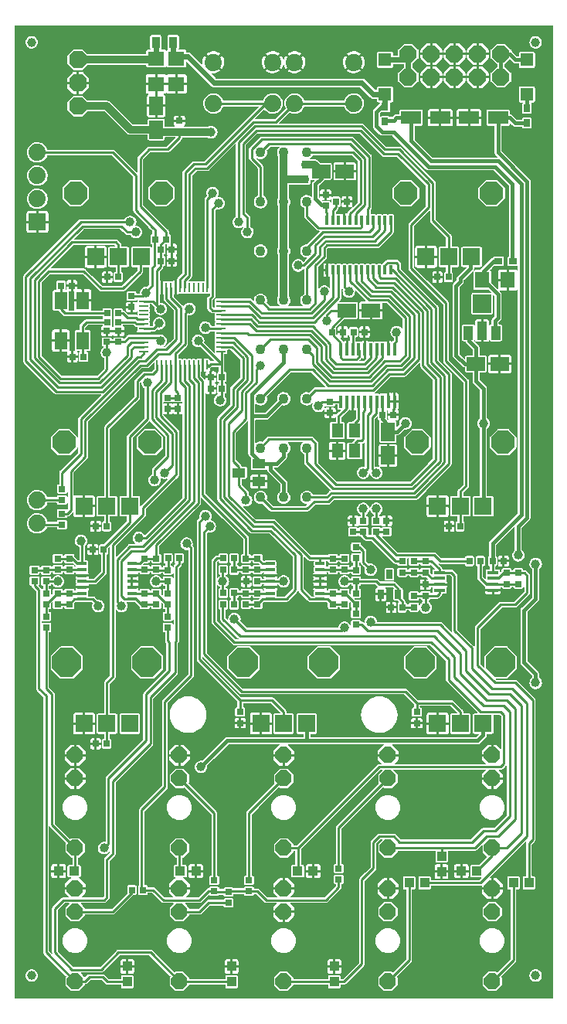
<source format=gbr>
%TF.GenerationSoftware,KiCad,Pcbnew,(6.0.11-0)*%
%TF.CreationDate,2023-04-25T16:51:11+02:00*%
%TF.ProjectId,plaits,706c6169-7473-42e6-9b69-6361645f7063,rev?*%
%TF.SameCoordinates,Original*%
%TF.FileFunction,Copper,L1,Top*%
%TF.FilePolarity,Positive*%
%FSLAX46Y46*%
G04 Gerber Fmt 4.6, Leading zero omitted, Abs format (unit mm)*
G04 Created by KiCad (PCBNEW (6.0.11-0)) date 2023-04-25 16:51:11*
%MOMM*%
%LPD*%
G01*
G04 APERTURE LIST*
G04 Aperture macros list*
%AMRoundRect*
0 Rectangle with rounded corners*
0 $1 Rounding radius*
0 $2 $3 $4 $5 $6 $7 $8 $9 X,Y pos of 4 corners*
0 Add a 4 corners polygon primitive as box body*
4,1,4,$2,$3,$4,$5,$6,$7,$8,$9,$2,$3,0*
0 Add four circle primitives for the rounded corners*
1,1,$1+$1,$2,$3*
1,1,$1+$1,$4,$5*
1,1,$1+$1,$6,$7*
1,1,$1+$1,$8,$9*
0 Add four rect primitives between the rounded corners*
20,1,$1+$1,$2,$3,$4,$5,0*
20,1,$1+$1,$4,$5,$6,$7,0*
20,1,$1+$1,$6,$7,$8,$9,0*
20,1,$1+$1,$8,$9,$2,$3,0*%
%AMOutline5P*
0 Free polygon, 5 corners , with rotation*
0 The origin of the aperture is its center*
0 number of corners: always 5*
0 $1 to $10 corner X, Y*
0 $11 Rotation angle, in degrees counterclockwise*
0 create outline with 5 corners*
4,1,5,$1,$2,$3,$4,$5,$6,$7,$8,$9,$10,$1,$2,$11*%
%AMOutline6P*
0 Free polygon, 6 corners , with rotation*
0 The origin of the aperture is its center*
0 number of corners: always 6*
0 $1 to $12 corner X, Y*
0 $13 Rotation angle, in degrees counterclockwise*
0 create outline with 6 corners*
4,1,6,$1,$2,$3,$4,$5,$6,$7,$8,$9,$10,$11,$12,$1,$2,$13*%
%AMOutline7P*
0 Free polygon, 7 corners , with rotation*
0 The origin of the aperture is its center*
0 number of corners: always 7*
0 $1 to $14 corner X, Y*
0 $15 Rotation angle, in degrees counterclockwise*
0 create outline with 7 corners*
4,1,7,$1,$2,$3,$4,$5,$6,$7,$8,$9,$10,$11,$12,$13,$14,$1,$2,$15*%
%AMOutline8P*
0 Free polygon, 8 corners , with rotation*
0 The origin of the aperture is its center*
0 number of corners: always 8*
0 $1 to $16 corner X, Y*
0 $17 Rotation angle, in degrees counterclockwise*
0 create outline with 8 corners*
4,1,8,$1,$2,$3,$4,$5,$6,$7,$8,$9,$10,$11,$12,$13,$14,$15,$16,$1,$2,$17*%
G04 Aperture macros list end*
%TA.AperFunction,SMDPad,CuDef*%
%ADD10R,1.400000X1.400000*%
%TD*%
%TA.AperFunction,SMDPad,CuDef*%
%ADD11R,1.600000X1.800000*%
%TD*%
%TA.AperFunction,SMDPad,CuDef*%
%ADD12R,0.750000X0.650000*%
%TD*%
%TA.AperFunction,SMDPad,CuDef*%
%ADD13R,0.650000X0.750000*%
%TD*%
%TA.AperFunction,SMDPad,CuDef*%
%ADD14RoundRect,0.500000X0.000000X0.000000X0.000000X0.000000X0.000000X0.000000X0.000000X0.000000X0*%
%TD*%
%TA.AperFunction,ComponentPad*%
%ADD15C,1.106400*%
%TD*%
%TA.AperFunction,SMDPad,CuDef*%
%ADD16R,2.000000X1.500000*%
%TD*%
%TA.AperFunction,ComponentPad*%
%ADD17R,1.879600X1.879600*%
%TD*%
%TA.AperFunction,ComponentPad*%
%ADD18Outline8P,-1.270000X0.526051X-0.526051X1.270000X0.526051X1.270000X1.270000X0.526051X1.270000X-0.526051X0.526051X-1.270000X-0.526051X-1.270000X-1.270000X-0.526051X90.000000*%
%TD*%
%TA.AperFunction,ComponentPad*%
%ADD19C,1.879600*%
%TD*%
%TA.AperFunction,SMDPad,CuDef*%
%ADD20R,1.400000X1.000000*%
%TD*%
%TA.AperFunction,SMDPad,CuDef*%
%ADD21R,1.100000X1.000000*%
%TD*%
%TA.AperFunction,ComponentPad*%
%ADD22Outline8P,-0.889000X0.368236X-0.368236X0.889000X0.368236X0.889000X0.889000X0.368236X0.889000X-0.368236X0.368236X-0.889000X-0.368236X-0.889000X-0.889000X-0.368236X180.000000*%
%TD*%
%TA.AperFunction,SMDPad,CuDef*%
%ADD23R,1.300000X1.500000*%
%TD*%
%TA.AperFunction,SMDPad,CuDef*%
%ADD24R,0.700000X0.850000*%
%TD*%
%TA.AperFunction,SMDPad,CuDef*%
%ADD25R,1.000000X1.100000*%
%TD*%
%TA.AperFunction,SMDPad,CuDef*%
%ADD26R,1.200000X0.350000*%
%TD*%
%TA.AperFunction,ComponentPad*%
%ADD27Outline8P,-0.965200X0.399799X-0.399799X0.965200X0.399799X0.965200X0.965200X0.399799X0.965200X-0.399799X0.399799X-0.965200X-0.399799X-0.965200X-0.965200X-0.399799X0.000000*%
%TD*%
%TA.AperFunction,SMDPad,CuDef*%
%ADD28R,0.330000X1.000000*%
%TD*%
%TA.AperFunction,SMDPad,CuDef*%
%ADD29R,1.500000X2.000000*%
%TD*%
%TA.AperFunction,SMDPad,CuDef*%
%ADD30R,0.355600X1.422400*%
%TD*%
%TA.AperFunction,ComponentPad*%
%ADD31Outline8P,-1.587500X0.657564X-0.657564X1.587500X0.657564X1.587500X1.587500X0.657564X1.587500X-0.657564X0.657564X-1.587500X-0.657564X-1.587500X-1.587500X-0.657564X90.000000*%
%TD*%
%TA.AperFunction,SMDPad,CuDef*%
%ADD32R,0.700000X1.000000*%
%TD*%
%TA.AperFunction,SMDPad,CuDef*%
%ADD33R,1.800000X1.600000*%
%TD*%
%TA.AperFunction,SMDPad,CuDef*%
%ADD34R,0.900000X1.250000*%
%TD*%
%TA.AperFunction,SMDPad,CuDef*%
%ADD35R,1.000000X0.254000*%
%TD*%
%TA.AperFunction,SMDPad,CuDef*%
%ADD36R,0.254000X1.000000*%
%TD*%
%TA.AperFunction,SMDPad,CuDef*%
%ADD37R,1.400000X1.900000*%
%TD*%
%TA.AperFunction,SMDPad,CuDef*%
%ADD38R,0.850000X0.700000*%
%TD*%
%TA.AperFunction,SMDPad,CuDef*%
%ADD39R,0.990600X0.304800*%
%TD*%
%TA.AperFunction,SMDPad,CuDef*%
%ADD40R,2.200000X1.400000*%
%TD*%
%TA.AperFunction,SMDPad,CuDef*%
%ADD41R,1.000000X1.500000*%
%TD*%
%TA.AperFunction,SMDPad,CuDef*%
%ADD42R,1.000000X2.000000*%
%TD*%
%TA.AperFunction,SMDPad,CuDef*%
%ADD43R,2.000000X2.000000*%
%TD*%
%TA.AperFunction,ComponentPad*%
%ADD44Outline8P,-0.939800X0.389278X-0.389278X0.939800X0.389278X0.939800X0.939800X0.389278X0.939800X-0.389278X0.389278X-0.939800X-0.389278X-0.939800X-0.939800X-0.389278X180.000000*%
%TD*%
%TA.AperFunction,ViaPad*%
%ADD45C,1.008000*%
%TD*%
%TA.AperFunction,Conductor*%
%ADD46C,0.254000*%
%TD*%
%TA.AperFunction,Conductor*%
%ADD47C,0.406400*%
%TD*%
%TA.AperFunction,Conductor*%
%ADD48C,0.812800*%
%TD*%
%TA.AperFunction,Conductor*%
%ADD49C,0.609600*%
%TD*%
G04 APERTURE END LIST*
D10*
%TO.P,D2,A*%
%TO.N,N$38*%
X175161100Y-59278600D03*
%TO.P,D2,C*%
%TO.N,N$64*%
X175161100Y-55478600D03*
%TD*%
%TO.P,D1,A*%
%TO.N,N$56*%
X159603600Y-55478600D03*
%TO.P,D1,C*%
%TO.N,N$40*%
X159603600Y-59278600D03*
%TD*%
D11*
%TO.P,C13,1*%
%TO.N,N$42*%
X170268600Y-79603600D03*
%TO.P,C13,2*%
%TO.N,GND*%
X173068600Y-79603600D03*
%TD*%
D12*
%TO.P,R37,1*%
%TO.N,VEE*%
X162778600Y-114246100D03*
%TO.P,R37,2*%
%TO.N,AREF_-10*%
X162778600Y-115446100D03*
%TD*%
D13*
%TO.P,R5,1*%
%TO.N,N$7*%
X130358700Y-83254700D03*
%TO.P,R5,2*%
%TO.N,N$29*%
X129158700Y-83254700D03*
%TD*%
D14*
%TO.P,JP3,1*%
%TO.N,N/C*%
X120868600Y-155803600D03*
%TD*%
D13*
%TO.P,R14,1*%
%TO.N,N$28*%
X135826100Y-110083600D03*
%TO.P,R14,2*%
%TO.N,GATE_IN*%
X137026100Y-110083600D03*
%TD*%
D12*
%TO.P,C51,1*%
%TO.N,FREQ_ATT*%
X143728600Y-126946100D03*
%TO.P,C51,2*%
%TO.N,GND*%
X143728600Y-128146100D03*
%TD*%
D15*
%TO.P,LED8,A*%
%TO.N,+3V3*%
X148491100Y-103416100D03*
%TO.P,LED8,GREEN_C*%
%TO.N,N$2*%
X151031100Y-103416100D03*
%TO.P,LED8,RED_C*%
%TO.N,N$5*%
X145951100Y-103416100D03*
%TD*%
D12*
%TO.P,C26,1*%
%TO.N,+3V3*%
X136902400Y-92497300D03*
%TO.P,C26,2*%
%TO.N,GND*%
X136902400Y-93697300D03*
%TD*%
D16*
%TO.P,C22,+*%
%TO.N,+3V3_A*%
X169574800Y-88811100D03*
%TO.P,C22,-*%
%TO.N,GND*%
X172174800Y-88811100D03*
%TD*%
D12*
%TO.P,C8,1*%
%TO.N,N$27*%
X153094900Y-71472400D03*
%TO.P,C8,2*%
%TO.N,GND*%
X153094900Y-70272400D03*
%TD*%
D13*
%TO.P,R3,1*%
%TO.N,N$68*%
X154241100Y-71031100D03*
%TO.P,R3,2*%
%TO.N,GND*%
X155441100Y-71031100D03*
%TD*%
D17*
%TO.P,R7,P$1*%
%TO.N,+3V3_A*%
X131623600Y-104383600D03*
%TO.P,R7,P$2*%
%TO.N,TIMBRE_POT*%
X129123600Y-104383600D03*
%TO.P,R7,P$3*%
%TO.N,GND*%
X126623600Y-104383600D03*
D18*
%TO.P,R7,P$4*%
%TO.N,N/C*%
X133823600Y-97383600D03*
%TO.P,R7,P$5*%
X124423600Y-97383600D03*
%TD*%
D19*
%TO.P,SW1,1*%
%TO.N,GND*%
X140794900Y-55753000D03*
%TO.P,SW1,2*%
X147297300Y-55753000D03*
%TO.P,SW1,3*%
%TO.N,SW_1*%
X140794900Y-60274200D03*
%TO.P,SW1,4*%
X147297300Y-60274200D03*
%TD*%
D20*
%TO.P,D3,1*%
%TO.N,GND*%
X145781000Y-101667200D03*
%TO.P,D3,2*%
%TO.N,+3V3*%
X145781000Y-99767200D03*
%TO.P,D3,3*%
%TO.N,NORMALIZATION_PROBE*%
X143581000Y-100717200D03*
%TD*%
D15*
%TO.P,LED3,A*%
%TO.N,+3V3*%
X148491100Y-76428600D03*
%TO.P,LED3,GREEN_C*%
%TO.N,N$18*%
X151031100Y-76428600D03*
%TO.P,LED3,RED_C*%
%TO.N,N$17*%
X145951100Y-76428600D03*
%TD*%
D12*
%TO.P,C6,1*%
%TO.N,+3V3*%
X137061100Y-63376100D03*
%TO.P,C6,2*%
%TO.N,GND*%
X137061100Y-62176100D03*
%TD*%
%TO.P,R32,1*%
%TO.N,ADC_TIMBRE*%
X134521100Y-115128600D03*
%TO.P,R32,2*%
%TO.N,N$39*%
X134521100Y-113928600D03*
%TD*%
D21*
%TO.P,C55,1*%
%TO.N,MODEL_IN*%
X125528600Y-144373500D03*
%TO.P,C55,2*%
%TO.N,GND*%
X123828600Y-144373500D03*
%TD*%
D12*
%TO.P,R24,1*%
%TO.N,N$4*%
X121186100Y-111388600D03*
%TO.P,R24,2*%
%TO.N,GATE_IN1*%
X121186100Y-112588600D03*
%TD*%
D22*
%TO.P,J4,P1*%
%TO.N,GND*%
X159921100Y-131673600D03*
%TO.P,J4,P2*%
%TO.N,N$26*%
X159921100Y-134213600D03*
%TO.P,J4,P3*%
%TO.N,MORPH_IN*%
X159921100Y-141833600D03*
%TD*%
D23*
%TO.P,C31,1*%
%TO.N,N$48*%
X156267400Y-98336100D03*
%TO.P,C31,2*%
%TO.N,GND*%
X154367400Y-98336100D03*
%TD*%
D24*
%TO.P,L3,1*%
%TO.N,VEE*%
X175161100Y-62406100D03*
%TO.P,L3,2*%
%TO.N,N$38*%
X175161100Y-60806100D03*
%TD*%
D12*
%TO.P,R11,1*%
%TO.N,N$46*%
X157222400Y-107191100D03*
%TO.P,R11,2*%
%TO.N,N$43*%
X157222400Y-105991100D03*
%TD*%
D13*
%TO.P,C23,1*%
%TO.N,+3V3_A*%
X141712600Y-90239800D03*
%TO.P,C23,2*%
%TO.N,GND*%
X140512600Y-90239800D03*
%TD*%
%TO.P,C36,1*%
%TO.N,+3V3_A*%
X128771100Y-109131100D03*
%TO.P,C36,2*%
%TO.N,GND*%
X127571100Y-109131100D03*
%TD*%
D12*
%TO.P,R13,1*%
%TO.N,N$41*%
X156428600Y-110048600D03*
%TO.P,R13,2*%
%TO.N,HARMONICS_IN*%
X156428600Y-108848600D03*
%TD*%
%TO.P,C33,1*%
%TO.N,N$46*%
X156111100Y-107191100D03*
%TO.P,C33,2*%
%TO.N,GND*%
X156111100Y-105991100D03*
%TD*%
%TO.P,C15,1*%
%TO.N,RESET*%
X131822500Y-81385000D03*
%TO.P,C15,2*%
%TO.N,GND*%
X131822500Y-82585000D03*
%TD*%
D21*
%TO.P,C56,1*%
%TO.N,N$31*%
X137163600Y-144373600D03*
%TO.P,C56,2*%
%TO.N,GND*%
X138863600Y-144373600D03*
%TD*%
D16*
%TO.P,C16,+*%
%TO.N,+3V3*%
X155445900Y-82937300D03*
%TO.P,C16,-*%
%TO.N,GND*%
X158045900Y-82937300D03*
%TD*%
D12*
%TO.P,R48,1*%
%TO.N,N$25*%
X140871100Y-145361100D03*
%TO.P,R48,2*%
%TO.N,NORMALIZATION_PROBE*%
X140871100Y-146561100D03*
%TD*%
%TO.P,R40,1*%
%TO.N,N$37*%
X122456100Y-116468600D03*
%TO.P,R40,2*%
%TO.N,MODEL_IN*%
X122456100Y-117668600D03*
%TD*%
%TO.P,R22,1*%
%TO.N,N$63*%
X162778600Y-110436100D03*
%TO.P,R22,2*%
%TO.N,N$62*%
X162778600Y-111636100D03*
%TD*%
D14*
%TO.P,JP1,1*%
%TO.N,N/C*%
X120868600Y-53568600D03*
%TD*%
D17*
%TO.P,R2,P$1*%
%TO.N,+3V3_A*%
X169088600Y-77078600D03*
%TO.P,R2,P$2*%
%TO.N,HARMONICS_POT*%
X166588600Y-77078600D03*
%TO.P,R2,P$3*%
%TO.N,GND*%
X164088600Y-77078600D03*
D18*
%TO.P,R2,P$4*%
%TO.N,N/C*%
X171288600Y-70078600D03*
%TO.P,R2,P$5*%
X161888600Y-70078600D03*
%TD*%
D25*
%TO.P,R46,1*%
%TO.N,N$65*%
X162246100Y-145643600D03*
%TO.P,R46,2*%
%TO.N,N$63*%
X163946100Y-145643600D03*
%TD*%
D15*
%TO.P,LED1,A*%
%TO.N,+3V3*%
X148491100Y-65633600D03*
%TO.P,LED1,GREEN_C*%
%TO.N,N$23*%
X151031100Y-65633600D03*
%TO.P,LED1,RED_C*%
%TO.N,N$21*%
X145951100Y-65633600D03*
%TD*%
D24*
%TO.P,L4,1*%
%TO.N,N$27*%
X150872400Y-66956100D03*
%TO.P,L4,2*%
%TO.N,+3V3*%
X150872400Y-68556100D03*
%TD*%
D15*
%TO.P,LED2,A*%
%TO.N,+3V3*%
X148491100Y-71031100D03*
%TO.P,LED2,GREEN_C*%
%TO.N,N$20*%
X151031100Y-71031100D03*
%TO.P,LED2,RED_C*%
%TO.N,N$19*%
X145951100Y-71031100D03*
%TD*%
D12*
%TO.P,R19,1*%
%TO.N,ADC_FM*%
X144363600Y-110118600D03*
%TO.P,R19,2*%
%TO.N,N$34*%
X144363600Y-111318600D03*
%TD*%
D23*
%TO.P,C29,1*%
%TO.N,N$6*%
X154367600Y-96113600D03*
%TO.P,C29,2*%
%TO.N,N$16*%
X156267600Y-96113600D03*
%TD*%
D12*
%TO.P,R27,1*%
%TO.N,N$41*%
X156428600Y-111388600D03*
%TO.P,R27,2*%
%TO.N,AREF_-10*%
X156428600Y-112588600D03*
%TD*%
%TO.P,R36,1*%
%TO.N,N$32*%
X156428700Y-115128600D03*
%TO.P,R36,2*%
%TO.N,AREF_-10*%
X156428700Y-113928600D03*
%TD*%
D13*
%TO.P,C37,1*%
%TO.N,VCC*%
X171386100Y-110401100D03*
%TO.P,C37,2*%
%TO.N,GND*%
X172586100Y-110401100D03*
%TD*%
D12*
%TO.P,R25,1*%
%TO.N,N$4*%
X122456100Y-111388600D03*
%TO.P,R25,2*%
%TO.N,AREF_-10*%
X122456100Y-112588600D03*
%TD*%
%TO.P,C40,1*%
%TO.N,N$34*%
X145633600Y-111318600D03*
%TO.P,C40,2*%
%TO.N,ADC_FM*%
X145633600Y-110118600D03*
%TD*%
D24*
%TO.P,L2,1*%
%TO.N,VCC*%
X159603600Y-62247400D03*
%TO.P,L2,2*%
%TO.N,N$40*%
X159603600Y-60647400D03*
%TD*%
D13*
%TO.P,R6,1*%
%TO.N,N$8*%
X130358600Y-84207400D03*
%TO.P,R6,2*%
%TO.N,N$35*%
X129158600Y-84207400D03*
%TD*%
D12*
%TO.P,C38,1*%
%TO.N,N$4*%
X124996100Y-111318600D03*
%TO.P,C38,2*%
%TO.N,ADC_TRIG*%
X124996100Y-110118600D03*
%TD*%
D22*
%TO.P,J2,P1*%
%TO.N,GND*%
X137061100Y-131673600D03*
%TO.P,J2,P2*%
%TO.N,N$25*%
X137061100Y-134213600D03*
%TO.P,J2,P3*%
%TO.N,N$31*%
X137061100Y-141833600D03*
%TD*%
D25*
%TO.P,R47,1*%
%TO.N,N$69*%
X173676100Y-145643600D03*
%TO.P,R47,2*%
%TO.N,N$60*%
X175376100Y-145643600D03*
%TD*%
D15*
%TO.P,LED4,A*%
%TO.N,+3V3*%
X148491100Y-81826100D03*
%TO.P,LED4,GREEN_C*%
%TO.N,N$14*%
X151031100Y-81826100D03*
%TO.P,LED4,RED_C*%
%TO.N,N$12*%
X145951100Y-81826100D03*
%TD*%
D26*
%TO.P,IC8,1*%
%TO.N,N$63*%
X165568600Y-111648600D03*
%TO.P,IC8,2*%
%TO.N,N$62*%
X165568600Y-112298600D03*
%TO.P,IC8,3*%
%TO.N,GND*%
X165568600Y-112948600D03*
%TO.P,IC8,4*%
%TO.N,VEE*%
X165568600Y-113598600D03*
%TO.P,IC8,5*%
%TO.N,GND*%
X171418600Y-113598600D03*
%TO.P,IC8,6*%
%TO.N,N$58*%
X171418600Y-112948600D03*
%TO.P,IC8,7*%
%TO.N,N$60*%
X171418600Y-112298600D03*
%TO.P,IC8,8*%
%TO.N,VCC*%
X171418600Y-111648600D03*
%TD*%
D27*
%TO.P,IC1,1*%
%TO.N,N$1*%
X125948600Y-55473600D03*
%TO.P,IC1,2*%
%TO.N,GND*%
X125948600Y-58013600D03*
%TO.P,IC1,3*%
%TO.N,+3V3*%
X125948600Y-60553600D03*
%TD*%
D12*
%TO.P,R41,1*%
%TO.N,N$39*%
X135791100Y-116468600D03*
%TO.P,R41,2*%
%TO.N,N$31*%
X135791100Y-117668600D03*
%TD*%
%TO.P,R35,1*%
%TO.N,ADC_MORPH*%
X155158600Y-115128600D03*
%TO.P,R35,2*%
%TO.N,N$32*%
X155158600Y-113928600D03*
%TD*%
%TO.P,C47,1*%
%TO.N,N$39*%
X133251100Y-113928600D03*
%TO.P,C47,2*%
%TO.N,ADC_TIMBRE*%
X133251100Y-115128600D03*
%TD*%
D28*
%TO.P,IC2,1*%
%TO.N,GND*%
X153253600Y-78518600D03*
%TO.P,IC2,2*%
%TO.N,LEDS_SIN*%
X153888600Y-78518600D03*
%TO.P,IC2,3*%
%TO.N,LEDS_SCK*%
X154523600Y-78518600D03*
%TO.P,IC2,4*%
%TO.N,LEDS_SS*%
X155158600Y-78518600D03*
%TO.P,IC2,5*%
%TO.N,N$22*%
X155793600Y-78518600D03*
%TO.P,IC2,6*%
%TO.N,N$15*%
X156428600Y-78518600D03*
%TO.P,IC2,7*%
%TO.N,N$13*%
X157063600Y-78518600D03*
%TO.P,IC2,8*%
%TO.N,N$11*%
X157698600Y-78518600D03*
%TO.P,IC2,9*%
%TO.N,N$10*%
X158333600Y-78518600D03*
%TO.P,IC2,10*%
%TO.N,N$9*%
X158968600Y-78518600D03*
%TO.P,IC2,11*%
%TO.N,N$5*%
X159603600Y-78518600D03*
%TO.P,IC2,12*%
%TO.N,N$2*%
X160238600Y-78518600D03*
%TO.P,IC2,13*%
%TO.N,N$12*%
X160238600Y-73068600D03*
%TO.P,IC2,14*%
%TO.N,N$14*%
X159603600Y-73068600D03*
%TO.P,IC2,15*%
%TO.N,N$17*%
X158968600Y-73068600D03*
%TO.P,IC2,16*%
%TO.N,N$18*%
X158333600Y-73068600D03*
%TO.P,IC2,17*%
%TO.N,N$19*%
X157698600Y-73068600D03*
%TO.P,IC2,18*%
%TO.N,N$20*%
X157063600Y-73068600D03*
%TO.P,IC2,19*%
%TO.N,N$21*%
X156428600Y-73068600D03*
%TO.P,IC2,20*%
%TO.N,N$23*%
X155793600Y-73068600D03*
%TO.P,IC2,21*%
%TO.N,GND*%
X155158600Y-73068600D03*
%TO.P,IC2,22*%
%TO.N,N/C*%
X154523600Y-73068600D03*
%TO.P,IC2,23*%
%TO.N,N$68*%
X153888600Y-73068600D03*
%TO.P,IC2,24*%
%TO.N,N$27*%
X153253600Y-73068600D03*
%TD*%
D12*
%TO.P,C49,1*%
%TO.N,N$32*%
X153888600Y-113928600D03*
%TO.P,C49,2*%
%TO.N,ADC_MORPH*%
X153888600Y-115128600D03*
%TD*%
D22*
%TO.P,J5,P1*%
%TO.N,GND*%
X171351100Y-131673600D03*
%TO.P,J5,P2*%
X171351100Y-134213600D03*
%TO.P,J5,P3*%
%TO.N,HARMONICS_IN*%
X171351100Y-141833600D03*
%TD*%
D13*
%TO.P,C18,1*%
%TO.N,N$54*%
X156145800Y-85318700D03*
%TO.P,C18,2*%
%TO.N,GND*%
X157345800Y-85318700D03*
%TD*%
%TO.P,C14,1*%
%TO.N,GND*%
X125278600Y-80238600D03*
%TO.P,C14,2*%
%TO.N,N$29*%
X124078600Y-80238600D03*
%TD*%
D29*
%TO.P,C3,+*%
%TO.N,+3V3*%
X134521100Y-63123600D03*
%TO.P,C3,-*%
%TO.N,GND*%
X134521100Y-60523600D03*
%TD*%
D17*
%TO.P,R1,P$1*%
%TO.N,+3V3_A*%
X132893600Y-77078600D03*
%TO.P,R1,P$2*%
%TO.N,FREQ_POT*%
X130393600Y-77078600D03*
%TO.P,R1,P$3*%
%TO.N,GND*%
X127893600Y-77078600D03*
D18*
%TO.P,R1,P$4*%
%TO.N,N/C*%
X135093600Y-70078600D03*
%TO.P,R1,P$5*%
X125693600Y-70078600D03*
%TD*%
D21*
%TO.P,C57,1*%
%TO.N,FM_IN*%
X150022400Y-144373600D03*
%TO.P,C57,2*%
%TO.N,GND*%
X151722400Y-144373600D03*
%TD*%
D22*
%TO.P,J8,P1*%
%TO.N,GND*%
X148491100Y-146278600D03*
%TO.P,J8,P2*%
X148491100Y-148818600D03*
%TO.P,J8,P3*%
%TO.N,V_OCT_IN*%
X148491100Y-156438600D03*
%TD*%
D13*
%TO.P,C53,1*%
%TO.N,TIMBRE_ATT*%
X129088600Y-130403600D03*
%TO.P,C53,2*%
%TO.N,GND*%
X127888600Y-130403600D03*
%TD*%
%TO.P,C10,1*%
%TO.N,+3V3*%
X135032500Y-77539700D03*
%TO.P,C10,2*%
%TO.N,GND*%
X136232500Y-77539700D03*
%TD*%
D30*
%TO.P,IC5,1*%
%TO.N,+3V3_A*%
X154762700Y-92925900D03*
%TO.P,IC5,2*%
%TO.N,N$6*%
X155423100Y-92925900D03*
%TO.P,IC5,3*%
%TO.N,GND*%
X156083500Y-92925900D03*
%TO.P,IC5,4*%
%TO.N,N$16*%
X156718500Y-92925900D03*
%TO.P,IC5,5*%
%TO.N,N$48*%
X157378900Y-92925900D03*
%TO.P,IC5,6*%
%TO.N,N$43*%
X158013900Y-92925900D03*
%TO.P,IC5,7*%
%TO.N,N$55*%
X158678900Y-92925900D03*
%TO.P,IC5,8*%
%TO.N,+3V3_A*%
X159313900Y-92925900D03*
%TO.P,IC5,9*%
%TO.N,GND*%
X159974300Y-92925900D03*
%TO.P,IC5,10*%
X160634700Y-92925900D03*
%TO.P,IC5,11*%
%TO.N,+3V3*%
X160634700Y-87236300D03*
%TO.P,IC5,12*%
%TO.N,GND*%
X159974300Y-87236300D03*
%TO.P,IC5,13*%
%TO.N,DAC_BCK*%
X159313900Y-87236300D03*
%TO.P,IC5,14*%
%TO.N,DAC_DIN*%
X158678900Y-87236300D03*
%TO.P,IC5,15*%
%TO.N,DAC_LRCK*%
X158013900Y-87236300D03*
%TO.P,IC5,16*%
%TO.N,GND*%
X157378900Y-87236300D03*
%TO.P,IC5,17*%
%TO.N,+3V3*%
X156718500Y-87236300D03*
%TO.P,IC5,18*%
%TO.N,N$54*%
X156083500Y-87236300D03*
%TO.P,IC5,19*%
%TO.N,GND*%
X155423100Y-87236300D03*
%TO.P,IC5,20*%
%TO.N,+3V3*%
X154762700Y-87236300D03*
%TD*%
D12*
%TO.P,R18,1*%
%TO.N,ADC_GATE*%
X134521100Y-110118600D03*
%TO.P,R18,2*%
%TO.N,N$28*%
X134521100Y-111318600D03*
%TD*%
%TO.P,C52,1*%
%TO.N,MORPH_ATT*%
X163096100Y-126946100D03*
%TO.P,C52,2*%
%TO.N,GND*%
X163096100Y-128146100D03*
%TD*%
%TO.P,R21,1*%
%TO.N,N$62*%
X161508600Y-111636100D03*
%TO.P,R21,2*%
%TO.N,N$46*%
X161508600Y-110436100D03*
%TD*%
%TO.P,C45,1*%
%TO.N,GND*%
X164048600Y-112976100D03*
%TO.P,C45,2*%
%TO.N,VEE*%
X164048600Y-114176100D03*
%TD*%
D25*
%TO.P,C61,1*%
%TO.N,GATE_IN*%
X142776200Y-156494900D03*
%TO.P,C61,2*%
%TO.N,GND*%
X142776200Y-154794900D03*
%TD*%
D12*
%TO.P,R12,1*%
%TO.N,N$47*%
X158651100Y-107191100D03*
%TO.P,R12,2*%
%TO.N,N$55*%
X158651100Y-105991100D03*
%TD*%
D21*
%TO.P,C58,1*%
%TO.N,HARMONICS_IN*%
X169661300Y-144373600D03*
%TO.P,C58,2*%
%TO.N,GND*%
X167961300Y-144373600D03*
%TD*%
D17*
%TO.P,R44,P$1*%
%TO.N,+3V3_A*%
X170358600Y-128213600D03*
%TO.P,R44,P$2*%
%TO.N,MORPH_ATT*%
X167858600Y-128213600D03*
%TO.P,R44,P$3*%
%TO.N,GND*%
X165358600Y-128213600D03*
D31*
%TO.P,R44,P$4*%
%TO.N,N/C*%
X172258600Y-121513600D03*
%TO.P,R44,P$5*%
X163458600Y-121513600D03*
%TD*%
D13*
%TO.P,C9,1*%
%TO.N,+3V3*%
X135032400Y-76269800D03*
%TO.P,C9,2*%
%TO.N,GND*%
X136232400Y-76269800D03*
%TD*%
%TO.P,C28,1*%
%TO.N,+3V3_A*%
X159321100Y-94367300D03*
%TO.P,C28,2*%
%TO.N,GND*%
X160521100Y-94367300D03*
%TD*%
D14*
%TO.P,JP4,1*%
%TO.N,N/C*%
X176113600Y-155803600D03*
%TD*%
D12*
%TO.P,C41,1*%
%TO.N,N$41*%
X153888600Y-111318600D03*
%TO.P,C41,2*%
%TO.N,ADC_HARMONICS*%
X153888600Y-110118600D03*
%TD*%
%TO.P,R10,1*%
%TO.N,N$33*%
X124202400Y-106397300D03*
%TO.P,R10,2*%
%TO.N,TX*%
X124202400Y-105197300D03*
%TD*%
D13*
%TO.P,R29,1*%
%TO.N,N$30*%
X143058600Y-113893600D03*
%TO.P,R29,2*%
%TO.N,AREF_-10*%
X141858600Y-113893600D03*
%TD*%
%TO.P,C21,1*%
%TO.N,GND*%
X125348600Y-88017300D03*
%TO.P,C21,2*%
%TO.N,N$35*%
X126548600Y-88017300D03*
%TD*%
%TO.P,C34,1*%
%TO.N,MORPH_POT*%
X167823600Y-106591100D03*
%TO.P,C34,2*%
%TO.N,GND*%
X166623600Y-106591100D03*
%TD*%
%TO.P,R15,1*%
%TO.N,N$34*%
X143058600Y-110083600D03*
%TO.P,R15,2*%
%TO.N,FM_IN*%
X141858600Y-110083600D03*
%TD*%
%TO.P,C32,1*%
%TO.N,TIMBRE_POT*%
X129088600Y-106591100D03*
%TO.P,C32,2*%
%TO.N,GND*%
X127888600Y-106591100D03*
%TD*%
%TO.P,C50,1*%
%TO.N,AREF_-10*%
X161473600Y-115481100D03*
%TO.P,C50,2*%
%TO.N,GND*%
X160273600Y-115481100D03*
%TD*%
D12*
%TO.P,C19,1*%
%TO.N,+3V3_A*%
X129123600Y-86394800D03*
%TO.P,C19,2*%
%TO.N,GND*%
X129123600Y-85194800D03*
%TD*%
D13*
%TO.P,R23,1*%
%TO.N,N$34*%
X143058600Y-111353600D03*
%TO.P,R23,2*%
%TO.N,AREF_-10*%
X141858600Y-111353600D03*
%TD*%
D32*
%TO.P,IC9,1*%
%TO.N,GND*%
X159129900Y-114041100D03*
%TO.P,IC9,2*%
%TO.N,AREF_-10*%
X161029900Y-114041100D03*
%TO.P,IC9,3*%
%TO.N,N/C*%
X160079900Y-111841100D03*
%TD*%
D33*
%TO.P,C2,1*%
%TO.N,N$40*%
X136743600Y-55343600D03*
%TO.P,C2,2*%
%TO.N,GND*%
X136743600Y-58143600D03*
%TD*%
D12*
%TO.P,R51,1*%
%TO.N,N$36*%
X142458600Y-147831100D03*
%TO.P,R51,2*%
%TO.N,NORMALIZATION_PROBE*%
X142458600Y-146631100D03*
%TD*%
D13*
%TO.P,C11,1*%
%TO.N,FREQ_POT*%
X130358600Y-79286100D03*
%TO.P,C11,2*%
%TO.N,GND*%
X129158600Y-79286100D03*
%TD*%
D34*
%TO.P,L1,1*%
%TO.N,N$40*%
X136373600Y-53568600D03*
%TO.P,L1,2*%
%TO.N,N$1*%
X134473600Y-53568600D03*
%TD*%
D35*
%TO.P,IC4,1*%
%TO.N,+3V3*%
X133128600Y-81933600D03*
%TO.P,IC4,2*%
%TO.N,N/C*%
X133128600Y-82433600D03*
%TO.P,IC4,3*%
X133128600Y-82933600D03*
%TO.P,IC4,4*%
X133128600Y-83433600D03*
%TO.P,IC4,5*%
%TO.N,N$7*%
X133128600Y-83933600D03*
%TO.P,IC4,6*%
%TO.N,N$8*%
X133128600Y-84433600D03*
%TO.P,IC4,7*%
%TO.N,RESET*%
X133128600Y-84933600D03*
%TO.P,IC4,8*%
%TO.N,GND*%
X133128600Y-85433600D03*
%TO.P,IC4,9*%
%TO.N,+3V3_A*%
X133128600Y-85933600D03*
%TO.P,IC4,10*%
%TO.N,FREQ_POT*%
X133128600Y-86433600D03*
%TO.P,IC4,11*%
%TO.N,MORPH_POT*%
X133128600Y-86933600D03*
%TO.P,IC4,12*%
%TO.N,HARMONICS_POT*%
X133128600Y-87433600D03*
D36*
%TO.P,IC4,13*%
%TO.N,TIMBRE_POT*%
X134628600Y-88933600D03*
%TO.P,IC4,14*%
%TO.N,MORPH_ATT*%
X135128600Y-88933600D03*
%TO.P,IC4,15*%
%TO.N,FREQ_ATT*%
X135628600Y-88933600D03*
%TO.P,IC4,16*%
%TO.N,TIMBRE_ATT*%
X136128600Y-88933600D03*
%TO.P,IC4,17*%
%TO.N,+3V3*%
X136628600Y-88933600D03*
%TO.P,IC4,18*%
%TO.N,ADC_TRIG*%
X137128600Y-88933600D03*
%TO.P,IC4,19*%
%TO.N,ADC_MODEL*%
X137628600Y-88933600D03*
%TO.P,IC4,20*%
%TO.N,ADC_TIMBRE*%
X138128600Y-88933600D03*
%TO.P,IC4,21*%
%TO.N,ADC_GATE*%
X138628600Y-88933600D03*
%TO.P,IC4,22*%
%TO.N,ADC_FM*%
X139128600Y-88933600D03*
%TO.P,IC4,23*%
%TO.N,GND*%
X139628600Y-88933600D03*
%TO.P,IC4,24*%
%TO.N,+3V3_A*%
X140128600Y-88933600D03*
D35*
%TO.P,IC4,25*%
X141628600Y-87433600D03*
%TO.P,IC4,26*%
%TO.N,ADC_V_OCT*%
X141628600Y-86933600D03*
%TO.P,IC4,27*%
%TO.N,ADC_MORPH*%
X141628600Y-86433600D03*
%TO.P,IC4,28*%
%TO.N,ADC_HARMONICS*%
X141628600Y-85933600D03*
%TO.P,IC4,29*%
%TO.N,DAC_BCK*%
X141628600Y-85433600D03*
%TO.P,IC4,30*%
%TO.N,NORMALIZATION_PROBE*%
X141628600Y-84933600D03*
%TO.P,IC4,31*%
%TO.N,DAC_DIN*%
X141628600Y-84433600D03*
%TO.P,IC4,32*%
%TO.N,DAC_LRCK*%
X141628600Y-83933600D03*
%TO.P,IC4,33*%
%TO.N,LEDS_SCK*%
X141628600Y-83433600D03*
%TO.P,IC4,34*%
%TO.N,SWDIO*%
X141628600Y-82933600D03*
%TO.P,IC4,35*%
%TO.N,LEDS_SIN*%
X141628600Y-82433600D03*
%TO.P,IC4,36*%
%TO.N,LEDS_SS*%
X141628600Y-81933600D03*
D36*
%TO.P,IC4,37*%
%TO.N,SWCLK*%
X140128600Y-80433600D03*
%TO.P,IC4,38*%
%TO.N,N/C*%
X139628600Y-80433600D03*
%TO.P,IC4,39*%
X139128600Y-80433600D03*
%TO.P,IC4,40*%
X138628600Y-80433600D03*
%TO.P,IC4,41*%
X138128600Y-80433600D03*
%TO.P,IC4,42*%
%TO.N,SW_2*%
X137628600Y-80433600D03*
%TO.P,IC4,43*%
%TO.N,SW_1*%
X137128600Y-80433600D03*
%TO.P,IC4,44*%
%TO.N,GND*%
X136628600Y-80433600D03*
%TO.P,IC4,45*%
%TO.N,TX*%
X136128600Y-80433600D03*
%TO.P,IC4,46*%
%TO.N,RX*%
X135628600Y-80433600D03*
%TO.P,IC4,47*%
%TO.N,GND*%
X135128600Y-80433600D03*
%TO.P,IC4,48*%
%TO.N,+3V3*%
X134628600Y-80433600D03*
%TD*%
D13*
%TO.P,C24,1*%
%TO.N,+3V3_A*%
X141712600Y-91509700D03*
%TO.P,C24,2*%
%TO.N,GND*%
X140512600Y-91509700D03*
%TD*%
D22*
%TO.P,J10,P1*%
%TO.N,GND*%
X171351100Y-146278600D03*
%TO.P,J10,P2*%
%TO.N,N/C*%
X171351100Y-148818600D03*
%TO.P,J10,P3*%
%TO.N,N$69*%
X171351100Y-156438600D03*
%TD*%
D37*
%TO.P,Q1,1*%
%TO.N,N$35*%
X126463600Y-86243600D03*
%TO.P,Q1,2*%
%TO.N,GND*%
X126463600Y-81843600D03*
%TO.P,Q1,3*%
%TO.N,N$29*%
X124063600Y-81843600D03*
%TO.P,Q1,4*%
%TO.N,GND*%
X124063600Y-86243600D03*
%TD*%
D38*
%TO.P,L5,1*%
%TO.N,N$42*%
X172038600Y-77539900D03*
%TO.P,L5,2*%
%TO.N,N$40*%
X173638600Y-77539900D03*
%TD*%
D12*
%TO.P,C39,1*%
%TO.N,N$28*%
X133251100Y-111318600D03*
%TO.P,C39,2*%
%TO.N,ADC_GATE*%
X133251100Y-110118600D03*
%TD*%
D16*
%TO.P,C7,+*%
%TO.N,N$27*%
X152588700Y-67697400D03*
%TO.P,C7,-*%
%TO.N,GND*%
X155188700Y-67697400D03*
%TD*%
D13*
%TO.P,C12,1*%
%TO.N,HARMONICS_POT*%
X166553600Y-79286100D03*
%TO.P,C12,2*%
%TO.N,GND*%
X165353600Y-79286100D03*
%TD*%
D12*
%TO.P,R33,1*%
%TO.N,N$39*%
X135791100Y-115128600D03*
%TO.P,R33,2*%
%TO.N,AREF_-10*%
X135791100Y-113928600D03*
%TD*%
D39*
%TO.P,IC7,1*%
%TO.N,ADC_FM*%
X147043300Y-110673600D03*
%TO.P,IC7,2*%
%TO.N,N$34*%
X147043300Y-111323600D03*
%TO.P,IC7,3*%
%TO.N,GND*%
X147043300Y-111973600D03*
%TO.P,IC7,4*%
%TO.N,+3V3_A*%
X147043300Y-112623600D03*
%TO.P,IC7,5*%
%TO.N,GND*%
X147043300Y-113273600D03*
%TO.P,IC7,6*%
%TO.N,N$30*%
X147043300Y-113923600D03*
%TO.P,IC7,7*%
%TO.N,ADC_V_OCT*%
X147043300Y-114573600D03*
%TO.P,IC7,8*%
%TO.N,ADC_MORPH*%
X152478900Y-114573600D03*
%TO.P,IC7,9*%
%TO.N,N$32*%
X152478900Y-113923600D03*
%TO.P,IC7,10*%
%TO.N,GND*%
X152478900Y-113273600D03*
%TO.P,IC7,11*%
X152478900Y-112623600D03*
%TO.P,IC7,12*%
X152478900Y-111973600D03*
%TO.P,IC7,13*%
%TO.N,N$41*%
X152478900Y-111323600D03*
%TO.P,IC7,14*%
%TO.N,ADC_HARMONICS*%
X152478900Y-110673600D03*
%TD*%
D15*
%TO.P,LED7,A*%
%TO.N,+3V3*%
X148491100Y-98018600D03*
%TO.P,LED7,GREEN_C*%
%TO.N,N$9*%
X151031100Y-98018600D03*
%TO.P,LED7,RED_C*%
%TO.N,N$10*%
X145951100Y-98018600D03*
%TD*%
D22*
%TO.P,J6,P1*%
%TO.N,GND*%
X125631100Y-146278600D03*
%TO.P,J6,P2*%
%TO.N,N$3*%
X125631100Y-148818600D03*
%TO.P,J6,P3*%
%TO.N,GATE_IN1*%
X125631100Y-156438600D03*
%TD*%
D12*
%TO.P,C27,1*%
%TO.N,+3V3_A*%
X153571100Y-92973600D03*
%TO.P,C27,2*%
%TO.N,GND*%
X153571100Y-94173600D03*
%TD*%
%TO.P,R49,1*%
%TO.N,N$24*%
X144681100Y-145361100D03*
%TO.P,R49,2*%
%TO.N,NORMALIZATION_PROBE*%
X144681100Y-146561100D03*
%TD*%
%TO.P,C43,1*%
%TO.N,N$58*%
X172938600Y-112906100D03*
%TO.P,C43,2*%
%TO.N,N$60*%
X172938600Y-111706100D03*
%TD*%
D40*
%TO.P,C4,+*%
%TO.N,VCC*%
X162448600Y-61823600D03*
%TO.P,C4,-*%
%TO.N,GND*%
X165648600Y-61823600D03*
%TD*%
D12*
%TO.P,R28,1*%
%TO.N,N$60*%
X174208600Y-111706100D03*
%TO.P,R28,2*%
%TO.N,N$58*%
X174208600Y-112906100D03*
%TD*%
D17*
%TO.P,R8,P$1*%
%TO.N,+3V3_A*%
X170358600Y-104383600D03*
%TO.P,R8,P$2*%
%TO.N,MORPH_POT*%
X167858600Y-104383600D03*
%TO.P,R8,P$3*%
%TO.N,GND*%
X165358600Y-104383600D03*
D18*
%TO.P,R8,P$4*%
%TO.N,N/C*%
X172558600Y-97383600D03*
%TO.P,R8,P$5*%
X163158600Y-97383600D03*
%TD*%
D12*
%TO.P,R9,1*%
%TO.N,N$51*%
X124202400Y-103698600D03*
%TO.P,R9,2*%
%TO.N,RX*%
X124202400Y-102498600D03*
%TD*%
D13*
%TO.P,R38,1*%
%TO.N,N$30*%
X143058600Y-115163600D03*
%TO.P,R38,2*%
%TO.N,V_OCT_IN*%
X141858600Y-115163600D03*
%TD*%
D40*
%TO.P,C5,+*%
%TO.N,GND*%
X168798600Y-61823600D03*
%TO.P,C5,-*%
%TO.N,VEE*%
X171998600Y-61823600D03*
%TD*%
D17*
%TO.P,R43,P$1*%
%TO.N,+3V3_A*%
X150991100Y-128213600D03*
%TO.P,R43,P$2*%
%TO.N,FREQ_ATT*%
X148491100Y-128213600D03*
%TO.P,R43,P$3*%
%TO.N,GND*%
X145991100Y-128213600D03*
D31*
%TO.P,R43,P$4*%
%TO.N,N/C*%
X152891100Y-121513600D03*
%TO.P,R43,P$5*%
X144091100Y-121513600D03*
%TD*%
D15*
%TO.P,LED6,A*%
%TO.N,+3V3*%
X148491100Y-92621100D03*
%TO.P,LED6,GREEN_C*%
%TO.N,N$11*%
X151031100Y-92621100D03*
%TO.P,LED6,RED_C*%
%TO.N,N$13*%
X145951100Y-92621100D03*
%TD*%
D22*
%TO.P,J3,P1*%
%TO.N,GND*%
X148491100Y-131673600D03*
%TO.P,J3,P2*%
%TO.N,N$24*%
X148491100Y-134213600D03*
%TO.P,J3,P3*%
%TO.N,FM_IN*%
X148491100Y-141833600D03*
%TD*%
D25*
%TO.P,C59,1*%
%TO.N,GATE_IN1*%
X131346100Y-156494800D03*
%TO.P,C59,2*%
%TO.N,GND*%
X131346100Y-154794800D03*
%TD*%
D13*
%TO.P,C17,1*%
%TO.N,+3V3*%
X153764900Y-85318600D03*
%TO.P,C17,2*%
%TO.N,GND*%
X154964900Y-85318600D03*
%TD*%
D12*
%TO.P,C35,1*%
%TO.N,N$47*%
X159762400Y-107191200D03*
%TO.P,C35,2*%
%TO.N,GND*%
X159762400Y-105991200D03*
%TD*%
%TO.P,R45,1*%
%TO.N,N$26*%
X154523600Y-144091100D03*
%TO.P,R45,2*%
%TO.N,NORMALIZATION_PROBE*%
X154523600Y-145291100D03*
%TD*%
D13*
%TO.P,C44,1*%
%TO.N,+3V3_A*%
X145598600Y-112623600D03*
%TO.P,C44,2*%
%TO.N,GND*%
X144398600Y-112623600D03*
%TD*%
%TO.P,R16,1*%
%TO.N,N$58*%
X170046100Y-110401100D03*
%TO.P,R16,2*%
%TO.N,N$47*%
X168846100Y-110401100D03*
%TD*%
D12*
%TO.P,C46,1*%
%TO.N,N$37*%
X124996100Y-113928600D03*
%TO.P,C46,2*%
%TO.N,ADC_MODEL*%
X124996100Y-115128600D03*
%TD*%
D17*
%TO.P,R42,P$1*%
%TO.N,+3V3_A*%
X131623600Y-128213600D03*
%TO.P,R42,P$2*%
%TO.N,TIMBRE_ATT*%
X129123600Y-128213600D03*
%TO.P,R42,P$3*%
%TO.N,GND*%
X126623600Y-128213600D03*
D31*
%TO.P,R42,P$4*%
%TO.N,N/C*%
X133523600Y-121513600D03*
%TO.P,R42,P$5*%
X124723600Y-121513600D03*
%TD*%
D12*
%TO.P,R39,1*%
%TO.N,N$32*%
X156428600Y-116151100D03*
%TO.P,R39,2*%
%TO.N,MORPH_IN*%
X156428600Y-117351100D03*
%TD*%
%TO.P,C25,1*%
%TO.N,+3V3*%
X135791100Y-92497300D03*
%TO.P,C25,2*%
%TO.N,GND*%
X135791100Y-93697300D03*
%TD*%
D25*
%TO.P,C54,1*%
%TO.N,MORPH_IN*%
X165794800Y-142729800D03*
%TO.P,C54,2*%
%TO.N,GND*%
X165794800Y-144429800D03*
%TD*%
D29*
%TO.P,C30,+*%
%TO.N,+3V3_A*%
X159921100Y-96242300D03*
%TO.P,C30,-*%
%TO.N,GND*%
X159921100Y-98842300D03*
%TD*%
D13*
%TO.P,R50,1*%
%TO.N,NORMALIZATION_PROBE*%
X133057300Y-146437300D03*
%TO.P,R50,2*%
%TO.N,N$3*%
X131857300Y-146437300D03*
%TD*%
%TO.P,R4,1*%
%TO.N,+3V3*%
X135597400Y-75158600D03*
%TO.P,R4,2*%
%TO.N,RESET*%
X134397400Y-75158600D03*
%TD*%
D22*
%TO.P,J1,P1*%
%TO.N,GND*%
X125631100Y-131673600D03*
%TO.P,J1,P2*%
X125631100Y-134213600D03*
%TO.P,J1,P3*%
%TO.N,MODEL_IN*%
X125631100Y-141833600D03*
%TD*%
D12*
%TO.P,R20,1*%
%TO.N,ADC_HARMONICS*%
X155158600Y-110118600D03*
%TO.P,R20,2*%
%TO.N,N$41*%
X155158600Y-111318600D03*
%TD*%
%TO.P,C48,1*%
%TO.N,N$30*%
X145633600Y-113928600D03*
%TO.P,C48,2*%
%TO.N,ADC_V_OCT*%
X145633600Y-115128600D03*
%TD*%
D33*
%TO.P,C1,1*%
%TO.N,N$1*%
X134521100Y-55343600D03*
%TO.P,C1,2*%
%TO.N,GND*%
X134521100Y-58143600D03*
%TD*%
D12*
%TO.P,R17,1*%
%TO.N,ADC_TRIG*%
X123726100Y-110118600D03*
%TO.P,R17,2*%
%TO.N,N$4*%
X123726100Y-111318600D03*
%TD*%
D15*
%TO.P,LED5,A*%
%TO.N,+3V3*%
X148491100Y-87223600D03*
%TO.P,LED5,GREEN_C*%
%TO.N,N$15*%
X151031100Y-87223600D03*
%TO.P,LED5,RED_C*%
%TO.N,N$22*%
X145951100Y-87223600D03*
%TD*%
D22*
%TO.P,J7,P1*%
%TO.N,GND*%
X137061100Y-146278600D03*
%TO.P,J7,P2*%
%TO.N,N$36*%
X137061100Y-148818600D03*
%TO.P,J7,P3*%
%TO.N,GATE_IN*%
X137061100Y-156438600D03*
%TD*%
D14*
%TO.P,JP2,1*%
%TO.N,N/C*%
X176113600Y-53568600D03*
%TD*%
D12*
%TO.P,R31,1*%
%TO.N,ADC_MODEL*%
X123726100Y-115128600D03*
%TO.P,R31,2*%
%TO.N,N$37*%
X123726100Y-113928600D03*
%TD*%
D41*
%TO.P,IC3,1*%
%TO.N,+3V3_A*%
X168740600Y-85394800D03*
D42*
%TO.P,IC3,2*%
%TO.N,GND*%
X170239600Y-85140800D03*
D43*
%TO.P,IC3,2@1*%
%TO.N,N/C*%
X170239600Y-82219800D03*
D41*
%TO.P,IC3,3*%
%TO.N,N$42*%
X171738600Y-85394800D03*
%TD*%
D12*
%TO.P,R26,1*%
%TO.N,N$28*%
X135791100Y-111388600D03*
%TO.P,R26,2*%
%TO.N,AREF_-10*%
X135791100Y-112588600D03*
%TD*%
D19*
%TO.P,SW2,1*%
%TO.N,GND*%
X149684900Y-55753000D03*
%TO.P,SW2,2*%
X156187300Y-55753000D03*
%TO.P,SW2,3*%
%TO.N,SW_2*%
X149684900Y-60274200D03*
%TO.P,SW2,4*%
X156187300Y-60274200D03*
%TD*%
D22*
%TO.P,J9,P1*%
%TO.N,GND*%
X159921100Y-146278600D03*
%TO.P,J9,P2*%
%TO.N,N/C*%
X159921100Y-148818600D03*
%TO.P,J9,P3*%
%TO.N,N$65*%
X159921100Y-156438600D03*
%TD*%
D25*
%TO.P,C60,1*%
%TO.N,V_OCT_IN*%
X154047400Y-156494800D03*
%TO.P,C60,2*%
%TO.N,GND*%
X154047400Y-154794800D03*
%TD*%
D12*
%TO.P,R30,1*%
%TO.N,N$37*%
X122456100Y-115128600D03*
%TO.P,R30,2*%
%TO.N,AREF_-10*%
X122456100Y-113928600D03*
%TD*%
%TO.P,C42,1*%
%TO.N,N$62*%
X164048600Y-111636100D03*
%TO.P,C42,2*%
%TO.N,N$63*%
X164048600Y-110436100D03*
%TD*%
%TO.P,C20,1*%
%TO.N,+3V3_A*%
X130393600Y-86394800D03*
%TO.P,C20,2*%
%TO.N,GND*%
X130393600Y-85194800D03*
%TD*%
%TO.P,R34,1*%
%TO.N,ADC_V_OCT*%
X144363600Y-115128600D03*
%TO.P,R34,2*%
%TO.N,N$30*%
X144363600Y-113928600D03*
%TD*%
D39*
%TO.P,IC6,1*%
%TO.N,ADC_TRIG*%
X126405800Y-110673600D03*
%TO.P,IC6,2*%
%TO.N,N$4*%
X126405800Y-111323600D03*
%TO.P,IC6,3*%
%TO.N,GND*%
X126405800Y-111973600D03*
%TO.P,IC6,4*%
%TO.N,+3V3_A*%
X126405800Y-112623600D03*
%TO.P,IC6,5*%
%TO.N,GND*%
X126405800Y-113273600D03*
%TO.P,IC6,6*%
%TO.N,N$37*%
X126405800Y-113923600D03*
%TO.P,IC6,7*%
%TO.N,ADC_MODEL*%
X126405800Y-114573600D03*
%TO.P,IC6,8*%
%TO.N,ADC_TIMBRE*%
X131841400Y-114573600D03*
%TO.P,IC6,9*%
%TO.N,N$39*%
X131841400Y-113923600D03*
%TO.P,IC6,10*%
%TO.N,GND*%
X131841400Y-113273600D03*
%TO.P,IC6,11*%
X131841400Y-112623600D03*
%TO.P,IC6,12*%
X131841400Y-111973600D03*
%TO.P,IC6,13*%
%TO.N,N$28*%
X131841400Y-111323600D03*
%TO.P,IC6,14*%
%TO.N,ADC_GATE*%
X131841400Y-110673600D03*
%TD*%
D17*
%TO.P,JP6,1*%
%TO.N,GND*%
X121503600Y-73253600D03*
D19*
%TO.P,JP6,2*%
%TO.N,SWDIO*%
X121503600Y-70713600D03*
%TO.P,JP6,3*%
%TO.N,SWCLK*%
X121503600Y-68173600D03*
%TO.P,JP6,4*%
%TO.N,RESET*%
X121503600Y-65633600D03*
%TD*%
D44*
%TO.P,JP8,1*%
%TO.N,N$64*%
X172303600Y-57378600D03*
%TO.P,JP8,2*%
X172303600Y-54838600D03*
%TO.P,JP8,3*%
%TO.N,GND*%
X169763600Y-57378600D03*
%TO.P,JP8,4*%
X169763600Y-54838600D03*
%TO.P,JP8,5*%
X167223600Y-57378600D03*
%TO.P,JP8,6*%
X167223600Y-54838600D03*
%TO.P,JP8,7*%
X164683600Y-57378600D03*
%TO.P,JP8,8*%
X164683600Y-54838600D03*
%TO.P,JP8,9*%
%TO.N,N$56*%
X162143600Y-57378600D03*
%TO.P,JP8,10*%
X162143600Y-54838600D03*
%TD*%
D19*
%TO.P,JP5,1*%
%TO.N,N$51*%
X121503600Y-103733600D03*
%TO.P,JP5,2*%
%TO.N,N$33*%
X121503600Y-106273600D03*
%TD*%
D45*
%TO.N,GND*%
X132616100Y-99288600D03*
X136743600Y-95002300D03*
X149761000Y-69761000D03*
X140553600Y-100558700D03*
X120233600Y-59283600D03*
X161826100Y-92621100D03*
X157063600Y-157073600D03*
X128806100Y-116751100D03*
X153888600Y-112623600D03*
X150078600Y-90398600D03*
X161508500Y-76111100D03*
X138013600Y-52933600D03*
X137696100Y-106908600D03*
X155793700Y-94526100D03*
X176748600Y-69443600D03*
X168334800Y-83254800D03*
X176748600Y-99923600D03*
X126583600Y-106591100D03*
X153888500Y-76746100D03*
X138331100Y-87223600D03*
X120233600Y-150723600D03*
X176748600Y-120243600D03*
X157063600Y-52933600D03*
X120233600Y-120243600D03*
X139918500Y-64998600D03*
X173097300Y-87064800D03*
X155793500Y-69443600D03*
X168493600Y-111988600D03*
X132933600Y-134213600D03*
X159921200Y-83096100D03*
X125154900Y-112623600D03*
X141664900Y-107067400D03*
X129282300Y-82143600D03*
X176748600Y-150723600D03*
X159921100Y-100876100D03*
X135791100Y-78968600D03*
X176748600Y-79603600D03*
X167223600Y-157073600D03*
X176748600Y-94208600D03*
X172621100Y-109131100D03*
X146903600Y-157073600D03*
X158968600Y-115481100D03*
X131981000Y-58013600D03*
X150078600Y-93891100D03*
X148808600Y-111353600D03*
X137061000Y-60871100D03*
X126424900Y-80079800D03*
X169446000Y-93573600D03*
X154523600Y-99923600D03*
X169446000Y-99606100D03*
X173097300Y-85794800D03*
X173414700Y-94208600D03*
X176748600Y-140563600D03*
X140553800Y-93732400D03*
X176748600Y-130403600D03*
X159603700Y-85001100D03*
X120233600Y-140563600D03*
X143093600Y-108496200D03*
X126583600Y-52933600D03*
X172938600Y-114211100D03*
X167541000Y-99606100D03*
X137378600Y-65633600D03*
X168334800Y-80714800D03*
X131346100Y-91827400D03*
X143887300Y-96748600D03*
X142458600Y-75793600D03*
X173097300Y-83254800D03*
X170874900Y-115163600D03*
X173097300Y-81984800D03*
X134838700Y-104368600D03*
X159603600Y-66903600D03*
X154523600Y-104844900D03*
X171827300Y-87064800D03*
X136108600Y-72618600D03*
X170557300Y-87064800D03*
X120233600Y-130403600D03*
X127853600Y-111353600D03*
X142617400Y-89128600D03*
X127853600Y-157073600D03*
X145792300Y-105003600D03*
X124202400Y-88017300D03*
X146903600Y-108337400D03*
X133251100Y-112623600D03*
X143093600Y-112623600D03*
X158492500Y-85636100D03*
X139283600Y-82143600D03*
X142458600Y-66903600D03*
X140712400Y-118338700D03*
X173097300Y-84524800D03*
X138648600Y-85001100D03*
X167541000Y-93573600D03*
X146903500Y-52933600D03*
X128806100Y-112941100D03*
X135791000Y-85318600D03*
X162778600Y-112941100D03*
X136743700Y-102463600D03*
X128012300Y-85794800D03*
X168334800Y-81984800D03*
X159921100Y-104844800D03*
%TO.N,+3V3_A*%
X176113600Y-110718600D03*
X133568600Y-90874700D03*
X148491100Y-112623600D03*
X139442400Y-132943600D03*
X161826100Y-95319800D03*
X176113600Y-123736100D03*
X170398600Y-95319800D03*
X134997400Y-86271100D03*
X129123600Y-87541100D03*
X152301100Y-93414900D03*
X139124800Y-86271100D03*
X141506200Y-92779800D03*
%TO.N,VEE*%
X174208600Y-109766100D03*
X164048600Y-115481100D03*
%TO.N,+3V3*%
X134997400Y-82778500D03*
X140553600Y-63411100D03*
X160873600Y-85318600D03*
X153253600Y-84048600D03*
X138172400Y-82778500D03*
%TO.N,RESET*%
X133409900Y-81032300D03*
X134838700Y-84366100D03*
%TO.N,SWCLK*%
X140712400Y-70078500D03*
%TO.N,SWDIO*%
X141347400Y-71189900D03*
%TO.N,ADC_TRIG*%
X126266100Y-108178600D03*
X132616100Y-107861100D03*
%TO.N,HARMONICS_IN*%
X158016100Y-111353600D03*
X158016100Y-117068600D03*
%TO.N,LEDS_SS*%
X155634900Y-80873500D03*
X152936100Y-80873500D03*
%TO.N,NORMALIZATION_PROBE*%
X139918600Y-84842300D03*
X144363600Y-103733600D03*
X137854900Y-108496100D03*
X145951100Y-88969900D03*
%TO.N,AREF_-10*%
X155158600Y-117703600D03*
X155158600Y-112623600D03*
X134521100Y-112623600D03*
X123726100Y-112623600D03*
X141823600Y-112623600D03*
X143093600Y-116751100D03*
%TO.N,FREQ_ATT*%
X139918600Y-105479800D03*
X135473600Y-100717300D03*
%TO.N,MORPH_POT*%
X132298600Y-74364800D03*
X144522400Y-74364900D03*
%TO.N,MORPH_ATT*%
X134362400Y-101511000D03*
X140394900Y-106591000D03*
%TO.N,N$55*%
X158651100Y-104686200D03*
X158651100Y-100717300D03*
%TO.N,HARMONICS_POT*%
X143569900Y-73253600D03*
X131663600Y-73253600D03*
%TO.N,ADC_MODEL*%
X128171100Y-115322300D03*
X130711100Y-115322300D03*
%TO.N,N$17*%
X150078600Y-78016100D03*
%TO.N,N$31*%
X128806100Y-141833600D03*
%TO.N,N$43*%
X157222400Y-104686100D03*
X157222400Y-100717300D03*
%TD*%
D46*
%TO.N,GND*%
X145781000Y-101667200D02*
X145624900Y-101511100D01*
X145474900Y-101511100D02*
X145474900Y-101519800D01*
X145624900Y-101511100D02*
X145474900Y-101511100D01*
%TO.N,+3V3_A*%
X129123600Y-86394800D02*
X129123600Y-87541100D01*
X131623600Y-106154900D02*
X128771100Y-109007400D01*
X134997400Y-86271100D02*
X134659900Y-85933600D01*
D47*
X174843600Y-121513600D02*
X174843600Y-115798600D01*
D46*
X129123600Y-89446100D02*
X128171100Y-90398600D01*
X130869800Y-80556100D02*
X132774900Y-78651100D01*
D47*
X159921100Y-96242300D02*
X160049800Y-96113600D01*
X170398600Y-91509800D02*
X169574800Y-90686000D01*
D46*
X152301100Y-93414900D02*
X152742400Y-92973600D01*
D47*
X159286100Y-94843600D02*
X159286100Y-94402300D01*
D46*
X148491100Y-112623600D02*
X147043300Y-112623600D01*
X141664900Y-90192100D02*
X141664900Y-88811100D01*
D47*
X169574800Y-89446100D02*
X169574800Y-87034800D01*
X151031100Y-130086100D02*
X169763600Y-130086100D01*
X176113600Y-122783600D02*
X174843600Y-121513600D01*
D46*
X133128600Y-85933600D02*
X131524800Y-85933600D01*
X153618800Y-92925900D02*
X154762700Y-92925900D01*
D47*
X167858600Y-79444900D02*
X168969900Y-78333600D01*
X170398600Y-104343600D02*
X170398600Y-95319800D01*
X170398600Y-95319800D02*
X170398600Y-91509800D01*
D46*
X127853500Y-112623600D02*
X126405800Y-112623600D01*
X131623600Y-96788600D02*
X131623600Y-104383600D01*
X139124900Y-86271100D02*
X139124800Y-86271100D01*
X141712600Y-92573400D02*
X141712600Y-91509700D01*
X159321100Y-94367300D02*
X159321100Y-92933100D01*
X133568600Y-90874700D02*
X133568600Y-94843600D01*
D47*
X168969900Y-78333600D02*
X168969900Y-77197300D01*
X174843600Y-115798600D02*
X176113600Y-114528600D01*
X159286100Y-94402300D02*
X159321100Y-94367300D01*
D46*
X122773600Y-78651100D02*
X126583600Y-78651100D01*
X153571100Y-92973600D02*
X153618800Y-92925900D01*
X132774900Y-77197300D02*
X132893600Y-77078600D01*
D47*
X139442400Y-132943600D02*
X142299900Y-130086100D01*
D46*
X128488600Y-80556100D02*
X130869800Y-80556100D01*
X134659900Y-85933600D02*
X133128600Y-85933600D01*
X141664900Y-87469900D02*
X141628600Y-87433600D01*
X121662400Y-88017300D02*
X121662400Y-79762300D01*
X140244200Y-89049200D02*
X140128600Y-88933600D01*
X128171100Y-90398600D02*
X124043600Y-90398600D01*
X131063600Y-86394800D02*
X130393600Y-86394800D01*
D47*
X167382400Y-87858600D02*
X167382400Y-80238600D01*
X168811100Y-85394800D02*
X168740600Y-85394800D01*
X169574800Y-88811100D02*
X169604900Y-88781000D01*
D46*
X128771100Y-109007400D02*
X128771100Y-109131100D01*
X129123600Y-87541100D02*
X129123600Y-89446100D01*
X141712600Y-91509700D02*
X141712600Y-90239800D01*
X152742400Y-92973600D02*
X153571100Y-92973600D01*
D47*
X176113600Y-123736100D02*
X176113600Y-122783600D01*
D46*
X121662400Y-79762300D02*
X122773600Y-78651100D01*
D47*
X168969900Y-77197300D02*
X169088600Y-77078600D01*
D46*
X133568600Y-94843600D02*
X131623600Y-96788600D01*
D47*
X176113600Y-114528600D02*
X176113600Y-110718600D01*
D46*
X128771100Y-109131100D02*
X128771100Y-111706000D01*
D47*
X160903600Y-96242300D02*
X159921100Y-96242300D01*
X167858600Y-79762300D02*
X167858600Y-79444900D01*
X169763600Y-130086100D02*
X170358600Y-129491100D01*
D46*
X131524800Y-85933600D02*
X131063600Y-86394800D01*
D47*
X169574800Y-89446100D02*
X169574800Y-88811100D01*
D46*
X141664900Y-88811100D02*
X141664900Y-87469900D01*
D47*
X168811100Y-86271100D02*
X168811100Y-85394800D01*
X151031100Y-130086100D02*
X151031100Y-128253600D01*
X169574800Y-88811100D02*
X168335000Y-88811100D01*
D46*
X159321100Y-92933100D02*
X159313900Y-92925900D01*
D47*
X151031100Y-128253600D02*
X150991100Y-128213600D01*
X142299900Y-130086100D02*
X151031100Y-130086100D01*
D46*
X130393600Y-86394800D02*
X129123600Y-86394800D01*
D47*
X167382400Y-80238600D02*
X167858600Y-79762300D01*
X161826100Y-95319800D02*
X160903600Y-96242300D01*
D46*
X131623600Y-104383600D02*
X131663600Y-104423600D01*
X140482300Y-88811100D02*
X140244200Y-89049200D01*
D47*
X169574800Y-87034800D02*
X168811100Y-86271100D01*
D46*
X131623600Y-104383600D02*
X131623600Y-106154900D01*
X126583600Y-78651100D02*
X128488600Y-80556100D01*
X132774900Y-78651100D02*
X132774900Y-77197300D01*
D47*
X159921100Y-95478600D02*
X159286100Y-94843600D01*
X169574800Y-90686000D02*
X169574800Y-89446100D01*
D46*
X128771100Y-111706000D02*
X127853500Y-112623600D01*
D47*
X167382400Y-80238600D02*
X167858600Y-79762300D01*
D46*
X141506200Y-92779800D02*
X141712600Y-92573400D01*
X141664900Y-88811100D02*
X140482300Y-88811100D01*
D47*
X170358600Y-129491100D02*
X170358600Y-128213600D01*
D46*
X154762700Y-92925900D02*
X154760400Y-92923600D01*
D47*
X159921100Y-96242300D02*
X159921100Y-95478600D01*
D46*
X141712600Y-90239800D02*
X141664900Y-90192100D01*
X147043300Y-112623600D02*
X145598600Y-112623600D01*
X124043600Y-90398600D02*
X121662400Y-88017300D01*
X141664900Y-88811100D02*
X139124900Y-86271100D01*
D47*
X168335000Y-88811100D02*
X167382400Y-87858600D01*
X170358600Y-104383600D02*
X170398600Y-104343600D01*
D46*
%TO.N,N$7*%
X131346200Y-83731100D02*
X132298600Y-83731100D01*
X130869900Y-83254800D02*
X131346200Y-83731100D01*
X132298600Y-83731100D02*
X132501100Y-83933600D01*
X130358700Y-83254700D02*
X130358800Y-83254800D01*
X130358800Y-83254800D02*
X130869900Y-83254800D01*
X132501100Y-83933600D02*
X133128600Y-83933600D01*
%TO.N,N$8*%
X132139900Y-84207300D02*
X132366200Y-84433600D01*
X132366200Y-84433600D02*
X133128600Y-84433600D01*
X130358700Y-84207300D02*
X132139900Y-84207300D01*
X130358600Y-84207400D02*
X130358700Y-84207300D01*
D47*
%TO.N,VEE*%
X174208600Y-106591100D02*
X175161100Y-105638600D01*
D46*
X165318600Y-114211100D02*
X165568600Y-113961100D01*
D47*
X171998600Y-61823600D02*
X171986100Y-61836100D01*
X171998600Y-65621100D02*
X171998600Y-61823600D01*
X171998600Y-61823600D02*
X173256100Y-61823600D01*
D46*
X165568600Y-113961100D02*
X165568600Y-113598600D01*
D47*
X174208600Y-109766100D02*
X174208600Y-106591100D01*
X175161100Y-105638600D02*
X175161100Y-68808600D01*
X175161100Y-68808600D02*
X171986100Y-65633600D01*
D46*
X164048600Y-115481100D02*
X164048600Y-114176100D01*
D47*
X171986100Y-65633600D02*
X171998600Y-65621100D01*
D46*
X164083600Y-114211100D02*
X165318600Y-114211100D01*
X164048600Y-114176100D02*
X162848600Y-114176100D01*
X162848600Y-114176100D02*
X162778600Y-114246100D01*
X164048600Y-114176100D02*
X164083600Y-114211100D01*
D47*
X173838600Y-62406100D02*
X175161100Y-62406100D01*
X173256100Y-61823600D02*
X173838600Y-62406100D01*
D46*
%TO.N,VCC*%
X162461100Y-61823600D02*
X162448600Y-61823600D01*
D47*
X174526100Y-69126100D02*
X171986100Y-66586100D01*
X160873600Y-61823600D02*
X160556100Y-62141100D01*
X164683600Y-66586100D02*
X162461100Y-64363600D01*
X171386100Y-108461100D02*
X174526100Y-105321100D01*
X171386100Y-110401100D02*
X171386100Y-108461100D01*
X160556100Y-62141100D02*
X159709900Y-62141100D01*
X159709900Y-62141100D02*
X159603600Y-62247400D01*
X162448600Y-61823600D02*
X160873600Y-61823600D01*
X174526100Y-105321100D02*
X174526100Y-69126100D01*
X171986100Y-66586100D02*
X164683600Y-66586100D01*
X162461100Y-64363600D02*
X162461100Y-61823600D01*
D46*
X171386100Y-110401100D02*
X171386100Y-111516100D01*
X171386100Y-111516100D02*
X171336100Y-111566100D01*
X171336100Y-111566100D02*
X171418600Y-111648600D01*
%TO.N,+3V3*%
X136902400Y-92497300D02*
X136902400Y-91986000D01*
X137061100Y-64046100D02*
X137061100Y-63376100D01*
D48*
X134873600Y-63376100D02*
X134823600Y-63426100D01*
D46*
X135791100Y-65316100D02*
X137061100Y-64046100D01*
X155445900Y-83126300D02*
X153764900Y-84807300D01*
X153253600Y-84048600D02*
X153253600Y-83413600D01*
D47*
X147062400Y-99767200D02*
X147062400Y-100399900D01*
D46*
X137061100Y-63376100D02*
X136778600Y-63376100D01*
D47*
X147695000Y-99767200D02*
X148491100Y-98971100D01*
X145781000Y-99767200D02*
X147062400Y-99767200D01*
D46*
X154762700Y-88097600D02*
X154999900Y-88334800D01*
X160873600Y-85318600D02*
X160873600Y-86271100D01*
X154762700Y-87236300D02*
X154762700Y-88097600D01*
D47*
X145781000Y-99436000D02*
X145781000Y-99767200D01*
D46*
X134628600Y-82409800D02*
X134628600Y-80433600D01*
X153729900Y-82937300D02*
X155445900Y-82937300D01*
D48*
X131693600Y-63123600D02*
X129123600Y-60553600D01*
D46*
X135597400Y-74329900D02*
X132774900Y-71507400D01*
D47*
X144998600Y-94526100D02*
X146586100Y-94526100D01*
D46*
X134997400Y-77574600D02*
X135032400Y-77539600D01*
X153764900Y-85318600D02*
X153888600Y-85442300D01*
D47*
X147062400Y-99767200D02*
X147695000Y-99767200D01*
D48*
X134823600Y-63426100D02*
X134521100Y-63123600D01*
D46*
X134628600Y-78543600D02*
X134997400Y-78174800D01*
D47*
X144998600Y-94526100D02*
X144998600Y-98653600D01*
D46*
X134997400Y-78174800D02*
X134997400Y-77574600D01*
D48*
X148491100Y-68556100D02*
X150872400Y-68556100D01*
D46*
X135032400Y-77539600D02*
X135032500Y-77539700D01*
X135032400Y-76269800D02*
X135032400Y-75723600D01*
D47*
X144998600Y-98653600D02*
X145781000Y-99436000D01*
D46*
X133727400Y-65316100D02*
X135791100Y-65316100D01*
X136902400Y-91986000D02*
X136628600Y-91712200D01*
X135597400Y-75158600D02*
X135597400Y-74329900D01*
D47*
X147062400Y-100399900D02*
X148491100Y-101828600D01*
D48*
X140553600Y-63411100D02*
X140538600Y-63426100D01*
D46*
X156746100Y-87263900D02*
X156718500Y-87236300D01*
D47*
X148491100Y-88652400D02*
X144998600Y-92144900D01*
D46*
X134628600Y-80433600D02*
X134628600Y-78543600D01*
X136628600Y-88933600D02*
X136628600Y-87656100D01*
X160873600Y-86271100D02*
X160634700Y-86510000D01*
X134997400Y-82778500D02*
X134628600Y-82409800D01*
D48*
X129123600Y-60553600D02*
X125948600Y-60553600D01*
D46*
X135791100Y-92497300D02*
X136902400Y-92497300D01*
X137696100Y-83254800D02*
X138172400Y-82778500D01*
X132774900Y-71507400D02*
X132774900Y-66268600D01*
D48*
X148491100Y-65633600D02*
X148491100Y-68556100D01*
D46*
X154762700Y-86510200D02*
X154762700Y-87236300D01*
D48*
X134521100Y-63123600D02*
X131693600Y-63123600D01*
D46*
X154999900Y-88334800D02*
X156428600Y-88334800D01*
D47*
X148491100Y-87223600D02*
X148491100Y-88652400D01*
D46*
X135032400Y-75723600D02*
X135597400Y-75158600D01*
X153888600Y-85636100D02*
X154762700Y-86510200D01*
D48*
X148491100Y-71031100D02*
X148491100Y-76428600D01*
D46*
X154762700Y-87236300D02*
X154750000Y-87223600D01*
X154762700Y-87236300D02*
X154762700Y-86827700D01*
X156428600Y-88334800D02*
X156746100Y-88017300D01*
X135032400Y-77539600D02*
X135032400Y-76269800D01*
X137696100Y-86588500D02*
X137696100Y-83254800D01*
D48*
X148491100Y-68556100D02*
X148491100Y-71031100D01*
D46*
X134152400Y-81933600D02*
X133128600Y-81933600D01*
X136628600Y-91712200D02*
X136628600Y-88933600D01*
X156746100Y-88017300D02*
X156746100Y-87263900D01*
X153764900Y-84807300D02*
X153764900Y-85318600D01*
X132774900Y-66268600D02*
X133727400Y-65316100D01*
X153888600Y-85442300D02*
X153888600Y-85636100D01*
X155445900Y-82937300D02*
X155445900Y-83126300D01*
X160634700Y-86510000D02*
X160634700Y-87236300D01*
D47*
X144998600Y-92144900D02*
X144998600Y-94526100D01*
D48*
X148491100Y-76428600D02*
X148491100Y-81826100D01*
D46*
X136628600Y-87656100D02*
X137696100Y-86588500D01*
D47*
X148491100Y-101828600D02*
X148491100Y-103416100D01*
D46*
X153253600Y-83413600D02*
X153729900Y-82937300D01*
D47*
X146586100Y-94526100D02*
X148491100Y-92621100D01*
X148491100Y-98971100D02*
X148491100Y-98018600D01*
D48*
X137061100Y-63376100D02*
X137096100Y-63411100D01*
X137096100Y-63411100D02*
X140553600Y-63411100D01*
D46*
X154762700Y-87236300D02*
X154762700Y-86986400D01*
D48*
X137061100Y-63376100D02*
X134873600Y-63376100D01*
D46*
X134628600Y-82409800D02*
X134152400Y-81933600D01*
%TO.N,RESET*%
X133057200Y-81385000D02*
X131822500Y-81385000D01*
X134362400Y-75193600D02*
X134397400Y-75158600D01*
X133409900Y-80873600D02*
X134044900Y-80238600D01*
X133409900Y-81032300D02*
X133057200Y-81385000D01*
X134271200Y-84933600D02*
X134838700Y-84366100D01*
X133409900Y-81032300D02*
X133409900Y-80873600D01*
X133128600Y-84933600D02*
X134271200Y-84933600D01*
X134044900Y-78333600D02*
X134362400Y-78016100D01*
X134362400Y-78016100D02*
X134362400Y-75193600D01*
X132298700Y-68173500D02*
X129758800Y-65633600D01*
X134397400Y-74082300D02*
X134203600Y-73888500D01*
X134397400Y-75158600D02*
X134397400Y-74082300D01*
X134203600Y-73888500D02*
X132298700Y-71983500D01*
X134044900Y-80238600D02*
X134044900Y-78333600D01*
X129758800Y-65633600D02*
X121503600Y-65633600D01*
X132298700Y-71983500D02*
X132298700Y-68173500D01*
%TO.N,SWCLK*%
X140128600Y-70764800D02*
X140128600Y-80433600D01*
X140763600Y-70129800D02*
X140128600Y-70764800D01*
X140712400Y-70078500D02*
X140763600Y-70129800D01*
%TO.N,SWDIO*%
X140712400Y-71824800D02*
X140712400Y-81349800D01*
X140712400Y-81349800D02*
X140394900Y-81667300D01*
X140708700Y-82933600D02*
X141628600Y-82933600D01*
X141347400Y-71189900D02*
X140712400Y-71824800D01*
X140394900Y-81667300D02*
X140394900Y-82619800D01*
X140394900Y-82619800D02*
X140708700Y-82933600D01*
%TO.N,ADC_TRIG*%
X137696100Y-91351100D02*
X137128600Y-90783600D01*
X124996100Y-110118600D02*
X125313600Y-110118600D01*
X132616100Y-107861100D02*
X133409900Y-107861100D01*
X125313600Y-110118600D02*
X125313600Y-110083600D01*
X126405800Y-110673600D02*
X126405800Y-108318300D01*
X125903600Y-110673600D02*
X126405800Y-110673600D01*
X137696100Y-94526100D02*
X137696100Y-91351100D01*
X137696100Y-103574800D02*
X137696100Y-103574700D01*
X125313600Y-110083600D02*
X125903600Y-110673600D01*
X126405800Y-108318300D02*
X126266100Y-108178600D01*
X133409900Y-107861100D02*
X137696100Y-103574800D01*
X137128600Y-90783600D02*
X137128600Y-88933600D01*
X123726100Y-110118600D02*
X124996100Y-110118600D01*
X137696100Y-103574700D02*
X137696100Y-94526100D01*
%TO.N,V_OCT_IN*%
X158333600Y-141198600D02*
X158968600Y-140563600D01*
X171668600Y-139928600D02*
X173256100Y-138341100D01*
X155102400Y-156494800D02*
X157063600Y-154533600D01*
X148491100Y-156438600D02*
X148547300Y-156494800D01*
X157063600Y-145326100D02*
X158333600Y-144056100D01*
X157063600Y-154533600D02*
X157063600Y-145326100D01*
X173256100Y-138341100D02*
X173256100Y-126911100D01*
X170398600Y-139928600D02*
X171668600Y-139928600D01*
X172621100Y-126276100D02*
X170398600Y-126276100D01*
X160556100Y-140563600D02*
X161191100Y-141198600D01*
X170398600Y-126276100D02*
X167223600Y-123101100D01*
X158333600Y-144056100D02*
X158333600Y-141198600D01*
X154047400Y-156494800D02*
X155102400Y-156494800D01*
X165001100Y-118656100D02*
X143728600Y-118656100D01*
X161191100Y-141198600D02*
X169128600Y-141198600D01*
X167223600Y-123101100D02*
X167223600Y-120878600D01*
X167223600Y-120878600D02*
X165001100Y-118656100D01*
X173256100Y-126911100D02*
X172621100Y-126276100D01*
X148547300Y-156494800D02*
X154047400Y-156494800D01*
X141808600Y-116736100D02*
X141808600Y-115163600D01*
X169128600Y-141198600D02*
X170398600Y-139928600D01*
X143728600Y-118656100D02*
X141808600Y-116736100D01*
X158968600Y-140563600D02*
X160556100Y-140563600D01*
X141808600Y-115163600D02*
X141858600Y-115163600D01*
%TO.N,N$30*%
X145698600Y-113923600D02*
X147043300Y-113923600D01*
X143058600Y-113928600D02*
X144363600Y-113928600D01*
X143058600Y-113893600D02*
X143058600Y-115163600D01*
X145668600Y-113893600D02*
X145698600Y-113923600D01*
X145633600Y-113928600D02*
X145668600Y-113893600D01*
X144363600Y-113928600D02*
X145633600Y-113928600D01*
X143058600Y-113893600D02*
X143058600Y-113928600D01*
%TO.N,MORPH_IN*%
X167858600Y-122783600D02*
X167858600Y-120561100D01*
X165794900Y-141833600D02*
X165794900Y-142729700D01*
X159921100Y-141833600D02*
X165794900Y-141833600D01*
X173891100Y-138658600D02*
X173891100Y-126593600D01*
X170716100Y-125641100D02*
X167858600Y-122783600D01*
X165318600Y-118021100D02*
X157698600Y-118021100D01*
X170716100Y-140563600D02*
X171986100Y-140563600D01*
X172938600Y-125641100D02*
X170716100Y-125641100D01*
X165794900Y-142729700D02*
X165794800Y-142729800D01*
X171986100Y-140563600D02*
X173891100Y-138658600D01*
X169446100Y-141833600D02*
X170716100Y-140563600D01*
X157698600Y-118021100D02*
X157028600Y-117351100D01*
X167858600Y-120561100D02*
X165318600Y-118021100D01*
X157028600Y-117351100D02*
X156428600Y-117351100D01*
X165794900Y-141833600D02*
X169446100Y-141833600D01*
X173891100Y-126593600D02*
X172938600Y-125641100D01*
%TO.N,N$32*%
X156428700Y-116151000D02*
X156428600Y-116151100D01*
X153888600Y-113928600D02*
X153853600Y-113893600D01*
X155228700Y-113928600D02*
X156428700Y-115128600D01*
X152478900Y-113923600D02*
X152483900Y-113928600D01*
X153888600Y-113928600D02*
X155158600Y-113928600D01*
X152483900Y-113928600D02*
X153888600Y-113928600D01*
X156428700Y-115128600D02*
X156428700Y-116151000D01*
X155158600Y-113928600D02*
X155228700Y-113928600D01*
%TO.N,FM_IN*%
X140871100Y-117068600D02*
X140871100Y-110401100D01*
X166588600Y-123418600D02*
X166588600Y-121196100D01*
X172621100Y-132626100D02*
X172621100Y-127228600D01*
X164683600Y-119291100D02*
X143093600Y-119291100D01*
X143093600Y-119291100D02*
X140871100Y-117068600D01*
X172303600Y-132943600D02*
X172621100Y-132626100D01*
X150078600Y-141833600D02*
X158968600Y-132943600D01*
X140871100Y-110401100D02*
X141188600Y-110083600D01*
X150078600Y-141833600D02*
X148491100Y-141833600D01*
X158968600Y-132943600D02*
X172303600Y-132943600D01*
X150078600Y-144317400D02*
X150078600Y-141833600D01*
X170081100Y-126911100D02*
X166588600Y-123418600D01*
X172303600Y-126911100D02*
X170081100Y-126911100D01*
X172621100Y-127228600D02*
X172303600Y-126911100D01*
X166588600Y-121196100D02*
X164683600Y-119291100D01*
X141188600Y-110083600D02*
X141858600Y-110083600D01*
X150022400Y-144373600D02*
X150078600Y-144317400D01*
%TO.N,N$34*%
X143058600Y-111353600D02*
X143058600Y-110083600D01*
X143058600Y-111353600D02*
X143093600Y-111318600D01*
X145638600Y-111323600D02*
X147043300Y-111323600D01*
X144363600Y-111318600D02*
X145633600Y-111318600D01*
X143093600Y-111318600D02*
X144363600Y-111318600D01*
X145633600Y-111318600D02*
X145638600Y-111323600D01*
%TO.N,MODEL_IN*%
X125528600Y-144373500D02*
X125631100Y-144271000D01*
X125631100Y-141833600D02*
X123091100Y-139293600D01*
X125631100Y-144271000D02*
X125631100Y-141833600D01*
X122456100Y-124371100D02*
X122456100Y-117668600D01*
X123091100Y-139293600D02*
X123091100Y-125006100D01*
X123091100Y-125006100D02*
X122456100Y-124371100D01*
%TO.N,N$37*%
X125061100Y-113923600D02*
X126405800Y-113923600D01*
X123656100Y-113928600D02*
X123726100Y-113928600D01*
X123726100Y-113928600D02*
X124996100Y-113928600D01*
X125031100Y-113893600D02*
X125061100Y-113923600D01*
X122456100Y-115128600D02*
X123656100Y-113928600D01*
X122456100Y-116468600D02*
X122456100Y-115128600D01*
X124996100Y-113928600D02*
X125031100Y-113893600D01*
%TO.N,N$39*%
X135721100Y-115128600D02*
X135791100Y-115128600D01*
X134521100Y-113928600D02*
X135721100Y-115128600D01*
X133186100Y-113923600D02*
X133216100Y-113893600D01*
X133251100Y-113928600D02*
X134521100Y-113928600D01*
X133216100Y-113893600D02*
X133251100Y-113928600D01*
X135791100Y-115128600D02*
X135791100Y-116468600D01*
X131841400Y-113923600D02*
X133186100Y-113923600D01*
%TO.N,HARMONICS_IN*%
X171033600Y-125006100D02*
X168493600Y-122466100D01*
X174526100Y-126276100D02*
X173256100Y-125006100D01*
X171351100Y-142683800D02*
X171351100Y-141833600D01*
X172938600Y-141833600D02*
X174526100Y-140246100D01*
X173256100Y-125006100D02*
X171033600Y-125006100D01*
X168493600Y-122466100D02*
X168493600Y-120243600D01*
X157222400Y-110559900D02*
X157222400Y-109289800D01*
X174526100Y-140246100D02*
X174526100Y-126276100D01*
X171351100Y-141833600D02*
X172938600Y-141833600D01*
X165636100Y-117386100D02*
X158333600Y-117386100D01*
X168493600Y-120243600D02*
X165636100Y-117386100D01*
X158333600Y-117386100D02*
X158016100Y-117068600D01*
X158016100Y-111353600D02*
X157222400Y-110559900D01*
X156428600Y-108848600D02*
X156463600Y-108813600D01*
X157222400Y-109289800D02*
X156781200Y-108848600D01*
X156781200Y-108848600D02*
X156428600Y-108848600D01*
X169661300Y-144373600D02*
X171351100Y-142683800D01*
%TO.N,N$41*%
X153888600Y-111318600D02*
X155158600Y-111318600D01*
X152478900Y-111323600D02*
X152483900Y-111318600D01*
X153888600Y-111318600D02*
X153853600Y-111353600D01*
X156428600Y-111388600D02*
X156428600Y-110048600D01*
X155228600Y-111388600D02*
X156428600Y-111388600D01*
X155158600Y-111318600D02*
X155228600Y-111388600D01*
X152483900Y-111318600D02*
X153888600Y-111318600D01*
%TO.N,N$68*%
X153888600Y-73068600D02*
X153888600Y-71983600D01*
X154206100Y-71666100D02*
X154206100Y-71066100D01*
X154206100Y-71066100D02*
X154241100Y-71031100D01*
X153888600Y-71983600D02*
X154206100Y-71666100D01*
%TO.N,LEDS_SIN*%
X141628600Y-82433600D02*
X144653700Y-82433600D01*
X145951200Y-83731100D02*
X151666100Y-83731100D01*
X153888600Y-81508600D02*
X153888600Y-78518600D01*
X152936100Y-82461100D02*
X153888600Y-81508600D01*
X144653700Y-82433600D02*
X145951200Y-83731100D01*
X151666100Y-83731100D02*
X152936100Y-82461100D01*
%TO.N,LEDS_SCK*%
X151824900Y-84207300D02*
X153412400Y-82619800D01*
X154523600Y-81508600D02*
X154523600Y-81191100D01*
X154523600Y-81191100D02*
X154523600Y-78518600D01*
X145018600Y-83433600D02*
X145316100Y-83731100D01*
X141628600Y-83433600D02*
X145018600Y-83433600D01*
X153412400Y-82619800D02*
X154523600Y-81508600D01*
X145316100Y-83731100D02*
X145792300Y-84207300D01*
X145792300Y-84207300D02*
X151824900Y-84207300D01*
X154523600Y-78518600D02*
X154523600Y-78571100D01*
%TO.N,LEDS_SS*%
X141628600Y-81933600D02*
X144788600Y-81933600D01*
X146109900Y-83254800D02*
X148649800Y-83254800D01*
X155158600Y-80397200D02*
X155158600Y-78518600D01*
X155634900Y-80873500D02*
X155158600Y-80397200D01*
X149602400Y-83254800D02*
X151507400Y-83254800D01*
X148649800Y-83254800D02*
X149602400Y-83254800D01*
X145633700Y-82778600D02*
X146109900Y-83254800D01*
X151507400Y-83254800D02*
X152459900Y-82302300D01*
X152459900Y-82302300D02*
X152459900Y-82302400D01*
X145633600Y-82778600D02*
X145633700Y-82778600D01*
X144788600Y-81933600D02*
X145633600Y-82778600D01*
X152459900Y-82302400D02*
X152936100Y-81826200D01*
X152936100Y-81826200D02*
X152936100Y-80873500D01*
%TO.N,NORMALIZATION_PROBE*%
X135473600Y-135166100D02*
X135473600Y-125799800D01*
X144363600Y-94843700D02*
X144363600Y-91986100D01*
X135473600Y-125799800D02*
X138331100Y-122942300D01*
X142528600Y-146561100D02*
X144681100Y-146561100D01*
X139918600Y-84842300D02*
X140009900Y-84933600D01*
X140941100Y-146631100D02*
X142458600Y-146631100D01*
X134203600Y-146437300D02*
X135314900Y-147548600D01*
X143569900Y-100728300D02*
X143581000Y-100717200D01*
X144716100Y-146596100D02*
X145633600Y-146596100D01*
X138331100Y-122942300D02*
X138331100Y-108972400D01*
X143569900Y-102146100D02*
X143569900Y-100728300D01*
X143581000Y-100717200D02*
X143581000Y-100093400D01*
X145474900Y-90874800D02*
X145474900Y-89446100D01*
X142934900Y-96272400D02*
X144363600Y-94843700D01*
X140871100Y-146561100D02*
X140941100Y-146631100D01*
X132933600Y-137706100D02*
X135473600Y-135166100D01*
X139283600Y-147548600D02*
X140271100Y-146561100D01*
X140009900Y-84933600D02*
X141628600Y-84933600D01*
X144363600Y-103733600D02*
X144363600Y-102939800D01*
X135314900Y-147548600D02*
X139283600Y-147548600D01*
X144363600Y-103733600D02*
X144363600Y-103733500D01*
X144363600Y-102939800D02*
X143569900Y-102146100D01*
X144363600Y-91986100D02*
X145474900Y-90874800D01*
X132933600Y-146313600D02*
X132933600Y-137706100D01*
X144681100Y-146561100D02*
X144716100Y-146596100D01*
X143581000Y-100093400D02*
X142934900Y-99447300D01*
X142458600Y-146631100D02*
X142528600Y-146561100D01*
X154523600Y-146119900D02*
X154523600Y-145291100D01*
X133057300Y-146437300D02*
X134203600Y-146437300D01*
X146586100Y-147548600D02*
X153094900Y-147548600D01*
X145633600Y-146596100D02*
X146586100Y-147548600D01*
X133057300Y-146437300D02*
X132933600Y-146313600D01*
X145474900Y-89446100D02*
X145951100Y-88969900D01*
X138331100Y-108972400D02*
X137854900Y-108496100D01*
X142934900Y-99447300D02*
X142934900Y-96272400D01*
X140271100Y-146561100D02*
X140871100Y-146561100D01*
X153094900Y-147548600D02*
X154523600Y-146119900D01*
%TO.N,AREF_-10*%
X156428700Y-112588700D02*
X156428700Y-113928600D01*
X141823600Y-112623600D02*
X141823600Y-111388600D01*
X135756100Y-112623600D02*
X135791100Y-112588600D01*
X122456100Y-112588600D02*
X122491100Y-112623600D01*
X156478600Y-112638600D02*
X158666100Y-112638600D01*
X141823600Y-112623600D02*
X141823600Y-113858600D01*
X161508600Y-115446100D02*
X162778600Y-115446100D01*
X161029900Y-114367400D02*
X161508600Y-114846100D01*
X156428600Y-112588600D02*
X156478600Y-112638600D01*
X141823600Y-113858600D02*
X141858600Y-113893600D01*
X161508600Y-115446100D02*
X161473600Y-115481100D01*
X135791100Y-112588600D02*
X135791100Y-113928600D01*
X155158600Y-112623600D02*
X156393600Y-112623600D01*
X122491100Y-112623600D02*
X123726100Y-112623600D01*
X143093600Y-116751100D02*
X144363600Y-118021100D01*
X134521100Y-112623600D02*
X135756100Y-112623600D01*
X122456100Y-113928600D02*
X122456100Y-112588600D01*
X154841100Y-118021100D02*
X155158600Y-117703600D01*
X161029900Y-114041100D02*
X161029900Y-114367400D01*
X156428600Y-112588600D02*
X156428700Y-112588700D01*
X141823600Y-112623600D02*
X141808600Y-112638600D01*
X160556100Y-112941100D02*
X161029900Y-113414900D01*
X158666100Y-112638600D02*
X158968600Y-112941100D01*
X123726100Y-112623600D02*
X123711100Y-112638600D01*
X141823600Y-111388600D02*
X141858600Y-111353600D01*
X161029900Y-113414900D02*
X161029900Y-114041100D01*
X158968600Y-112941100D02*
X160556100Y-112941100D01*
X144363600Y-118021100D02*
X154841100Y-118021100D01*
X161508600Y-114846100D02*
X161508600Y-115446100D01*
X156393600Y-112623600D02*
X156428600Y-112588600D01*
D49*
%TO.N,N$56*%
X162143600Y-55473600D02*
X159608600Y-55473600D01*
X159608600Y-55473600D02*
X159603600Y-55478600D01*
X162143600Y-57378600D02*
X162143600Y-55473600D01*
X162143600Y-55473600D02*
X162143600Y-54838600D01*
D47*
%TO.N,N$64*%
X172303600Y-54838600D02*
X173256100Y-54838600D01*
X175156100Y-55473600D02*
X175161100Y-55478600D01*
X172303600Y-57378600D02*
X172303600Y-54838600D01*
X173891100Y-55473600D02*
X175156100Y-55473600D01*
X173256100Y-54838600D02*
X173891100Y-55473600D01*
D48*
%TO.N,N$1*%
X125948600Y-55473600D02*
X134391100Y-55473600D01*
D49*
X134473600Y-55296100D02*
X134473600Y-53568600D01*
D48*
X134391100Y-55473600D02*
X134521100Y-55343600D01*
X134521100Y-55343600D02*
X134473600Y-55296100D01*
D46*
%TO.N,N$3*%
X129758600Y-148818600D02*
X131857300Y-146719900D01*
X131857300Y-146719900D02*
X131857300Y-146437300D01*
X125631100Y-148818600D02*
X129758600Y-148818600D01*
%TO.N,TIMBRE_ATT*%
X136743600Y-96272300D02*
X134997400Y-94526100D01*
X134997400Y-91986100D02*
X136128600Y-90854900D01*
X136743600Y-100876000D02*
X136743600Y-96272300D01*
X134997400Y-94526100D02*
X134997400Y-91986100D01*
X136426100Y-101193600D02*
X136426100Y-101193500D01*
X136128600Y-90854900D02*
X136128600Y-88933600D01*
X129123600Y-123736100D02*
X129758600Y-123101100D01*
X129123600Y-128213600D02*
X129123600Y-123736100D01*
X133092400Y-104527300D02*
X136426100Y-101193600D01*
X129758600Y-108654800D02*
X133092400Y-105321000D01*
X129123600Y-130368600D02*
X129123600Y-128213600D01*
X133092400Y-105321000D02*
X133092400Y-104527300D01*
X129088600Y-130403600D02*
X129123600Y-130368600D01*
X129758600Y-123101100D02*
X129758600Y-109448600D01*
X129758600Y-109448600D02*
X129758600Y-108654800D01*
X136426100Y-101193500D02*
X136743600Y-100876000D01*
%TO.N,FREQ_POT*%
X130393600Y-77078600D02*
X130393600Y-79251100D01*
X125313600Y-75476100D02*
X130076100Y-75476100D01*
X130393600Y-79251100D02*
X130358600Y-79286100D01*
X121186100Y-88176000D02*
X123884800Y-90874800D01*
X130076100Y-75476100D02*
X130393600Y-75793600D01*
X131818600Y-86433600D02*
X133128600Y-86433600D01*
X128329900Y-90874800D02*
X131346100Y-87858600D01*
X130393600Y-75793600D02*
X130393600Y-77078600D01*
X121186100Y-88176000D02*
X121186100Y-79603500D01*
X121186100Y-79603500D02*
X125313600Y-75476100D01*
X123884800Y-90874800D02*
X128329900Y-90874800D01*
X131346100Y-87858600D02*
X131346100Y-86906100D01*
X131346100Y-86906100D02*
X131818600Y-86433600D01*
%TO.N,TIMBRE_POT*%
X129123600Y-104383600D02*
X129123600Y-95796100D01*
X134203600Y-89922300D02*
X134628600Y-89497300D01*
X132457400Y-92462300D02*
X132457400Y-90716100D01*
X133251200Y-89922300D02*
X134203600Y-89922300D01*
X129123600Y-106556100D02*
X129123600Y-104383600D01*
X132457400Y-90716100D02*
X133251200Y-89922300D01*
X134628600Y-89497300D02*
X134628600Y-88933600D01*
X129123600Y-95796100D02*
X132457400Y-92462300D01*
X129088600Y-106591100D02*
X129123600Y-106556100D01*
%TO.N,FREQ_ATT*%
X139283600Y-121196100D02*
X139283600Y-106114800D01*
X136267400Y-96431100D02*
X134521100Y-94684800D01*
X148491100Y-126911100D02*
X148491100Y-128213600D01*
X147221100Y-125641100D02*
X148491100Y-126911100D01*
X143728600Y-125641100D02*
X139283600Y-121196100D01*
X139283600Y-106114800D02*
X139918600Y-105479800D01*
X136267400Y-99923600D02*
X136267400Y-96431100D01*
X143728600Y-126946100D02*
X143728600Y-125641100D01*
X143728600Y-125641100D02*
X147221100Y-125641100D01*
X134521100Y-94684800D02*
X134521100Y-91827300D01*
X135473600Y-100717300D02*
X136267400Y-99923600D01*
X134521100Y-91827300D02*
X135628600Y-90719800D01*
X135628600Y-90719800D02*
X135628600Y-88933600D01*
%TO.N,MORPH_POT*%
X144522400Y-74364900D02*
X144522400Y-72777300D01*
X156904900Y-63252300D02*
X159444900Y-65792300D01*
X120709900Y-88334900D02*
X123726100Y-91351100D01*
X131346100Y-74364800D02*
X132298600Y-74364800D01*
X145474900Y-63252300D02*
X156904900Y-63252300D01*
X130711100Y-73729800D02*
X131346100Y-74364800D01*
X162461100Y-73571100D02*
X162461100Y-78333600D01*
X167858600Y-102781100D02*
X167858600Y-104383600D01*
X131822400Y-87223600D02*
X132112400Y-86933600D01*
X159444900Y-65792300D02*
X161032400Y-65792300D01*
X168493600Y-90716000D02*
X168493600Y-102146100D01*
X161032400Y-65792300D02*
X164366100Y-69126000D01*
X167858600Y-104383600D02*
X167858600Y-106556100D01*
X164366100Y-71666100D02*
X162461100Y-73571100D01*
X131822400Y-88017300D02*
X131822400Y-87223600D01*
X132112400Y-86933600D02*
X133128600Y-86933600D01*
X123726100Y-91351100D02*
X128488600Y-91351100D01*
X144046200Y-64681000D02*
X145474900Y-63252300D01*
X144046200Y-72301100D02*
X144046200Y-64681000D01*
X162461100Y-78333600D02*
X166271100Y-82143600D01*
X168493600Y-102146100D02*
X167858600Y-102781100D01*
X166271100Y-88493600D02*
X168493600Y-90716000D01*
X126425000Y-73729800D02*
X130711100Y-73729800D01*
X166271100Y-82143600D02*
X166271100Y-88493600D01*
X120709900Y-79444900D02*
X126425000Y-73729800D01*
X128488600Y-91351100D02*
X131822400Y-88017300D01*
X144522400Y-72777300D02*
X144046200Y-72301100D01*
X167858600Y-106556100D02*
X167823600Y-106591100D01*
X120709900Y-88334900D02*
X120709900Y-79444900D01*
X164366100Y-69126000D02*
X164366100Y-71666100D01*
%TO.N,MORPH_ATT*%
X134362400Y-101511000D02*
X134362400Y-100399800D01*
X143887300Y-124688600D02*
X161826100Y-124688600D01*
X134044900Y-94843600D02*
X134044900Y-91668600D01*
X135791100Y-96589800D02*
X134044900Y-94843600D01*
X163096100Y-125958600D02*
X166906100Y-125958600D01*
X135128600Y-90584900D02*
X135128600Y-88933600D01*
X134044900Y-91668600D02*
X135128600Y-90584900D01*
X139759900Y-120561200D02*
X139759900Y-107226000D01*
X163096100Y-125958600D02*
X163096100Y-126946100D01*
X135791100Y-98971000D02*
X135791100Y-98971100D01*
X143887300Y-124688600D02*
X139759900Y-120561200D01*
X135791100Y-98971000D02*
X135791100Y-96589800D01*
X134362400Y-100399800D02*
X135791100Y-98971000D01*
X166906100Y-125958600D02*
X167858600Y-126911100D01*
X161826100Y-124688600D02*
X163096100Y-125958600D01*
X167858600Y-126911100D02*
X167858600Y-128213600D01*
X139759900Y-107226000D02*
X140394900Y-106591000D01*
%TO.N,DAC_DIN*%
X158651200Y-88176100D02*
X158651200Y-87264000D01*
X154047400Y-89287300D02*
X157540000Y-89287300D01*
X158651200Y-87264000D02*
X158678900Y-87236300D01*
X145474800Y-85159800D02*
X151507400Y-85159800D01*
X141628600Y-84433600D02*
X144748600Y-84433600D01*
X144998600Y-84683600D02*
X145474800Y-85159800D01*
X153094900Y-86747300D02*
X153094900Y-88334800D01*
X153094900Y-88334800D02*
X154047400Y-89287300D01*
X151507400Y-85159800D02*
X153094900Y-86747300D01*
X144748600Y-84433600D02*
X144998600Y-84683600D01*
X157540000Y-89287300D02*
X158651200Y-88176100D01*
%TO.N,DAC_BCK*%
X159286200Y-87264000D02*
X159313900Y-87236300D01*
X151348600Y-85636100D02*
X152618600Y-86906100D01*
X152618600Y-86906100D02*
X152618600Y-88493600D01*
X152618600Y-88493600D02*
X153888600Y-89763600D01*
X153888600Y-89763600D02*
X154841100Y-89763600D01*
X144478700Y-85433600D02*
X144681200Y-85636100D01*
X154841100Y-89763600D02*
X157698800Y-89763600D01*
X144681200Y-85636100D02*
X151348600Y-85636100D01*
X159286200Y-88176100D02*
X159286200Y-87264000D01*
X141628600Y-85433600D02*
X144478700Y-85433600D01*
X154841100Y-89763600D02*
X154523700Y-89763600D01*
X157698800Y-89763600D02*
X159286200Y-88176100D01*
X154523700Y-89763600D02*
X154364900Y-89763600D01*
%TO.N,DAC_LRCK*%
X145157400Y-84207300D02*
X145157300Y-84207300D01*
X144883700Y-83933600D02*
X145157400Y-84207300D01*
X145633600Y-84683700D02*
X151666000Y-84683700D01*
X141628600Y-83933600D02*
X144883700Y-83933600D01*
X157381100Y-88811100D02*
X158016200Y-88176100D01*
X154206100Y-88811100D02*
X157381100Y-88811100D01*
X151666100Y-84683600D02*
X153571100Y-86588600D01*
X158016200Y-87238600D02*
X158013900Y-87236300D01*
X145157300Y-84207300D02*
X145633600Y-84683700D01*
X153571100Y-88176100D02*
X154206100Y-88811100D01*
X158016200Y-88176100D02*
X158016200Y-87238600D01*
X151666000Y-84683700D02*
X151666100Y-84683600D01*
X153571100Y-86588600D02*
X153571100Y-88176100D01*
%TO.N,N$6*%
X155423100Y-93626600D02*
X155423100Y-92925900D01*
X154999900Y-94049800D02*
X155423100Y-93626600D01*
X154523600Y-94526100D02*
X154999900Y-94049800D01*
X154523600Y-95957600D02*
X154523600Y-94526100D01*
X154367600Y-96113600D02*
X154523600Y-95957600D01*
%TO.N,N$16*%
X156269900Y-95319800D02*
X156718500Y-94871200D01*
X156269900Y-96111300D02*
X156269900Y-95319800D01*
X156267600Y-96113600D02*
X156269900Y-96111300D01*
X156718500Y-94871200D02*
X156718500Y-92925900D01*
%TO.N,N$48*%
X156267400Y-98336100D02*
X156267400Y-97544800D01*
X157222400Y-94049800D02*
X157381100Y-93891100D01*
X157063700Y-97224800D02*
X157222400Y-97066100D01*
X157222400Y-97066100D02*
X157222400Y-94049800D01*
X156587400Y-97224800D02*
X157063700Y-97224800D01*
X157381100Y-92928100D02*
X157378900Y-92925900D01*
X156267400Y-97544800D02*
X156587400Y-97224800D01*
X157381100Y-93891100D02*
X157381100Y-92928100D01*
%TO.N,N$54*%
X156083500Y-87236300D02*
X156095800Y-87224000D01*
X156083500Y-87236300D02*
X156083500Y-85381000D01*
X156083500Y-85381000D02*
X156145800Y-85318700D01*
%TO.N,N$55*%
X158651100Y-100717300D02*
X158174900Y-100241100D01*
X158651100Y-92953700D02*
X158678900Y-92925900D01*
X158651100Y-94208600D02*
X158651100Y-92953700D01*
X158174900Y-94684800D02*
X158651100Y-94208600D01*
X158174900Y-100241100D02*
X158174900Y-94684800D01*
X158651100Y-105991100D02*
X158651100Y-104686200D01*
%TO.N,N$58*%
X171418600Y-112948600D02*
X172896100Y-112948600D01*
X170046100Y-112271100D02*
X170046100Y-110401100D01*
X172938600Y-112906100D02*
X174208600Y-112906100D01*
X172896100Y-112948600D02*
X172938600Y-112906100D01*
X171411100Y-112941100D02*
X170716100Y-112941100D01*
X170716100Y-112941100D02*
X170046100Y-112271100D01*
X171418600Y-112948600D02*
X171411100Y-112941100D01*
%TO.N,N$60*%
X175376100Y-145643600D02*
X175376100Y-141301100D01*
X175161100Y-113893600D02*
X175161100Y-111988600D01*
X174878600Y-111706100D02*
X174208600Y-111706100D01*
X172903600Y-111671100D02*
X172621100Y-111671100D01*
X173891100Y-115163600D02*
X175161100Y-113893600D01*
X169763600Y-121831100D02*
X169763600Y-117703600D01*
X172938600Y-111706100D02*
X172903600Y-111671100D01*
X171993600Y-112298600D02*
X171418600Y-112298600D01*
X171668600Y-123736100D02*
X169763600Y-121831100D01*
X175796100Y-140881100D02*
X175796100Y-125641100D01*
X172621100Y-111671100D02*
X171993600Y-112298600D01*
X174208600Y-111706100D02*
X172938600Y-111706100D01*
X175796100Y-125641100D02*
X173891100Y-123736100D01*
X175376100Y-141301100D02*
X175796100Y-140881100D01*
X172303600Y-115163600D02*
X173891100Y-115163600D01*
X169763600Y-117703600D02*
X172303600Y-115163600D01*
X175161100Y-111988600D02*
X174878600Y-111706100D01*
X173891100Y-123736100D02*
X171668600Y-123736100D01*
%TO.N,N$62*%
X164048600Y-111636100D02*
X164711100Y-112298600D01*
X161508600Y-111636100D02*
X162778600Y-111636100D01*
X162778600Y-111636100D02*
X164048600Y-111636100D01*
X164711100Y-112298600D02*
X165568600Y-112298600D01*
%TO.N,N$63*%
X165568600Y-111286100D02*
X164683600Y-110401100D01*
X163946100Y-145643600D02*
X170081100Y-145643600D01*
X175161100Y-125958600D02*
X173573600Y-124371100D01*
X171351100Y-124371100D02*
X169128600Y-122148600D01*
X169128600Y-122148600D02*
X169128600Y-119926100D01*
X173573600Y-124371100D02*
X171351100Y-124371100D01*
X165568600Y-111648600D02*
X165568600Y-111286100D01*
X167223600Y-118021100D02*
X167223600Y-111988600D01*
X164048600Y-110436100D02*
X162778600Y-110436100D01*
X166883600Y-111648600D02*
X165568600Y-111648600D01*
X164683600Y-110401100D02*
X164083600Y-110401100D01*
X170081100Y-145643600D02*
X175161100Y-140563600D01*
X175161100Y-140563600D02*
X175161100Y-125958600D01*
X164083600Y-110401100D02*
X164048600Y-110436100D01*
X169128600Y-119926100D02*
X167223600Y-118021100D01*
X167223600Y-111988600D02*
X166883600Y-111648600D01*
%TO.N,N$65*%
X162246100Y-154113600D02*
X162246100Y-145643600D01*
X159921100Y-156438600D02*
X162246100Y-154113600D01*
%TO.N,N$69*%
X173676100Y-154113600D02*
X173676100Y-145643600D01*
X171351100Y-156438600D02*
X173676100Y-154113600D01*
%TO.N,ADC_V_OCT*%
X147062400Y-107067400D02*
X144998600Y-107067400D01*
X149761100Y-113576100D02*
X149761100Y-109766100D01*
X145633600Y-115128600D02*
X146188600Y-114573600D01*
X148808600Y-114528600D02*
X149761100Y-113576100D01*
X142934900Y-91509800D02*
X144046100Y-90398600D01*
X149761100Y-109766100D02*
X147062400Y-107067400D01*
X148763600Y-114573600D02*
X148808600Y-114528600D01*
X144998600Y-107067400D02*
X141506100Y-103574900D01*
X144046100Y-90398600D02*
X144046100Y-88176100D01*
X147043300Y-114573600D02*
X148763600Y-114573600D01*
X144046100Y-88176100D02*
X142803600Y-86933600D01*
X145633600Y-115128600D02*
X144363600Y-115128600D01*
X141506100Y-94843700D02*
X142934900Y-93414800D01*
X142934900Y-93414800D02*
X142934900Y-91509800D01*
X142803600Y-86933600D02*
X141628600Y-86933600D01*
X146188600Y-114573600D02*
X147043300Y-114573600D01*
X141506100Y-103574900D02*
X141506100Y-94843700D01*
%TO.N,ADC_FM*%
X139601100Y-103098500D02*
X139601100Y-90716100D01*
X145633600Y-110118600D02*
X144363600Y-110118600D01*
X146188600Y-110673600D02*
X147043300Y-110673600D01*
X144363600Y-108654800D02*
X144363600Y-108178600D01*
X139128600Y-90243600D02*
X139128600Y-88933600D01*
X144363600Y-107861000D02*
X139601100Y-103098500D01*
X144363600Y-110118600D02*
X144363600Y-108654800D01*
X145633600Y-110118600D02*
X146188600Y-110673600D01*
X144363600Y-108178600D02*
X144363600Y-107861000D01*
X139601100Y-90716100D02*
X139128600Y-90243600D01*
%TO.N,ADC_TIMBRE*%
X132343600Y-114573600D02*
X132898600Y-115128600D01*
X132898600Y-115128600D02*
X133251100Y-115128600D01*
X133251300Y-109289800D02*
X133727500Y-108813500D01*
X138128600Y-90513500D02*
X138128600Y-88933600D01*
X138648600Y-103892300D02*
X138648600Y-91033500D01*
X131841400Y-114573600D02*
X132343600Y-114573600D01*
X133727500Y-108813500D02*
X134203700Y-108337300D01*
X130711100Y-110718600D02*
X130711100Y-110401100D01*
X131822500Y-109289800D02*
X133251300Y-109289800D01*
X134203700Y-108337300D02*
X138648600Y-103892300D01*
X133251100Y-115128600D02*
X134521100Y-115128600D01*
X131073600Y-114573600D02*
X130711100Y-114211100D01*
X130711100Y-114211100D02*
X130711100Y-110718600D01*
X138648600Y-91033500D02*
X138128600Y-90513500D01*
X130711100Y-110401100D02*
X131822500Y-109289800D01*
X131073600Y-114573600D02*
X131841400Y-114573600D01*
%TO.N,ADC_MORPH*%
X144522400Y-88017300D02*
X142938700Y-86433600D01*
X141982400Y-103416100D02*
X141982400Y-95002300D01*
X143411100Y-91668600D02*
X144522400Y-90557300D01*
X144522400Y-90557300D02*
X144522400Y-88017300D01*
X153888600Y-115128600D02*
X155158600Y-115128600D01*
X152478900Y-114573600D02*
X153333600Y-114573600D01*
X147221100Y-106591000D02*
X145157300Y-106591000D01*
X150396100Y-113576100D02*
X150396100Y-109766000D01*
X143411100Y-93573600D02*
X143411100Y-91668600D01*
X150396100Y-109766000D02*
X147221100Y-106591000D01*
X153333600Y-114573600D02*
X153888600Y-115128600D01*
X142938700Y-86433600D02*
X141628600Y-86433600D01*
X145157300Y-106591000D02*
X141982400Y-103416100D01*
X151393600Y-114573600D02*
X152478900Y-114573600D01*
X141982400Y-95002300D02*
X143411100Y-93573600D01*
X151393600Y-114573600D02*
X151348600Y-114528600D01*
X151348600Y-114528600D02*
X150396100Y-113576100D01*
%TO.N,HARMONICS_POT*%
X164842300Y-73094800D02*
X166588600Y-74841100D01*
X120233600Y-88493500D02*
X123567400Y-91827300D01*
X120233600Y-88493500D02*
X120233600Y-79286100D01*
X132774900Y-88017300D02*
X133128600Y-87663600D01*
X157063600Y-62776100D02*
X159603600Y-65316100D01*
X143569900Y-73253600D02*
X143569900Y-64522300D01*
X126266100Y-73253600D02*
X131663600Y-73253600D01*
X133128600Y-87663600D02*
X133128600Y-87433600D01*
X120233600Y-79286100D02*
X126266100Y-73253600D01*
X159603600Y-65316100D02*
X161191100Y-65316100D01*
X166588600Y-77078600D02*
X166588600Y-79251100D01*
X166588600Y-79251100D02*
X166553600Y-79286100D01*
X166588600Y-74841100D02*
X166588600Y-77078600D01*
X132457400Y-88017300D02*
X132774900Y-88017300D01*
X128647400Y-91827300D02*
X132457400Y-88017300D01*
X164842300Y-68967300D02*
X164842300Y-73094800D01*
X161191100Y-65316100D02*
X164842300Y-68967300D01*
X143569900Y-64522300D02*
X145316100Y-62776100D01*
X145316100Y-62776100D02*
X157063600Y-62776100D01*
X123567400Y-91827300D02*
X128647400Y-91827300D01*
%TO.N,ADC_HARMONICS*%
X142458600Y-103257200D02*
X145316200Y-106114800D01*
X143073600Y-85933600D02*
X141628600Y-85933600D01*
X145316200Y-106114800D02*
X147379900Y-106114800D01*
X144998600Y-90716100D02*
X144998600Y-87858600D01*
X142458600Y-95319900D02*
X143887400Y-93891100D01*
X147379900Y-106114800D02*
X151333600Y-110068600D01*
X153888600Y-110118600D02*
X155158600Y-110118600D01*
X142458600Y-103257200D02*
X142458600Y-95319900D01*
X143887400Y-93891100D02*
X143887400Y-91827300D01*
X153838600Y-110068600D02*
X153888600Y-110118600D01*
X153888600Y-110118600D02*
X153888600Y-110083600D01*
X151333600Y-110068600D02*
X152459900Y-110068600D01*
X152478900Y-110087600D02*
X152478900Y-110673600D01*
X144998600Y-87858600D02*
X143073600Y-85933600D01*
X143887400Y-91827300D02*
X144998600Y-90716100D01*
X152459900Y-110068600D02*
X152478900Y-110087600D01*
X152459900Y-110068600D02*
X153838600Y-110068600D01*
%TO.N,ADC_MODEL*%
X130234900Y-114846100D02*
X130234900Y-110242300D01*
X125551100Y-114573600D02*
X126405800Y-114573600D01*
X123726100Y-115128600D02*
X124996100Y-115128600D01*
X124996100Y-115128600D02*
X125551100Y-114573600D01*
X128171100Y-115163600D02*
X128171100Y-115322300D01*
X127581100Y-114573600D02*
X128171100Y-115163600D01*
X133092400Y-108813600D02*
X138172400Y-103733600D01*
X138172400Y-103733500D02*
X138172400Y-98971100D01*
X131663600Y-108813600D02*
X133092400Y-108813600D01*
X138172400Y-103733600D02*
X138172400Y-103733500D01*
X130711100Y-115322300D02*
X130234900Y-114846100D01*
X138172400Y-98971100D02*
X138172400Y-91192300D01*
X130234900Y-110242300D02*
X131663600Y-108813600D01*
X138172400Y-91192300D02*
X137628600Y-90648500D01*
X137628600Y-90648500D02*
X137628600Y-88933600D01*
X126405800Y-114573600D02*
X127581100Y-114573600D01*
%TO.N,N$12*%
X149443600Y-82778600D02*
X151348600Y-82778600D01*
X151983600Y-82143600D02*
X151983600Y-78016100D01*
X152936100Y-77063600D02*
X152936100Y-76111000D01*
X148491200Y-82778600D02*
X149443600Y-82778600D01*
X158809900Y-75793600D02*
X160238600Y-74364900D01*
X145951100Y-81826100D02*
X146903700Y-82778600D01*
X153253500Y-75793600D02*
X158809900Y-75793600D01*
X160238600Y-74364900D02*
X160238600Y-73068600D01*
X146903700Y-82778600D02*
X148491200Y-82778600D01*
X152936100Y-76111000D02*
X153253500Y-75793600D01*
X151983600Y-78016100D02*
X152936100Y-77063600D01*
X151348600Y-82778600D02*
X151983600Y-82143600D01*
%TO.N,N$14*%
X151031100Y-81826100D02*
X151031100Y-78333600D01*
X153094900Y-75317300D02*
X158492400Y-75317300D01*
X158492400Y-75317300D02*
X159603600Y-74206100D01*
X152459900Y-75952300D02*
X153094900Y-75317300D01*
X151031100Y-78333600D02*
X152459900Y-76904800D01*
X152459900Y-76904800D02*
X152459900Y-75952300D01*
X159603600Y-74206100D02*
X159603600Y-73068600D01*
%TO.N,N$17*%
X158968600Y-74047400D02*
X158968600Y-73068600D01*
X150713600Y-78016100D02*
X151983600Y-76746100D01*
X151983600Y-76746100D02*
X151983600Y-75793600D01*
X151983600Y-75793600D02*
X152936100Y-74841100D01*
X158174900Y-74841100D02*
X158968600Y-74047400D01*
X150078600Y-78016100D02*
X150713600Y-78016100D01*
X152936100Y-74841100D02*
X158174900Y-74841100D01*
%TO.N,N$18*%
X151031100Y-76428600D02*
X151031100Y-76111000D01*
X158333600Y-73888600D02*
X158333600Y-73068600D01*
X151031100Y-76111000D02*
X152777300Y-74364800D01*
X157857400Y-74364800D02*
X158333600Y-73888600D01*
X152777300Y-74364800D02*
X157857400Y-74364800D01*
%TO.N,N$19*%
X144998600Y-65316100D02*
X146109900Y-64204800D01*
X145951100Y-67221100D02*
X144998600Y-66268600D01*
X157857400Y-66109800D02*
X157857400Y-71666100D01*
X157698600Y-71824900D02*
X157698600Y-73068600D01*
X155952400Y-64204800D02*
X157857400Y-66109800D01*
X146109900Y-64204800D02*
X155952400Y-64204800D01*
X144998600Y-66268600D02*
X144998600Y-65316100D01*
X145951100Y-71031100D02*
X145951100Y-67221100D01*
X157721100Y-71802400D02*
X157698600Y-71824900D01*
X157857400Y-71666100D02*
X157721100Y-71802400D01*
%TO.N,N$20*%
X156428600Y-73888600D02*
X156904900Y-73888600D01*
X152301100Y-73888600D02*
X156428600Y-73888600D01*
X151031100Y-72618600D02*
X151031100Y-71031100D01*
X151031100Y-72618600D02*
X152301100Y-73888600D01*
X157063600Y-73729900D02*
X157063600Y-73068600D01*
X156904900Y-73888600D02*
X157063600Y-73729900D01*
%TO.N,N$21*%
X157381100Y-66268600D02*
X157381100Y-71348600D01*
X155793600Y-64681100D02*
X157381100Y-66268600D01*
X157381100Y-71348600D02*
X156428600Y-72301100D01*
X145951100Y-65633600D02*
X146903600Y-64681100D01*
X146903600Y-64681100D02*
X155793600Y-64681100D01*
X156428600Y-72301100D02*
X156428600Y-73068600D01*
%TO.N,N$23*%
X156904900Y-71189800D02*
X156904900Y-66427400D01*
X155952400Y-65633600D02*
X151031100Y-65633600D01*
X155793600Y-72301100D02*
X156904900Y-71189800D01*
X156904900Y-66427400D02*
X156111100Y-65633600D01*
X155793600Y-73068600D02*
X155793600Y-72301100D01*
X156111100Y-65633600D02*
X155952400Y-65633600D01*
%TO.N,N$24*%
X144681100Y-145361100D02*
X144681100Y-138023600D01*
X144681100Y-138023600D02*
X148491100Y-134213600D01*
%TO.N,N$25*%
X140871100Y-145361100D02*
X140871100Y-138023600D01*
X140871100Y-138023600D02*
X137061100Y-134213600D01*
%TO.N,SW_1*%
X139918600Y-66903600D02*
X146548000Y-60274200D01*
X147297300Y-60274200D02*
X140794900Y-60274200D01*
X137696100Y-78968600D02*
X137696100Y-68808500D01*
X137696100Y-68808500D02*
X137696100Y-68173600D01*
X146548000Y-60274200D02*
X147297300Y-60274200D01*
X137696100Y-68173600D02*
X137696100Y-67856100D01*
X137696100Y-67856100D02*
X138648600Y-66903600D01*
X137128600Y-79536100D02*
X137696100Y-78968600D01*
X137128600Y-80433600D02*
X137128600Y-79536100D01*
X138648600Y-66903600D02*
X139918600Y-66903600D01*
%TO.N,SW_2*%
X137628600Y-79671200D02*
X138172400Y-79127400D01*
X137628600Y-80433600D02*
X137628600Y-79671200D01*
X138172400Y-79127400D02*
X138172400Y-79127200D01*
X149684900Y-60274200D02*
X156187300Y-60274200D01*
X147659300Y-62299800D02*
X149684900Y-60274200D01*
X145157400Y-62299800D02*
X147659300Y-62299800D01*
X140077400Y-67379800D02*
X145157400Y-62299800D01*
X138807400Y-67379800D02*
X140077400Y-67379800D01*
X138172400Y-68014800D02*
X138807400Y-67379800D01*
X138172400Y-79127200D02*
X138172400Y-68014800D01*
%TO.N,N$26*%
X154523600Y-144091100D02*
X154523600Y-139611100D01*
X154523600Y-139611100D02*
X159921100Y-134213600D01*
%TO.N,GATE_IN*%
X125313600Y-155168600D02*
X123408600Y-153263600D01*
X128488600Y-155168600D02*
X130393600Y-153263600D01*
X129123600Y-147231100D02*
X129123600Y-143103600D01*
X137061100Y-156438600D02*
X137117400Y-156494900D01*
X136743600Y-111036100D02*
X137026100Y-110753600D01*
X136743600Y-119132400D02*
X136743600Y-111036100D01*
X136584900Y-119291100D02*
X136743600Y-119132400D01*
X129758600Y-142468600D02*
X129758600Y-134531100D01*
X137026100Y-110753600D02*
X137026100Y-110083600D01*
X123408600Y-148501100D02*
X124361100Y-147548600D01*
X123408600Y-153263600D02*
X123408600Y-148501100D01*
X133886100Y-153263600D02*
X137061100Y-156438600D01*
X128806100Y-147548600D02*
X129123600Y-147231100D01*
X129758600Y-134531100D02*
X133886100Y-130403600D01*
X130393600Y-153263600D02*
X133886100Y-153263600D01*
X125313600Y-155168600D02*
X128488600Y-155168600D01*
X124361100Y-147548600D02*
X128806100Y-147548600D01*
X129123600Y-143103600D02*
X129758600Y-142468600D01*
X136584900Y-122624900D02*
X136584900Y-119291100D01*
X137117400Y-156494900D02*
X142776200Y-156494900D01*
X133886100Y-125323600D02*
X136584900Y-122624900D01*
X133886100Y-130403600D02*
X133886100Y-125323600D01*
%TO.N,N$28*%
X131846400Y-111318600D02*
X133251100Y-111318600D01*
X131841400Y-111323600D02*
X131846400Y-111318600D01*
X133251100Y-111318600D02*
X133216100Y-111353600D01*
X135791100Y-111388600D02*
X135826100Y-111353600D01*
X134591100Y-111388600D02*
X135791100Y-111388600D01*
X135826100Y-111353600D02*
X135826100Y-110083600D01*
X133251100Y-111318600D02*
X134521100Y-111318600D01*
X134521100Y-111318600D02*
X134591100Y-111388600D01*
%TO.N,N$36*%
X140271100Y-147831100D02*
X142458600Y-147831100D01*
X139283600Y-148818600D02*
X140271100Y-147831100D01*
X137061100Y-148818600D02*
X139283600Y-148818600D01*
%TO.N,ADC_GATE*%
X139124900Y-90874800D02*
X138628600Y-90378500D01*
X133251100Y-110118600D02*
X134521100Y-110118600D01*
X131841400Y-110673600D02*
X132696100Y-110673600D01*
X134521100Y-110118600D02*
X134521100Y-108972300D01*
X134521100Y-108654800D02*
X139124900Y-104051100D01*
X134521100Y-108972300D02*
X134521100Y-108654800D01*
X139124900Y-104051100D02*
X139124900Y-90874800D01*
X138628600Y-90378500D02*
X138628600Y-88933600D01*
X132696100Y-110673600D02*
X133251100Y-110118600D01*
%TO.N,TX*%
X132774900Y-88969800D02*
X133489200Y-88969800D01*
X124802400Y-105197300D02*
X125154900Y-104844800D01*
X126742400Y-95002300D02*
X132774900Y-88969800D01*
X135949900Y-87699800D02*
X137219800Y-86429800D01*
X125154900Y-100558600D02*
X126742400Y-98971100D01*
X136128600Y-80433600D02*
X136108600Y-80453600D01*
X134759200Y-87699800D02*
X135949900Y-87699800D01*
X137219900Y-86429700D02*
X137219900Y-82619800D01*
X136128600Y-81528500D02*
X136128600Y-80433600D01*
X133489200Y-88969800D02*
X134759200Y-87699800D01*
X137219900Y-82619800D02*
X136128600Y-81528500D01*
X125154900Y-104844800D02*
X125154900Y-100558600D01*
X124202400Y-105197300D02*
X124802400Y-105197300D01*
X126742400Y-98971100D02*
X126742400Y-95002300D01*
X137219800Y-86429800D02*
X137219900Y-86429700D01*
%TO.N,RX*%
X136743600Y-82778500D02*
X135628600Y-81663400D01*
X135632400Y-87223600D02*
X136743600Y-86112300D01*
X124202400Y-100717300D02*
X126266100Y-98653600D01*
X126266100Y-98653600D02*
X126266100Y-94843600D01*
X135628600Y-80433600D02*
X135632400Y-80437400D01*
X124202400Y-102498600D02*
X124202400Y-100717300D01*
X136743600Y-86112300D02*
X136743600Y-82778500D01*
X133330600Y-88493600D02*
X134600600Y-87223600D01*
X126266100Y-94843600D02*
X132616100Y-88493600D01*
X132616100Y-88493600D02*
X133330600Y-88493600D01*
X134600600Y-87223600D02*
X135632400Y-87223600D01*
X135628600Y-81663400D02*
X135628600Y-80433600D01*
%TO.N,N$2*%
X153253600Y-103416100D02*
X153729900Y-102939800D01*
X153729900Y-102939800D02*
X162778700Y-102939800D01*
X162778700Y-102939800D02*
X164048600Y-101669900D01*
X164683600Y-88652300D02*
X164683600Y-82778600D01*
X164048600Y-101669900D02*
X164048600Y-101669800D01*
X166112400Y-99606000D02*
X166112400Y-90081100D01*
X164048600Y-101669800D02*
X166112400Y-99606000D01*
X164683600Y-82778600D02*
X160423600Y-78518600D01*
X151031100Y-103416100D02*
X153253600Y-103416100D01*
X160423600Y-78518600D02*
X160238600Y-78518600D01*
X166112400Y-90081100D02*
X164683600Y-88652300D01*
%TO.N,N$5*%
X162937200Y-103416100D02*
X163889800Y-102463500D01*
X165159900Y-88493600D02*
X165159900Y-82619800D01*
X166588600Y-89922300D02*
X165159900Y-88493600D01*
X145951100Y-103416100D02*
X147221100Y-104686100D01*
X159603600Y-78016100D02*
X159603600Y-78518600D01*
X165159900Y-82619800D02*
X161032400Y-78492300D01*
X147221100Y-104686100D02*
X151031100Y-104686100D01*
X161032400Y-77857300D02*
X160873700Y-77698600D01*
X153412400Y-103892300D02*
X153888600Y-103416100D01*
X153888600Y-103416100D02*
X162937200Y-103416100D01*
X166588600Y-99764800D02*
X166588600Y-89922300D01*
X163889800Y-102463500D02*
X164207300Y-102146100D01*
X160873700Y-77698600D02*
X159921100Y-77698600D01*
X164207300Y-102146100D02*
X166588600Y-99764800D01*
X161032400Y-78492300D02*
X161032400Y-77857300D01*
X159921100Y-77698600D02*
X159603600Y-78016100D01*
X151031100Y-104686100D02*
X151824900Y-103892300D01*
X151824900Y-103892300D02*
X153412400Y-103892300D01*
%TO.N,N$9*%
X164207400Y-88811100D02*
X164207400Y-82937300D01*
X162619800Y-102463600D02*
X165636100Y-99447300D01*
X165636100Y-90239800D02*
X164207400Y-88811100D01*
X151031100Y-99606100D02*
X153888600Y-102463600D01*
X158968600Y-79286100D02*
X158968600Y-78518600D01*
X153888600Y-102463600D02*
X162619800Y-102463600D01*
X165636100Y-99447300D02*
X165636100Y-90239800D01*
X164207400Y-82937300D02*
X160714900Y-79444800D01*
X160714900Y-79444800D02*
X159127300Y-79444800D01*
X159127300Y-79444800D02*
X158968600Y-79286100D01*
X158968600Y-78518600D02*
X158968600Y-78571100D01*
X151031100Y-98018600D02*
X151031100Y-99606100D01*
%TO.N,N$10*%
X158333600Y-79444800D02*
X158333600Y-78518600D01*
X151983600Y-97542300D02*
X151983600Y-99764800D01*
X154206100Y-101987300D02*
X162461100Y-101987300D01*
X163731100Y-88969800D02*
X163731100Y-83096100D01*
X151983600Y-99764800D02*
X154206100Y-101987300D01*
X158809900Y-79921100D02*
X158333600Y-79444800D01*
X162461100Y-101987300D02*
X164524900Y-99923600D01*
X165159900Y-99288600D02*
X165159900Y-90398600D01*
X146903600Y-97066100D02*
X151507400Y-97066100D01*
X165159900Y-90398600D02*
X163731100Y-88969800D01*
X160556100Y-79921100D02*
X158809900Y-79921100D01*
X145951100Y-98018600D02*
X146903600Y-97066100D01*
X164524900Y-99923600D02*
X165159900Y-99288600D01*
X151507400Y-97066100D02*
X151983600Y-97542300D01*
X163731100Y-83096100D02*
X160556100Y-79921100D01*
%TO.N,N$11*%
X163254900Y-88334800D02*
X163254900Y-83254800D01*
X151983600Y-91668600D02*
X158333600Y-91668600D01*
X151031100Y-92621100D02*
X151983600Y-91668600D01*
X158651200Y-80397300D02*
X157698600Y-79444700D01*
X163254900Y-83254800D02*
X160397500Y-80397300D01*
X160397500Y-80397300D02*
X158651200Y-80397300D01*
X157698600Y-79444700D02*
X157698600Y-78518600D01*
X158333600Y-91668600D02*
X160079900Y-89922300D01*
X160079900Y-89922300D02*
X161667400Y-89922300D01*
X161667400Y-89922300D02*
X163254900Y-88334800D01*
%TO.N,N$13*%
X162778600Y-88176100D02*
X162778600Y-83413600D01*
X162778600Y-83413600D02*
X160238600Y-80873600D01*
X153412300Y-91192300D02*
X158174900Y-91192300D01*
X159921100Y-89446100D02*
X161508600Y-89446100D01*
X149126100Y-89446100D02*
X151666100Y-89446100D01*
X158174900Y-91192300D02*
X159921100Y-89446100D01*
X161508600Y-89446100D02*
X162778600Y-88176100D01*
X160238600Y-80873600D02*
X158174900Y-80873600D01*
X158174900Y-80873600D02*
X157063600Y-79762300D01*
X145951100Y-92621100D02*
X149126100Y-89446100D01*
X157063600Y-79762300D02*
X157063600Y-78518600D01*
X151666100Y-89446100D02*
X153412300Y-91192300D01*
%TO.N,N$15*%
X151666100Y-88811100D02*
X153571100Y-90716100D01*
X158016200Y-81349800D02*
X156428600Y-79762200D01*
X151666100Y-87858600D02*
X151666100Y-88811100D01*
X159762400Y-88969800D02*
X161349900Y-88969800D01*
X160080000Y-81349800D02*
X158016200Y-81349800D01*
X161349900Y-88969800D02*
X162302400Y-88017300D01*
X162302400Y-83572300D02*
X160080000Y-81349800D01*
X156428600Y-79762200D02*
X156428600Y-78518600D01*
X153571100Y-90716100D02*
X158016100Y-90716100D01*
X158016100Y-90716100D02*
X159762400Y-88969800D01*
X162302400Y-88017300D02*
X162302400Y-83572300D01*
X151666100Y-87858600D02*
X151031100Y-87223600D01*
%TO.N,N$22*%
X161826100Y-87858600D02*
X161826100Y-83731100D01*
X147062400Y-86112300D02*
X151189900Y-86112300D01*
X155793600Y-79762400D02*
X155793600Y-78518600D01*
X151189900Y-86112300D02*
X152142400Y-87064800D01*
X157857400Y-81826200D02*
X155793600Y-79762400D01*
X159603500Y-88493600D02*
X161191100Y-88493600D01*
X161826100Y-83731100D02*
X159921100Y-81826200D01*
X157857300Y-90239800D02*
X159603500Y-88493600D01*
X161191100Y-88493600D02*
X161826100Y-87858600D01*
X152142400Y-87064800D02*
X152142400Y-88652300D01*
X159921100Y-81826200D02*
X157857400Y-81826200D01*
X145951100Y-87223600D02*
X147062400Y-86112300D01*
X153729800Y-90239800D02*
X157857300Y-90239800D01*
X152142400Y-88652300D02*
X153729800Y-90239800D01*
%TO.N,N$33*%
X121627300Y-106397300D02*
X124202400Y-106397300D01*
X121503600Y-106273600D02*
X121627300Y-106397300D01*
X124202400Y-106397300D02*
X124078800Y-106273700D01*
%TO.N,N$51*%
X121503600Y-103733600D02*
X121538600Y-103698600D01*
X121538600Y-103698600D02*
X124202400Y-103698600D01*
X124202400Y-103698600D02*
X124167300Y-103733700D01*
%TO.N,N$4*%
X121186100Y-111388600D02*
X122456100Y-111388600D01*
X122526100Y-111318600D02*
X123726100Y-111318600D01*
X125001100Y-111323600D02*
X126405800Y-111323600D01*
X122456100Y-111388600D02*
X122526100Y-111318600D01*
X124996100Y-111318600D02*
X125001100Y-111323600D01*
X123726100Y-111318600D02*
X124996100Y-111318600D01*
D47*
%TO.N,N$27*%
X151983600Y-70713600D02*
X151983600Y-69126100D01*
D46*
X153253600Y-73068600D02*
X153253600Y-72301100D01*
D48*
X152588700Y-67697400D02*
X151847400Y-66956100D01*
X151847400Y-66956100D02*
X150872400Y-66956100D01*
D47*
X151983600Y-69126100D02*
X152588700Y-68521000D01*
X153094900Y-71472400D02*
X152971100Y-71348600D01*
X152588700Y-68521000D02*
X152588700Y-67697400D01*
D46*
X153094900Y-72142400D02*
X153094900Y-71472400D01*
D47*
X152618600Y-71348600D02*
X151983600Y-70713600D01*
D46*
X153253600Y-72301100D02*
X153094900Y-72142400D01*
D47*
X152971100Y-71348600D02*
X152618600Y-71348600D01*
D46*
%TO.N,N$31*%
X128806100Y-141833600D02*
X129282400Y-141357300D01*
X133409900Y-130086100D02*
X133409900Y-125006100D01*
X135949900Y-122466100D02*
X135949900Y-119291100D01*
X135791100Y-119132300D02*
X135791100Y-117668600D01*
X135949900Y-119291100D02*
X135791100Y-119132300D01*
X137061100Y-141833600D02*
X137061100Y-144271100D01*
X137061100Y-144271100D02*
X137163600Y-144373600D01*
X129282400Y-141357300D02*
X129282400Y-134213600D01*
X133409900Y-125006100D02*
X135949900Y-122466100D01*
X129282400Y-134213600D02*
X133409900Y-130086100D01*
%TO.N,GATE_IN1*%
X121186100Y-113099800D02*
X121186100Y-112588600D01*
X126742400Y-156438600D02*
X127218700Y-155962300D01*
X122456100Y-125164800D02*
X121662400Y-124371100D01*
X125631100Y-156438600D02*
X126742400Y-156438600D01*
X121662400Y-124371100D02*
X121662400Y-113576100D01*
X125631100Y-156438600D02*
X122456100Y-153263600D01*
X129179900Y-156494800D02*
X131346100Y-156494800D01*
X121662400Y-113576100D02*
X121186100Y-113099800D01*
X128647400Y-155962300D02*
X129179900Y-156494800D01*
X127218700Y-155962300D02*
X128647400Y-155962300D01*
X122456100Y-153263600D02*
X122456100Y-125164800D01*
%TO.N,N$29*%
X124519800Y-83254700D02*
X129158700Y-83254700D01*
X124063600Y-81843600D02*
X124078600Y-81828600D01*
X124063600Y-82798500D02*
X124063600Y-81843600D01*
X124063600Y-82798500D02*
X124519800Y-83254700D01*
X124078600Y-81828600D02*
X124078600Y-80238600D01*
%TO.N,N$35*%
X126463600Y-86243600D02*
X126424900Y-86204900D01*
X126548600Y-88017300D02*
X126463600Y-87932300D01*
X126463600Y-87932300D02*
X126463600Y-86243600D01*
X126424900Y-86204900D02*
X126424900Y-84683600D01*
X126424900Y-84683600D02*
X126901100Y-84207400D01*
X126901100Y-84207400D02*
X129158600Y-84207400D01*
D47*
%TO.N,N$38*%
X175161100Y-60806100D02*
X175161100Y-59278600D01*
D48*
%TO.N,N$40*%
X136473600Y-55073600D02*
X136743600Y-55343600D01*
D49*
X138013600Y-55156100D02*
X140871100Y-58013600D01*
D47*
X164366100Y-67221100D02*
X171668600Y-67221100D01*
D49*
X158328600Y-59278600D02*
X159603600Y-59278600D01*
D47*
X173573600Y-69126100D02*
X173573600Y-77474900D01*
X171668600Y-67221100D02*
X173573600Y-69126100D01*
D49*
X136743600Y-55343600D02*
X136931100Y-55156100D01*
X136931100Y-55156100D02*
X138013600Y-55156100D01*
D47*
X173573600Y-77474900D02*
X173638600Y-77539900D01*
D49*
X157063600Y-58013600D02*
X158328600Y-59278600D01*
D47*
X158651100Y-62776100D02*
X159286100Y-63411100D01*
X159192300Y-60647400D02*
X158651100Y-61188600D01*
D49*
X136373600Y-54973600D02*
X136373600Y-53568600D01*
D47*
X160556100Y-63411100D02*
X164366100Y-67221100D01*
X159286100Y-63411100D02*
X160556100Y-63411100D01*
D49*
X159603600Y-59278600D02*
X159603600Y-60647400D01*
D47*
X159603600Y-60647400D02*
X159192300Y-60647400D01*
D49*
X140871100Y-58013600D02*
X157063600Y-58013600D01*
X136373600Y-54973600D02*
X136473600Y-55073600D01*
D47*
X158651100Y-61188600D02*
X158651100Y-62776100D01*
%TO.N,N$42*%
X170398600Y-79603600D02*
X170398600Y-78651100D01*
X171509800Y-77539900D02*
X172038600Y-77539900D01*
X171738600Y-85394800D02*
X171668600Y-85324800D01*
X171668600Y-84048600D02*
X171986100Y-83731100D01*
X171986100Y-81191100D02*
X170398600Y-79603600D01*
X170398600Y-78651100D02*
X171509800Y-77539900D01*
X171668600Y-85324800D02*
X171668600Y-84048600D01*
X170398600Y-79603600D02*
X170268600Y-79603600D01*
X170398600Y-79603600D02*
X170268600Y-79603600D01*
X171986100Y-83731100D02*
X171986100Y-81191100D01*
D46*
%TO.N,N$46*%
X161067400Y-110436100D02*
X161032400Y-110401100D01*
X157222400Y-107191100D02*
X156111100Y-107191100D01*
X157222400Y-107543600D02*
X157222400Y-107191100D01*
X157539900Y-107861100D02*
X157222400Y-107543600D01*
X158174900Y-107861100D02*
X157539900Y-107861100D01*
X160714900Y-110401100D02*
X158174900Y-107861100D01*
X161508600Y-110436100D02*
X161067400Y-110436100D01*
X161032400Y-110401100D02*
X160714900Y-110401100D01*
%TO.N,N$47*%
X158651100Y-107543600D02*
X160873600Y-109766100D01*
X165001100Y-109766100D02*
X165636100Y-110401100D01*
X158651100Y-107191100D02*
X158651200Y-107191200D01*
X160873600Y-109766100D02*
X165001100Y-109766100D01*
X158651200Y-107191200D02*
X159762400Y-107191200D01*
X158651100Y-107191100D02*
X158651100Y-107543600D01*
X165636100Y-110401100D02*
X168846100Y-110401100D01*
%TO.N,N$43*%
X158016100Y-92928100D02*
X158013900Y-92925900D01*
X158016100Y-94049800D02*
X158016100Y-92928100D01*
X157222400Y-105991100D02*
X157222400Y-104686100D01*
X157222400Y-100717300D02*
X157698600Y-100241100D01*
X157698600Y-94367300D02*
X158016100Y-94049800D01*
X157698600Y-100241100D02*
X157698600Y-94367300D01*
%TD*%
%TA.AperFunction,Conductor*%
%TO.N,GND*%
G36*
X177978514Y-51703686D02*
G01*
X177993100Y-51738900D01*
X177993100Y-158268300D01*
X177978514Y-158303514D01*
X177943300Y-158318100D01*
X119058900Y-158318100D01*
X119023686Y-158303514D01*
X119009100Y-158268300D01*
X119009100Y-155749383D01*
X120190300Y-155749383D01*
X120190301Y-155857816D01*
X120190406Y-155858957D01*
X120190406Y-155858961D01*
X120196468Y-155924938D01*
X120196760Y-155928118D01*
X120245855Y-156084780D01*
X120330901Y-156225210D01*
X120446990Y-156341299D01*
X120587420Y-156426345D01*
X120744082Y-156475440D01*
X120746709Y-156475681D01*
X120746712Y-156475682D01*
X120813239Y-156481795D01*
X120813242Y-156481795D01*
X120814383Y-156481900D01*
X120868576Y-156481900D01*
X120922816Y-156481899D01*
X120923957Y-156481794D01*
X120923961Y-156481794D01*
X120990489Y-156475682D01*
X120990493Y-156475681D01*
X120993118Y-156475440D01*
X121149780Y-156426345D01*
X121290210Y-156341299D01*
X121406299Y-156225210D01*
X121491345Y-156084780D01*
X121540440Y-155928118D01*
X121540733Y-155924938D01*
X121546795Y-155858961D01*
X121546795Y-155858958D01*
X121546900Y-155857817D01*
X121546899Y-155749384D01*
X121544295Y-155721040D01*
X121540682Y-155681711D01*
X121540681Y-155681707D01*
X121540440Y-155679082D01*
X121491345Y-155522420D01*
X121406299Y-155381990D01*
X121290210Y-155265901D01*
X121149780Y-155180855D01*
X120993118Y-155131760D01*
X120990491Y-155131519D01*
X120990488Y-155131518D01*
X120923961Y-155125405D01*
X120923958Y-155125405D01*
X120922817Y-155125300D01*
X120868624Y-155125300D01*
X120814384Y-155125301D01*
X120813243Y-155125406D01*
X120813239Y-155125406D01*
X120746711Y-155131518D01*
X120746707Y-155131519D01*
X120744082Y-155131760D01*
X120587420Y-155180855D01*
X120446990Y-155265901D01*
X120330901Y-155381990D01*
X120245855Y-155522420D01*
X120196760Y-155679082D01*
X120196519Y-155681709D01*
X120196518Y-155681712D01*
X120191541Y-155735874D01*
X120190300Y-155749383D01*
X119009100Y-155749383D01*
X119009100Y-111046039D01*
X120632800Y-111046039D01*
X120632801Y-111731160D01*
X120638120Y-111757904D01*
X120640969Y-111772226D01*
X120643145Y-111783169D01*
X120682553Y-111842147D01*
X120741531Y-111881555D01*
X120767085Y-111886638D01*
X120791140Y-111891423D01*
X120791142Y-111891423D01*
X120793539Y-111891900D01*
X121186019Y-111891900D01*
X121578660Y-111891899D01*
X121609682Y-111885729D01*
X121625853Y-111882513D01*
X121625854Y-111882513D01*
X121630669Y-111881555D01*
X121689647Y-111842147D01*
X121729055Y-111783169D01*
X121738838Y-111733984D01*
X121760013Y-111702293D01*
X121787681Y-111693900D01*
X121854520Y-111693900D01*
X121889734Y-111708486D01*
X121903363Y-111733986D01*
X121911956Y-111777189D01*
X121913145Y-111783169D01*
X121952553Y-111842147D01*
X122011531Y-111881555D01*
X122037085Y-111886638D01*
X122061140Y-111891423D01*
X122061142Y-111891423D01*
X122063539Y-111891900D01*
X122456019Y-111891900D01*
X122848660Y-111891899D01*
X122879682Y-111885729D01*
X122895853Y-111882513D01*
X122895854Y-111882513D01*
X122900669Y-111881555D01*
X122959647Y-111842147D01*
X122999055Y-111783169D01*
X123006934Y-111743558D01*
X123008923Y-111733560D01*
X123008923Y-111733558D01*
X123009400Y-111731161D01*
X123009400Y-111673700D01*
X123023986Y-111638486D01*
X123059200Y-111623900D01*
X123124520Y-111623900D01*
X123159734Y-111638486D01*
X123173363Y-111663986D01*
X123179313Y-111693900D01*
X123183145Y-111713169D01*
X123222553Y-111772147D01*
X123281531Y-111811555D01*
X123302978Y-111815821D01*
X123331140Y-111821423D01*
X123331142Y-111821423D01*
X123333539Y-111821900D01*
X123726019Y-111821900D01*
X124118660Y-111821899D01*
X124162881Y-111813104D01*
X124165853Y-111812513D01*
X124165854Y-111812513D01*
X124170669Y-111811555D01*
X124229647Y-111772147D01*
X124269055Y-111713169D01*
X124278838Y-111663984D01*
X124300013Y-111632293D01*
X124327681Y-111623900D01*
X124394520Y-111623900D01*
X124429734Y-111638486D01*
X124443363Y-111663986D01*
X124449313Y-111693900D01*
X124453145Y-111713169D01*
X124492553Y-111772147D01*
X124551531Y-111811555D01*
X124572978Y-111815821D01*
X124601140Y-111821423D01*
X124601142Y-111821423D01*
X124603539Y-111821900D01*
X124996019Y-111821900D01*
X125388660Y-111821899D01*
X125432881Y-111813104D01*
X125435853Y-111812513D01*
X125435854Y-111812513D01*
X125440669Y-111811555D01*
X125499647Y-111772147D01*
X125539055Y-111713169D01*
X125541402Y-111701368D01*
X125547844Y-111668984D01*
X125569020Y-111637293D01*
X125596687Y-111628900D01*
X125641301Y-111628900D01*
X125676515Y-111643486D01*
X125691101Y-111678700D01*
X125682708Y-111706368D01*
X125674716Y-111718329D01*
X125671034Y-111727218D01*
X125657777Y-111793864D01*
X125657300Y-111798710D01*
X125657300Y-111837094D01*
X125660201Y-111844099D01*
X125667206Y-111847000D01*
X127144394Y-111847000D01*
X127151399Y-111844099D01*
X127154300Y-111837094D01*
X127154300Y-111798710D01*
X127153823Y-111793864D01*
X127140566Y-111727218D01*
X127136883Y-111718327D01*
X127086373Y-111642733D01*
X127079567Y-111635926D01*
X127071967Y-111630848D01*
X127050791Y-111599156D01*
X127058227Y-111561775D01*
X127069055Y-111545569D01*
X127076614Y-111507566D01*
X127078923Y-111495960D01*
X127078923Y-111495958D01*
X127079400Y-111493561D01*
X127079399Y-111153640D01*
X127070840Y-111110604D01*
X127070013Y-111106447D01*
X127070013Y-111106446D01*
X127069055Y-111101631D01*
X127039529Y-111057442D01*
X127032374Y-111046734D01*
X127029647Y-111042653D01*
X127025566Y-111039926D01*
X127022100Y-111036460D01*
X127022830Y-111035730D01*
X127004511Y-111008315D01*
X127011947Y-110970933D01*
X127022120Y-110960760D01*
X127022100Y-110960740D01*
X127025566Y-110957274D01*
X127029647Y-110954547D01*
X127036018Y-110945013D01*
X127042152Y-110935832D01*
X127069055Y-110895569D01*
X127078214Y-110849524D01*
X127078923Y-110845960D01*
X127078923Y-110845958D01*
X127079400Y-110843561D01*
X127079399Y-110503640D01*
X127071428Y-110463560D01*
X127070013Y-110456447D01*
X127070013Y-110456446D01*
X127069055Y-110451631D01*
X127029647Y-110392653D01*
X127023751Y-110388713D01*
X126998693Y-110371970D01*
X126970669Y-110353245D01*
X126925569Y-110344274D01*
X126921060Y-110343377D01*
X126921058Y-110343377D01*
X126918661Y-110342900D01*
X126760900Y-110342900D01*
X126725686Y-110328314D01*
X126711100Y-110293100D01*
X126711100Y-109528590D01*
X126992900Y-109528590D01*
X126993377Y-109533436D01*
X127006634Y-109600082D01*
X127010317Y-109608973D01*
X127060826Y-109684566D01*
X127067634Y-109691374D01*
X127143227Y-109741883D01*
X127152118Y-109745566D01*
X127218764Y-109758823D01*
X127223610Y-109759300D01*
X127434594Y-109759300D01*
X127441599Y-109756399D01*
X127444500Y-109749394D01*
X127697700Y-109749394D01*
X127700601Y-109756399D01*
X127707606Y-109759300D01*
X127918590Y-109759300D01*
X127923436Y-109758823D01*
X127990082Y-109745566D01*
X127998973Y-109741883D01*
X128074566Y-109691374D01*
X128081374Y-109684566D01*
X128131883Y-109608973D01*
X128135566Y-109600082D01*
X128148823Y-109533436D01*
X128149300Y-109528590D01*
X128149300Y-109267606D01*
X128146399Y-109260601D01*
X128139394Y-109257700D01*
X127707606Y-109257700D01*
X127700601Y-109260601D01*
X127697700Y-109267606D01*
X127697700Y-109749394D01*
X127444500Y-109749394D01*
X127444500Y-109267606D01*
X127441599Y-109260601D01*
X127434594Y-109257700D01*
X127002806Y-109257700D01*
X126995801Y-109260601D01*
X126992900Y-109267606D01*
X126992900Y-109528590D01*
X126711100Y-109528590D01*
X126711100Y-108994594D01*
X126992900Y-108994594D01*
X126995801Y-109001599D01*
X127002806Y-109004500D01*
X127434594Y-109004500D01*
X127441599Y-109001599D01*
X127444500Y-108994594D01*
X127697700Y-108994594D01*
X127700601Y-109001599D01*
X127707606Y-109004500D01*
X128139394Y-109004500D01*
X128146399Y-109001599D01*
X128149300Y-108994594D01*
X128149300Y-108733610D01*
X128148823Y-108728764D01*
X128135566Y-108662118D01*
X128131883Y-108653227D01*
X128081374Y-108577634D01*
X128074566Y-108570826D01*
X127998973Y-108520317D01*
X127990082Y-108516634D01*
X127923436Y-108503377D01*
X127918590Y-108502900D01*
X127707606Y-108502900D01*
X127700601Y-108505801D01*
X127697700Y-108512806D01*
X127697700Y-108994594D01*
X127444500Y-108994594D01*
X127444500Y-108512806D01*
X127441599Y-108505801D01*
X127434594Y-108502900D01*
X127223610Y-108502900D01*
X127218764Y-108503377D01*
X127152118Y-108516634D01*
X127143227Y-108520317D01*
X127067634Y-108570826D01*
X127060826Y-108577634D01*
X127010317Y-108653227D01*
X127006634Y-108662118D01*
X126993377Y-108728764D01*
X126992900Y-108733610D01*
X126992900Y-108994594D01*
X126711100Y-108994594D01*
X126711100Y-108718819D01*
X126728557Y-108680952D01*
X126772028Y-108643824D01*
X126773780Y-108641386D01*
X126866644Y-108512152D01*
X126866645Y-108512151D01*
X126868395Y-108509715D01*
X126929991Y-108356489D01*
X126953260Y-108192994D01*
X126953411Y-108178600D01*
X126933571Y-108014653D01*
X126932510Y-108011845D01*
X126932509Y-108011841D01*
X126876258Y-107862980D01*
X126875197Y-107860172D01*
X126798322Y-107748317D01*
X126783359Y-107726545D01*
X126781660Y-107724073D01*
X126778384Y-107721154D01*
X126660598Y-107616210D01*
X126660594Y-107616207D01*
X126658358Y-107614215D01*
X126655712Y-107612814D01*
X126655709Y-107612812D01*
X126574381Y-107569752D01*
X126512410Y-107536940D01*
X126352243Y-107496709D01*
X126349239Y-107496693D01*
X126349237Y-107496693D01*
X126272052Y-107496289D01*
X126187102Y-107495844D01*
X126026523Y-107534396D01*
X125879774Y-107610138D01*
X125755328Y-107718699D01*
X125753605Y-107721151D01*
X125753602Y-107721154D01*
X125721915Y-107766241D01*
X125660370Y-107853811D01*
X125659281Y-107856604D01*
X125659280Y-107856606D01*
X125657890Y-107860172D01*
X125600382Y-108007673D01*
X125599990Y-108010647D01*
X125599990Y-108010649D01*
X125596518Y-108037024D01*
X125578827Y-108171403D01*
X125579156Y-108174383D01*
X125579156Y-108174386D01*
X125585407Y-108231003D01*
X125596949Y-108335548D01*
X125653701Y-108490633D01*
X125745809Y-108627703D01*
X125867954Y-108738846D01*
X126013084Y-108817646D01*
X126015984Y-108818407D01*
X126015987Y-108818408D01*
X126063337Y-108830830D01*
X126093697Y-108853875D01*
X126100500Y-108879000D01*
X126100500Y-110293101D01*
X126085914Y-110328315D01*
X126050700Y-110342901D01*
X126025288Y-110342901D01*
X125990074Y-110328315D01*
X125778904Y-110117144D01*
X125563985Y-109902225D01*
X125549399Y-109867011D01*
X125549399Y-109776040D01*
X125542606Y-109741883D01*
X125540013Y-109728847D01*
X125540013Y-109728846D01*
X125539055Y-109724031D01*
X125499647Y-109665053D01*
X125440669Y-109625645D01*
X125415115Y-109620562D01*
X125391060Y-109615777D01*
X125391058Y-109615777D01*
X125388661Y-109615300D01*
X124996181Y-109615300D01*
X124603540Y-109615301D01*
X124572518Y-109621471D01*
X124556347Y-109624687D01*
X124556346Y-109624687D01*
X124551531Y-109625645D01*
X124492553Y-109665053D01*
X124453145Y-109724031D01*
X124443425Y-109772900D01*
X124443362Y-109773215D01*
X124422187Y-109804907D01*
X124394519Y-109813300D01*
X124327680Y-109813300D01*
X124292466Y-109798714D01*
X124278837Y-109773214D01*
X124270013Y-109728847D01*
X124270013Y-109728846D01*
X124269055Y-109724031D01*
X124229647Y-109665053D01*
X124170669Y-109625645D01*
X124145115Y-109620562D01*
X124121060Y-109615777D01*
X124121058Y-109615777D01*
X124118661Y-109615300D01*
X123726181Y-109615300D01*
X123333540Y-109615301D01*
X123302518Y-109621471D01*
X123286347Y-109624687D01*
X123286346Y-109624687D01*
X123281531Y-109625645D01*
X123222553Y-109665053D01*
X123183145Y-109724031D01*
X123179594Y-109741883D01*
X123173278Y-109773638D01*
X123172800Y-109776039D01*
X123172801Y-110461160D01*
X123173279Y-110463562D01*
X123181250Y-110503639D01*
X123183145Y-110513169D01*
X123222553Y-110572147D01*
X123281531Y-110611555D01*
X123307085Y-110616638D01*
X123331140Y-110621423D01*
X123331142Y-110621423D01*
X123333539Y-110621900D01*
X123726019Y-110621900D01*
X124118660Y-110621899D01*
X124149682Y-110615729D01*
X124165853Y-110612513D01*
X124165854Y-110612513D01*
X124170669Y-110611555D01*
X124229647Y-110572147D01*
X124269055Y-110513169D01*
X124278838Y-110463984D01*
X124300013Y-110432293D01*
X124327681Y-110423900D01*
X124394520Y-110423900D01*
X124429734Y-110438486D01*
X124443363Y-110463986D01*
X124451250Y-110503639D01*
X124453145Y-110513169D01*
X124492553Y-110572147D01*
X124551531Y-110611555D01*
X124577085Y-110616638D01*
X124601140Y-110621423D01*
X124601142Y-110621423D01*
X124603539Y-110621900D01*
X124996019Y-110621900D01*
X125388660Y-110621899D01*
X125391062Y-110621421D01*
X125393491Y-110621182D01*
X125393655Y-110622848D01*
X125426148Y-110629276D01*
X125433738Y-110635498D01*
X125647764Y-110849524D01*
X125652298Y-110854776D01*
X125654255Y-110858780D01*
X125687530Y-110889647D01*
X125691773Y-110893583D01*
X125693119Y-110894879D01*
X125707797Y-110909557D01*
X125709691Y-110910856D01*
X125710821Y-110911795D01*
X125715070Y-110915194D01*
X125733176Y-110931990D01*
X125749073Y-110966632D01*
X125735818Y-111002368D01*
X125699308Y-111018300D01*
X125598456Y-111018300D01*
X125563242Y-111003714D01*
X125550089Y-110975903D01*
X125549399Y-110976040D01*
X125540013Y-110928847D01*
X125540013Y-110928846D01*
X125539055Y-110924031D01*
X125506265Y-110874958D01*
X125502374Y-110869134D01*
X125499647Y-110865053D01*
X125440669Y-110825645D01*
X125407770Y-110819101D01*
X125391060Y-110815777D01*
X125391058Y-110815777D01*
X125388661Y-110815300D01*
X124996181Y-110815300D01*
X124603540Y-110815301D01*
X124584434Y-110819101D01*
X124556347Y-110824687D01*
X124556346Y-110824687D01*
X124551531Y-110825645D01*
X124492553Y-110865053D01*
X124489826Y-110869134D01*
X124485935Y-110874958D01*
X124453145Y-110924031D01*
X124444506Y-110967466D01*
X124443362Y-110973215D01*
X124422187Y-111004907D01*
X124394519Y-111013300D01*
X124327680Y-111013300D01*
X124292466Y-110998714D01*
X124278837Y-110973214D01*
X124270013Y-110928847D01*
X124270013Y-110928846D01*
X124269055Y-110924031D01*
X124236265Y-110874958D01*
X124232374Y-110869134D01*
X124229647Y-110865053D01*
X124170669Y-110825645D01*
X124137770Y-110819101D01*
X124121060Y-110815777D01*
X124121058Y-110815777D01*
X124118661Y-110815300D01*
X123726181Y-110815300D01*
X123333540Y-110815301D01*
X123314434Y-110819101D01*
X123286347Y-110824687D01*
X123286346Y-110824687D01*
X123281531Y-110825645D01*
X123222553Y-110865053D01*
X123219826Y-110869134D01*
X123215935Y-110874958D01*
X123183145Y-110924031D01*
X123174506Y-110967466D01*
X123173362Y-110973215D01*
X123152187Y-111004907D01*
X123124519Y-111013300D01*
X123038548Y-111013300D01*
X123003334Y-110998714D01*
X122997141Y-110991167D01*
X122995617Y-110988885D01*
X122959647Y-110935053D01*
X122950671Y-110929055D01*
X122929926Y-110915194D01*
X122900669Y-110895645D01*
X122870515Y-110889647D01*
X122851060Y-110885777D01*
X122851058Y-110885777D01*
X122848661Y-110885300D01*
X122456181Y-110885300D01*
X122063540Y-110885301D01*
X122041689Y-110889647D01*
X122016347Y-110894687D01*
X122016346Y-110894687D01*
X122011531Y-110895645D01*
X121982274Y-110915194D01*
X121961530Y-110929055D01*
X121952553Y-110935053D01*
X121949827Y-110939133D01*
X121949826Y-110939134D01*
X121944453Y-110947175D01*
X121913145Y-110994031D01*
X121904706Y-111036460D01*
X121903362Y-111043215D01*
X121882187Y-111074907D01*
X121854519Y-111083300D01*
X121787680Y-111083300D01*
X121752466Y-111068714D01*
X121738837Y-111043214D01*
X121730013Y-110998847D01*
X121730013Y-110998846D01*
X121729055Y-110994031D01*
X121697747Y-110947175D01*
X121692374Y-110939134D01*
X121692373Y-110939133D01*
X121689647Y-110935053D01*
X121680671Y-110929055D01*
X121659926Y-110915194D01*
X121630669Y-110895645D01*
X121600515Y-110889647D01*
X121581060Y-110885777D01*
X121581058Y-110885777D01*
X121578661Y-110885300D01*
X121186181Y-110885300D01*
X120793540Y-110885301D01*
X120771689Y-110889647D01*
X120746347Y-110894687D01*
X120746346Y-110894687D01*
X120741531Y-110895645D01*
X120712274Y-110915194D01*
X120691530Y-110929055D01*
X120682553Y-110935053D01*
X120679827Y-110939133D01*
X120679826Y-110939134D01*
X120674453Y-110947175D01*
X120643145Y-110994031D01*
X120641372Y-111002945D01*
X120633278Y-111043638D01*
X120632800Y-111046039D01*
X119009100Y-111046039D01*
X119009100Y-106244206D01*
X120381095Y-106244206D01*
X120381244Y-106246481D01*
X120381244Y-106246487D01*
X120387281Y-106338590D01*
X120394535Y-106449259D01*
X120445117Y-106648428D01*
X120446073Y-106650501D01*
X120446073Y-106650502D01*
X120484947Y-106734826D01*
X120531149Y-106835045D01*
X120532463Y-106836904D01*
X120532464Y-106836906D01*
X120577478Y-106900599D01*
X120649748Y-107002859D01*
X120651382Y-107004450D01*
X120651383Y-107004452D01*
X120795304Y-107144654D01*
X120795308Y-107144657D01*
X120796942Y-107146249D01*
X120873707Y-107197542D01*
X120942225Y-107243324D01*
X120967803Y-107260415D01*
X121075085Y-107306507D01*
X121154508Y-107340630D01*
X121154510Y-107340631D01*
X121156608Y-107341532D01*
X121158834Y-107342036D01*
X121158838Y-107342037D01*
X121354804Y-107386380D01*
X121354808Y-107386381D01*
X121357033Y-107386884D01*
X121359310Y-107386973D01*
X121359314Y-107386974D01*
X121454843Y-107390727D01*
X121562368Y-107394951D01*
X121564621Y-107394624D01*
X121564627Y-107394624D01*
X121763481Y-107365791D01*
X121763486Y-107365790D01*
X121765733Y-107365464D01*
X121767888Y-107364732D01*
X121767890Y-107364732D01*
X121958153Y-107300147D01*
X121958154Y-107300147D01*
X121960321Y-107299411D01*
X121967640Y-107295312D01*
X122137618Y-107200120D01*
X122137620Y-107200118D01*
X122139612Y-107199003D01*
X122164433Y-107178360D01*
X122295844Y-107069066D01*
X122297603Y-107067603D01*
X122351450Y-107002859D01*
X122363317Y-106988590D01*
X127310400Y-106988590D01*
X127310877Y-106993436D01*
X127324134Y-107060082D01*
X127327817Y-107068973D01*
X127378326Y-107144566D01*
X127385134Y-107151374D01*
X127460727Y-107201883D01*
X127469618Y-107205566D01*
X127536264Y-107218823D01*
X127541110Y-107219300D01*
X127752094Y-107219300D01*
X127759099Y-107216399D01*
X127762000Y-107209394D01*
X128015200Y-107209394D01*
X128018101Y-107216399D01*
X128025106Y-107219300D01*
X128236090Y-107219300D01*
X128240936Y-107218823D01*
X128307582Y-107205566D01*
X128316473Y-107201883D01*
X128392066Y-107151374D01*
X128398874Y-107144566D01*
X128449383Y-107068973D01*
X128453066Y-107060082D01*
X128466323Y-106993436D01*
X128466800Y-106988590D01*
X128466800Y-106727606D01*
X128463899Y-106720601D01*
X128456894Y-106717700D01*
X128025106Y-106717700D01*
X128018101Y-106720601D01*
X128015200Y-106727606D01*
X128015200Y-107209394D01*
X127762000Y-107209394D01*
X127762000Y-106727606D01*
X127759099Y-106720601D01*
X127752094Y-106717700D01*
X127320306Y-106717700D01*
X127313301Y-106720601D01*
X127310400Y-106727606D01*
X127310400Y-106988590D01*
X122363317Y-106988590D01*
X122427542Y-106911369D01*
X122427543Y-106911367D01*
X122429003Y-106909612D01*
X122437292Y-106894812D01*
X122473970Y-106829317D01*
X122528416Y-106732098D01*
X122528417Y-106732097D01*
X122529411Y-106730321D01*
X122529963Y-106730630D01*
X122556026Y-106705905D01*
X122573865Y-106702600D01*
X123600820Y-106702600D01*
X123636034Y-106717186D01*
X123649663Y-106742686D01*
X123656486Y-106776989D01*
X123659445Y-106791869D01*
X123674948Y-106815071D01*
X123695707Y-106846138D01*
X123698853Y-106850847D01*
X123757831Y-106890255D01*
X123780741Y-106894812D01*
X123807440Y-106900123D01*
X123807442Y-106900123D01*
X123809839Y-106900600D01*
X124202319Y-106900600D01*
X124594960Y-106900599D01*
X124625982Y-106894429D01*
X124642153Y-106891213D01*
X124642154Y-106891213D01*
X124646969Y-106890255D01*
X124705947Y-106850847D01*
X124709094Y-106846138D01*
X124729852Y-106815071D01*
X124745355Y-106791869D01*
X124753858Y-106749122D01*
X124755223Y-106742260D01*
X124755223Y-106742258D01*
X124755700Y-106739861D01*
X124755700Y-106454594D01*
X127310400Y-106454594D01*
X127313301Y-106461599D01*
X127320306Y-106464500D01*
X127752094Y-106464500D01*
X127759099Y-106461599D01*
X127762000Y-106454594D01*
X128015200Y-106454594D01*
X128018101Y-106461599D01*
X128025106Y-106464500D01*
X128456894Y-106464500D01*
X128463899Y-106461599D01*
X128466800Y-106454594D01*
X128466800Y-106193610D01*
X128466323Y-106188764D01*
X128453066Y-106122118D01*
X128449383Y-106113227D01*
X128398874Y-106037634D01*
X128392066Y-106030826D01*
X128316473Y-105980317D01*
X128307582Y-105976634D01*
X128240936Y-105963377D01*
X128236090Y-105962900D01*
X128025106Y-105962900D01*
X128018101Y-105965801D01*
X128015200Y-105972806D01*
X128015200Y-106454594D01*
X127762000Y-106454594D01*
X127762000Y-105972806D01*
X127759099Y-105965801D01*
X127752094Y-105962900D01*
X127541110Y-105962900D01*
X127536264Y-105963377D01*
X127469618Y-105976634D01*
X127460727Y-105980317D01*
X127385134Y-106030826D01*
X127378326Y-106037634D01*
X127327817Y-106113227D01*
X127324134Y-106122118D01*
X127310877Y-106188764D01*
X127310400Y-106193610D01*
X127310400Y-106454594D01*
X124755700Y-106454594D01*
X124755699Y-106054740D01*
X124745355Y-106002731D01*
X124716788Y-105959977D01*
X124708674Y-105947834D01*
X124705947Y-105943753D01*
X124696079Y-105937159D01*
X124689125Y-105932513D01*
X124646969Y-105904345D01*
X124621415Y-105899262D01*
X124597360Y-105894477D01*
X124597358Y-105894477D01*
X124594961Y-105894000D01*
X124202481Y-105894000D01*
X123809840Y-105894001D01*
X123791237Y-105897701D01*
X123762647Y-105903387D01*
X123762646Y-105903387D01*
X123757831Y-105904345D01*
X123715675Y-105932513D01*
X123708722Y-105937159D01*
X123698853Y-105943753D01*
X123696126Y-105947834D01*
X123688069Y-105959892D01*
X123659445Y-106002731D01*
X123649870Y-106050871D01*
X123649662Y-106051915D01*
X123628487Y-106083607D01*
X123600819Y-106092000D01*
X122651880Y-106092000D01*
X122616666Y-106077414D01*
X122603950Y-106055718D01*
X122552528Y-105873389D01*
X122552527Y-105873385D01*
X122551908Y-105871192D01*
X122476420Y-105718117D01*
X122462033Y-105688944D01*
X122462033Y-105688943D01*
X122461021Y-105686892D01*
X122458090Y-105682966D01*
X122397139Y-105601343D01*
X122338070Y-105522240D01*
X122263342Y-105453162D01*
X122188848Y-105384300D01*
X122188846Y-105384299D01*
X122187172Y-105382751D01*
X122013381Y-105273098D01*
X121822518Y-105196951D01*
X121820282Y-105196506D01*
X121820278Y-105196505D01*
X121623213Y-105157306D01*
X121623209Y-105157306D01*
X121620974Y-105156861D01*
X121618696Y-105156831D01*
X121618694Y-105156831D01*
X121490467Y-105155152D01*
X121415499Y-105154171D01*
X121413247Y-105154558D01*
X121215219Y-105188586D01*
X121215215Y-105188587D01*
X121212975Y-105188972D01*
X121020183Y-105260096D01*
X121018218Y-105261265D01*
X121018216Y-105261266D01*
X120845548Y-105363993D01*
X120845545Y-105363995D01*
X120843582Y-105365163D01*
X120811875Y-105392969D01*
X120691570Y-105498474D01*
X120689084Y-105500654D01*
X120687673Y-105502444D01*
X120687670Y-105502447D01*
X120568531Y-105653574D01*
X120561865Y-105662030D01*
X120466185Y-105843889D01*
X120465508Y-105846070D01*
X120465507Y-105846072D01*
X120453642Y-105884284D01*
X120405248Y-106040138D01*
X120404980Y-106042402D01*
X120404979Y-106042407D01*
X120381363Y-106241939D01*
X120381095Y-106244206D01*
X119009100Y-106244206D01*
X119009100Y-79270928D01*
X119923383Y-79270928D01*
X119926436Y-79293363D01*
X119927845Y-79303714D01*
X119928300Y-79310430D01*
X119928300Y-88436987D01*
X119927792Y-88443911D01*
X119926344Y-88448128D01*
X119927962Y-88491214D01*
X119928265Y-88499295D01*
X119928300Y-88501163D01*
X119928300Y-88521893D01*
X119928719Y-88524144D01*
X119928858Y-88525646D01*
X119929456Y-88531020D01*
X119930611Y-88561782D01*
X119932425Y-88566005D01*
X119932426Y-88566008D01*
X119937458Y-88577719D01*
X119940660Y-88588258D01*
X119940948Y-88589808D01*
X119942993Y-88600788D01*
X119942994Y-88600791D01*
X119943836Y-88605311D01*
X119946249Y-88609226D01*
X119946250Y-88609228D01*
X119959988Y-88631515D01*
X119963350Y-88637985D01*
X119975506Y-88666279D01*
X119977738Y-88668995D01*
X119977738Y-88668996D01*
X119978808Y-88670299D01*
X119978815Y-88670306D01*
X119979585Y-88671244D01*
X119988219Y-88679878D01*
X119995398Y-88688960D01*
X120003515Y-88702128D01*
X120007172Y-88704909D01*
X120007174Y-88704911D01*
X120029855Y-88722158D01*
X120034926Y-88726585D01*
X123311562Y-92003221D01*
X123316098Y-92008477D01*
X123318055Y-92012480D01*
X123321425Y-92015606D01*
X123355587Y-92047296D01*
X123356933Y-92048592D01*
X123371597Y-92063256D01*
X123373485Y-92064551D01*
X123374650Y-92065519D01*
X123378866Y-92068890D01*
X123383837Y-92073501D01*
X123396386Y-92085142D01*
X123401437Y-92089828D01*
X123405705Y-92091531D01*
X123405707Y-92091532D01*
X123417549Y-92096256D01*
X123427267Y-92101446D01*
X123441568Y-92111256D01*
X123446041Y-92112317D01*
X123446042Y-92112318D01*
X123471519Y-92118364D01*
X123478472Y-92120563D01*
X123503805Y-92130670D01*
X123503810Y-92130671D01*
X123507073Y-92131973D01*
X123513468Y-92132600D01*
X123525681Y-92132600D01*
X123537179Y-92133946D01*
X123552227Y-92137517D01*
X123556784Y-92136897D01*
X123556786Y-92136897D01*
X123585014Y-92133055D01*
X123591729Y-92132600D01*
X128425112Y-92132600D01*
X128460326Y-92147186D01*
X128474912Y-92182400D01*
X128460326Y-92217614D01*
X126090176Y-94587764D01*
X126084924Y-94592298D01*
X126080920Y-94594255D01*
X126046117Y-94631773D01*
X126044821Y-94633119D01*
X126030143Y-94647797D01*
X126028844Y-94649691D01*
X126027905Y-94650821D01*
X126024506Y-94655070D01*
X126003572Y-94677637D01*
X125997142Y-94693753D01*
X125991958Y-94703461D01*
X125984744Y-94713977D01*
X125984743Y-94713979D01*
X125982144Y-94717768D01*
X125976419Y-94741894D01*
X125975036Y-94747720D01*
X125972840Y-94754665D01*
X125961427Y-94783273D01*
X125960800Y-94789668D01*
X125960800Y-94801881D01*
X125959454Y-94813380D01*
X125955883Y-94828428D01*
X125957804Y-94842540D01*
X125960345Y-94861214D01*
X125960800Y-94867930D01*
X125960800Y-96781583D01*
X125946214Y-96816797D01*
X125911000Y-96831383D01*
X125875786Y-96816797D01*
X125865025Y-96796700D01*
X125864275Y-96797012D01*
X125862395Y-96792488D01*
X125861433Y-96787687D01*
X125832151Y-96743946D01*
X125063254Y-95975048D01*
X125018927Y-95945524D01*
X124997150Y-95941212D01*
X124969682Y-95935773D01*
X124969680Y-95935773D01*
X124967292Y-95935300D01*
X124426813Y-95935300D01*
X123879908Y-95935301D01*
X123827687Y-95945767D01*
X123798764Y-95965129D01*
X123785987Y-95973683D01*
X123783946Y-95975049D01*
X123015048Y-96743946D01*
X122985524Y-96788273D01*
X122984573Y-96793076D01*
X122977234Y-96830143D01*
X122975300Y-96839908D01*
X122975301Y-97927292D01*
X122985767Y-97979513D01*
X123015049Y-98023254D01*
X123783946Y-98792152D01*
X123828273Y-98821676D01*
X123833076Y-98822627D01*
X123877518Y-98831427D01*
X123877520Y-98831427D01*
X123879908Y-98831900D01*
X124420387Y-98831900D01*
X124967292Y-98831899D01*
X125019513Y-98821433D01*
X125057972Y-98795687D01*
X125061224Y-98793510D01*
X125063254Y-98792151D01*
X125832152Y-98023254D01*
X125861676Y-97978927D01*
X125862627Y-97974124D01*
X125864497Y-97969595D01*
X125866289Y-97970335D01*
X125883296Y-97944833D01*
X125920672Y-97937364D01*
X125952383Y-97958512D01*
X125960800Y-97986216D01*
X125960800Y-98506512D01*
X125946214Y-98541726D01*
X124026476Y-100461464D01*
X124021224Y-100465998D01*
X124017220Y-100467955D01*
X123984043Y-100503720D01*
X123982417Y-100505473D01*
X123981121Y-100506819D01*
X123966443Y-100521497D01*
X123965144Y-100523391D01*
X123964205Y-100524521D01*
X123960806Y-100528770D01*
X123939872Y-100551337D01*
X123933442Y-100567453D01*
X123928258Y-100577161D01*
X123921044Y-100587677D01*
X123921043Y-100587679D01*
X123918444Y-100591468D01*
X123917383Y-100595940D01*
X123911336Y-100621420D01*
X123909140Y-100628365D01*
X123897727Y-100656973D01*
X123897100Y-100663368D01*
X123897100Y-100675581D01*
X123895754Y-100687080D01*
X123892183Y-100702128D01*
X123896207Y-100731694D01*
X123896645Y-100734914D01*
X123897100Y-100741630D01*
X123897100Y-101945501D01*
X123882514Y-101980715D01*
X123847300Y-101995301D01*
X123809840Y-101995301D01*
X123778818Y-102001471D01*
X123762647Y-102004687D01*
X123762646Y-102004687D01*
X123757831Y-102005645D01*
X123698853Y-102045053D01*
X123659445Y-102104031D01*
X123655246Y-102125143D01*
X123650141Y-102150808D01*
X123649100Y-102156039D01*
X123649101Y-102841160D01*
X123659445Y-102893169D01*
X123698853Y-102952147D01*
X123757831Y-102991555D01*
X123781711Y-102996305D01*
X123807440Y-103001423D01*
X123807442Y-103001423D01*
X123809839Y-103001900D01*
X124202319Y-103001900D01*
X124594960Y-103001899D01*
X124625982Y-102995729D01*
X124642153Y-102992513D01*
X124642154Y-102992513D01*
X124646969Y-102991555D01*
X124705947Y-102952147D01*
X124745355Y-102893169D01*
X124750957Y-102865005D01*
X124772133Y-102833314D01*
X124809516Y-102825878D01*
X124841207Y-102847054D01*
X124849600Y-102874721D01*
X124849600Y-103322484D01*
X124835014Y-103357698D01*
X124799800Y-103372284D01*
X124764586Y-103357698D01*
X124750957Y-103332198D01*
X124746313Y-103308846D01*
X124746312Y-103308843D01*
X124745355Y-103304031D01*
X124709863Y-103250914D01*
X124708674Y-103249134D01*
X124705947Y-103245053D01*
X124646969Y-103205645D01*
X124621133Y-103200506D01*
X124597360Y-103195777D01*
X124597358Y-103195777D01*
X124594961Y-103195300D01*
X124202481Y-103195300D01*
X123809840Y-103195301D01*
X123783670Y-103200506D01*
X123762647Y-103204687D01*
X123762646Y-103204687D01*
X123757831Y-103205645D01*
X123698853Y-103245053D01*
X123696126Y-103249134D01*
X123694937Y-103250914D01*
X123659445Y-103304031D01*
X123650338Y-103349818D01*
X123649662Y-103353215D01*
X123628487Y-103384907D01*
X123600819Y-103393300D01*
X122607122Y-103393300D01*
X122571908Y-103378714D01*
X122559192Y-103357018D01*
X122552528Y-103333390D01*
X122552528Y-103333389D01*
X122551908Y-103331192D01*
X122487461Y-103200506D01*
X122462033Y-103148944D01*
X122462033Y-103148943D01*
X122461021Y-103146892D01*
X122453809Y-103137233D01*
X122389918Y-103051673D01*
X122338070Y-102982240D01*
X122263926Y-102913702D01*
X122188848Y-102844300D01*
X122188846Y-102844299D01*
X122187172Y-102842751D01*
X122013381Y-102733098D01*
X121822518Y-102656951D01*
X121820282Y-102656506D01*
X121820278Y-102656505D01*
X121623213Y-102617306D01*
X121623209Y-102617306D01*
X121620974Y-102616861D01*
X121618696Y-102616831D01*
X121618694Y-102616831D01*
X121489287Y-102615137D01*
X121415499Y-102614171D01*
X121413247Y-102614558D01*
X121215219Y-102648586D01*
X121215215Y-102648587D01*
X121212975Y-102648972D01*
X121020183Y-102720096D01*
X121018218Y-102721265D01*
X121018216Y-102721266D01*
X120845548Y-102823993D01*
X120845545Y-102823995D01*
X120843582Y-102825163D01*
X120818620Y-102847054D01*
X120695675Y-102954874D01*
X120689084Y-102960654D01*
X120687673Y-102962444D01*
X120687670Y-102962447D01*
X120586007Y-103091406D01*
X120561865Y-103122030D01*
X120466185Y-103303889D01*
X120405248Y-103500138D01*
X120404980Y-103502402D01*
X120404979Y-103502407D01*
X120383038Y-103687791D01*
X120381095Y-103704206D01*
X120381244Y-103706481D01*
X120381244Y-103706487D01*
X120386294Y-103783528D01*
X120394535Y-103909259D01*
X120445117Y-104108428D01*
X120446073Y-104110501D01*
X120446073Y-104110502D01*
X120458603Y-104137681D01*
X120531149Y-104295045D01*
X120532463Y-104296904D01*
X120532464Y-104296906D01*
X120537565Y-104304124D01*
X120649748Y-104462859D01*
X120651382Y-104464450D01*
X120651383Y-104464452D01*
X120795304Y-104604654D01*
X120795308Y-104604657D01*
X120796942Y-104606249D01*
X120798846Y-104607521D01*
X120943753Y-104704345D01*
X120967803Y-104720415D01*
X121055962Y-104758291D01*
X121154508Y-104800630D01*
X121154510Y-104800631D01*
X121156608Y-104801532D01*
X121158834Y-104802036D01*
X121158838Y-104802037D01*
X121354804Y-104846380D01*
X121354808Y-104846381D01*
X121357033Y-104846884D01*
X121359310Y-104846973D01*
X121359314Y-104846974D01*
X121454843Y-104850727D01*
X121562368Y-104854951D01*
X121564621Y-104854624D01*
X121564627Y-104854624D01*
X121763481Y-104825791D01*
X121763486Y-104825790D01*
X121765733Y-104825464D01*
X121767888Y-104824732D01*
X121767890Y-104824732D01*
X121958153Y-104760147D01*
X121958154Y-104760147D01*
X121960321Y-104759411D01*
X121993150Y-104741026D01*
X122137618Y-104660120D01*
X122137620Y-104660118D01*
X122139612Y-104659003D01*
X122145918Y-104653759D01*
X122295844Y-104529066D01*
X122297603Y-104527603D01*
X122310267Y-104512376D01*
X122427542Y-104371369D01*
X122427543Y-104371367D01*
X122429003Y-104369612D01*
X122433638Y-104361337D01*
X122528291Y-104192321D01*
X122529411Y-104190321D01*
X122581221Y-104037692D01*
X122606352Y-104009036D01*
X122628378Y-104003900D01*
X123600820Y-104003900D01*
X123636034Y-104018486D01*
X123649663Y-104043986D01*
X123657832Y-104085057D01*
X123659445Y-104093169D01*
X123677648Y-104120412D01*
X123694380Y-104145452D01*
X123698853Y-104152147D01*
X123757831Y-104191555D01*
X123783385Y-104196638D01*
X123807440Y-104201423D01*
X123807442Y-104201423D01*
X123809839Y-104201900D01*
X124202319Y-104201900D01*
X124594960Y-104201899D01*
X124628195Y-104195289D01*
X124642153Y-104192513D01*
X124642154Y-104192513D01*
X124646969Y-104191555D01*
X124705947Y-104152147D01*
X124710421Y-104145452D01*
X124727152Y-104120412D01*
X124745355Y-104093169D01*
X124750957Y-104065005D01*
X124772133Y-104033314D01*
X124809516Y-104025878D01*
X124841207Y-104047054D01*
X124849600Y-104074721D01*
X124849600Y-104697713D01*
X124835014Y-104732927D01*
X124796216Y-104771725D01*
X124761002Y-104786311D01*
X124725788Y-104771725D01*
X124719595Y-104764179D01*
X124715661Y-104758291D01*
X124705947Y-104743753D01*
X124646969Y-104704345D01*
X124621415Y-104699262D01*
X124597360Y-104694477D01*
X124597358Y-104694477D01*
X124594961Y-104694000D01*
X124202481Y-104694000D01*
X123809840Y-104694001D01*
X123784942Y-104698953D01*
X123762647Y-104703387D01*
X123762646Y-104703387D01*
X123757831Y-104704345D01*
X123698853Y-104743753D01*
X123659445Y-104802731D01*
X123658488Y-104807543D01*
X123650645Y-104846974D01*
X123649100Y-104854739D01*
X123649101Y-105539860D01*
X123653768Y-105563327D01*
X123658420Y-105586713D01*
X123659445Y-105591869D01*
X123665778Y-105601347D01*
X123695707Y-105646138D01*
X123698853Y-105650847D01*
X123757831Y-105690255D01*
X123779253Y-105694516D01*
X123807440Y-105700123D01*
X123807442Y-105700123D01*
X123809839Y-105700600D01*
X124202319Y-105700600D01*
X124594960Y-105700599D01*
X124625982Y-105694429D01*
X124642153Y-105691213D01*
X124642154Y-105691213D01*
X124646969Y-105690255D01*
X124705947Y-105650847D01*
X124709094Y-105646138D01*
X124739022Y-105601347D01*
X124745355Y-105591869D01*
X124749293Y-105572072D01*
X124755093Y-105542914D01*
X124776269Y-105511223D01*
X124802068Y-105502865D01*
X124808195Y-105502635D01*
X124810063Y-105502600D01*
X124830793Y-105502600D01*
X124833044Y-105502181D01*
X124834546Y-105502042D01*
X124839920Y-105501444D01*
X124866086Y-105500462D01*
X124866089Y-105500461D01*
X124870682Y-105500289D01*
X124874905Y-105498475D01*
X124874908Y-105498474D01*
X124886619Y-105493442D01*
X124897159Y-105490240D01*
X124909688Y-105487907D01*
X124909691Y-105487906D01*
X124914211Y-105487064D01*
X124918126Y-105484651D01*
X124918128Y-105484650D01*
X124940415Y-105470912D01*
X124946887Y-105467549D01*
X124961823Y-105461132D01*
X124975179Y-105455394D01*
X124977896Y-105453162D01*
X124979199Y-105452092D01*
X124979206Y-105452085D01*
X124980144Y-105451315D01*
X124988778Y-105442681D01*
X124997860Y-105435502D01*
X125007117Y-105429796D01*
X125007118Y-105429795D01*
X125011028Y-105427385D01*
X125013809Y-105423728D01*
X125013811Y-105423726D01*
X125031058Y-105401045D01*
X125035485Y-105395974D01*
X125330821Y-105100638D01*
X125336077Y-105096102D01*
X125340080Y-105094145D01*
X125344292Y-105089605D01*
X125345574Y-105089016D01*
X125346898Y-105088033D01*
X125347106Y-105088313D01*
X125378934Y-105073710D01*
X125414670Y-105086966D01*
X125430600Y-105123475D01*
X125430600Y-105345890D01*
X125431077Y-105350736D01*
X125444334Y-105417382D01*
X125448017Y-105426273D01*
X125498526Y-105501866D01*
X125505334Y-105508674D01*
X125580927Y-105559183D01*
X125589818Y-105562866D01*
X125656464Y-105576123D01*
X125661310Y-105576600D01*
X126487094Y-105576600D01*
X126494099Y-105573699D01*
X126497000Y-105566694D01*
X126750200Y-105566694D01*
X126753101Y-105573699D01*
X126760106Y-105576600D01*
X127585890Y-105576600D01*
X127590736Y-105576123D01*
X127657382Y-105562866D01*
X127666273Y-105559183D01*
X127741866Y-105508674D01*
X127748674Y-105501866D01*
X127799183Y-105426273D01*
X127802866Y-105417382D01*
X127816123Y-105350736D01*
X127816600Y-105345890D01*
X127816600Y-104520106D01*
X127813699Y-104513101D01*
X127806694Y-104510200D01*
X126760106Y-104510200D01*
X126753101Y-104513101D01*
X126750200Y-104520106D01*
X126750200Y-105566694D01*
X126497000Y-105566694D01*
X126497000Y-104247094D01*
X126750200Y-104247094D01*
X126753101Y-104254099D01*
X126760106Y-104257000D01*
X127806694Y-104257000D01*
X127813699Y-104254099D01*
X127816600Y-104247094D01*
X127816600Y-103421310D01*
X127816123Y-103416464D01*
X127802866Y-103349818D01*
X127799183Y-103340927D01*
X127748674Y-103265334D01*
X127741866Y-103258526D01*
X127666273Y-103208017D01*
X127657382Y-103204334D01*
X127590736Y-103191077D01*
X127585890Y-103190600D01*
X126760106Y-103190600D01*
X126753101Y-103193501D01*
X126750200Y-103200506D01*
X126750200Y-104247094D01*
X126497000Y-104247094D01*
X126497000Y-103200506D01*
X126494099Y-103193501D01*
X126487094Y-103190600D01*
X125661310Y-103190600D01*
X125656464Y-103191077D01*
X125589818Y-103204334D01*
X125580927Y-103208017D01*
X125537667Y-103236922D01*
X125500285Y-103244358D01*
X125468593Y-103223182D01*
X125460200Y-103195515D01*
X125460200Y-100705687D01*
X125474786Y-100670473D01*
X126191373Y-99953887D01*
X126918324Y-99226936D01*
X126923576Y-99222402D01*
X126927580Y-99220445D01*
X126962383Y-99182927D01*
X126963679Y-99181581D01*
X126978357Y-99166903D01*
X126979656Y-99165009D01*
X126980595Y-99163879D01*
X126983994Y-99159630D01*
X127001802Y-99140433D01*
X127004928Y-99137063D01*
X127011358Y-99120947D01*
X127016542Y-99111239D01*
X127023756Y-99100723D01*
X127023757Y-99100721D01*
X127026356Y-99096932D01*
X127033465Y-99066975D01*
X127035660Y-99060035D01*
X127047073Y-99031427D01*
X127047700Y-99025032D01*
X127047700Y-99012819D01*
X127049046Y-99001320D01*
X127051554Y-98990750D01*
X127052617Y-98986272D01*
X127048155Y-98953486D01*
X127047700Y-98946770D01*
X127047700Y-95149387D01*
X127062286Y-95114173D01*
X132886773Y-89289686D01*
X132921987Y-89275100D01*
X133432687Y-89275100D01*
X133439611Y-89275608D01*
X133443828Y-89277056D01*
X133494995Y-89275135D01*
X133496863Y-89275100D01*
X133517593Y-89275100D01*
X133519844Y-89274681D01*
X133521346Y-89274542D01*
X133526720Y-89273944D01*
X133552886Y-89272962D01*
X133552889Y-89272961D01*
X133557482Y-89272789D01*
X133561705Y-89270975D01*
X133561708Y-89270974D01*
X133573419Y-89265942D01*
X133583959Y-89262740D01*
X133596488Y-89260407D01*
X133596491Y-89260406D01*
X133601011Y-89259564D01*
X133604926Y-89257151D01*
X133604928Y-89257150D01*
X133627215Y-89243412D01*
X133633687Y-89240049D01*
X133661979Y-89227894D01*
X133664696Y-89225662D01*
X133665999Y-89224592D01*
X133666006Y-89224585D01*
X133666944Y-89223815D01*
X133675578Y-89215181D01*
X133684660Y-89208002D01*
X133693917Y-89202296D01*
X133693918Y-89202295D01*
X133697828Y-89199885D01*
X133700609Y-89196228D01*
X133700611Y-89196226D01*
X133717858Y-89173545D01*
X133722285Y-89168474D01*
X134238286Y-88652473D01*
X134273500Y-88637887D01*
X134308714Y-88652473D01*
X134323300Y-88687687D01*
X134323300Y-89350212D01*
X134308714Y-89385426D01*
X134091726Y-89602414D01*
X134056512Y-89617000D01*
X133307713Y-89617000D01*
X133300789Y-89616492D01*
X133296572Y-89615044D01*
X133246259Y-89616933D01*
X133245405Y-89616965D01*
X133243537Y-89617000D01*
X133222807Y-89617000D01*
X133220556Y-89617419D01*
X133219054Y-89617558D01*
X133213680Y-89618156D01*
X133187514Y-89619138D01*
X133187511Y-89619139D01*
X133182918Y-89619311D01*
X133178695Y-89621125D01*
X133178692Y-89621126D01*
X133169855Y-89624923D01*
X133167682Y-89625857D01*
X133166981Y-89626158D01*
X133156441Y-89629360D01*
X133143912Y-89631693D01*
X133143909Y-89631694D01*
X133139389Y-89632536D01*
X133135474Y-89634949D01*
X133135472Y-89634950D01*
X133113185Y-89648688D01*
X133106715Y-89652050D01*
X133078421Y-89664206D01*
X133073456Y-89668284D01*
X133064817Y-89676923D01*
X133055735Y-89684101D01*
X133042572Y-89692215D01*
X133039788Y-89695876D01*
X133022545Y-89718552D01*
X133018118Y-89723622D01*
X132281476Y-90460264D01*
X132276224Y-90464798D01*
X132272220Y-90466755D01*
X132253125Y-90487340D01*
X132237417Y-90504273D01*
X132236121Y-90505619D01*
X132221443Y-90520297D01*
X132220144Y-90522191D01*
X132219205Y-90523321D01*
X132215806Y-90527570D01*
X132205801Y-90538356D01*
X132194872Y-90550137D01*
X132188442Y-90566253D01*
X132183258Y-90575961D01*
X132176044Y-90586477D01*
X132176043Y-90586479D01*
X132173444Y-90590268D01*
X132170117Y-90604289D01*
X132166336Y-90620220D01*
X132164140Y-90627165D01*
X132152727Y-90655773D01*
X132152100Y-90662168D01*
X132152100Y-90674381D01*
X132150754Y-90685880D01*
X132147183Y-90700928D01*
X132149184Y-90715632D01*
X132151645Y-90733714D01*
X132152100Y-90740430D01*
X132152100Y-92315213D01*
X132137514Y-92350427D01*
X130539906Y-93948034D01*
X128947676Y-95540264D01*
X128942424Y-95544798D01*
X128938420Y-95546755D01*
X128903617Y-95584273D01*
X128902321Y-95585619D01*
X128887643Y-95600297D01*
X128886344Y-95602191D01*
X128885405Y-95603321D01*
X128882006Y-95607570D01*
X128861072Y-95630137D01*
X128854642Y-95646253D01*
X128849458Y-95655961D01*
X128842244Y-95666477D01*
X128842243Y-95666479D01*
X128839644Y-95670268D01*
X128838583Y-95674740D01*
X128832536Y-95700220D01*
X128830340Y-95707165D01*
X128818927Y-95735773D01*
X128818300Y-95742168D01*
X128818300Y-95754381D01*
X128816954Y-95765880D01*
X128813383Y-95780928D01*
X128814206Y-95786973D01*
X128817845Y-95813714D01*
X128818300Y-95820430D01*
X128818300Y-103215701D01*
X128803714Y-103250915D01*
X128768500Y-103265501D01*
X128166240Y-103265501D01*
X128135218Y-103271671D01*
X128119047Y-103274887D01*
X128119046Y-103274887D01*
X128114231Y-103275845D01*
X128055253Y-103315253D01*
X128015845Y-103374231D01*
X128012052Y-103393300D01*
X128005978Y-103423838D01*
X128005500Y-103426239D01*
X128005501Y-105340960D01*
X128007542Y-105351220D01*
X128014180Y-105384595D01*
X128015845Y-105392969D01*
X128055253Y-105451947D01*
X128114231Y-105491355D01*
X128128504Y-105494194D01*
X128163840Y-105501223D01*
X128163842Y-105501223D01*
X128166239Y-105501700D01*
X128768500Y-105501700D01*
X128803714Y-105516286D01*
X128818300Y-105551500D01*
X128818300Y-105988001D01*
X128803714Y-106023215D01*
X128768500Y-106037801D01*
X128746040Y-106037801D01*
X128719764Y-106043027D01*
X128698847Y-106047187D01*
X128698846Y-106047187D01*
X128694031Y-106048145D01*
X128656712Y-106073081D01*
X128640959Y-106083607D01*
X128635053Y-106087553D01*
X128632326Y-106091634D01*
X128629977Y-106095150D01*
X128595645Y-106146531D01*
X128594688Y-106151343D01*
X128585778Y-106196138D01*
X128585300Y-106198539D01*
X128585301Y-106983660D01*
X128595645Y-107035669D01*
X128635053Y-107094647D01*
X128694031Y-107134055D01*
X128719585Y-107139138D01*
X128743640Y-107143923D01*
X128743642Y-107143923D01*
X128746039Y-107144400D01*
X129088529Y-107144400D01*
X129431160Y-107144399D01*
X129462182Y-107138229D01*
X129478353Y-107135013D01*
X129478354Y-107135013D01*
X129483169Y-107134055D01*
X129542147Y-107094647D01*
X129581555Y-107035669D01*
X129590920Y-106988590D01*
X129591423Y-106986060D01*
X129591423Y-106986058D01*
X129591900Y-106983661D01*
X129591899Y-106198540D01*
X129581555Y-106146531D01*
X129547223Y-106095150D01*
X129544874Y-106091634D01*
X129542147Y-106087553D01*
X129536242Y-106083607D01*
X129520488Y-106073081D01*
X129483169Y-106048145D01*
X129468986Y-106045324D01*
X129437294Y-106024149D01*
X129428900Y-105996481D01*
X129428900Y-105551499D01*
X129443486Y-105516285D01*
X129478700Y-105501699D01*
X130080960Y-105501699D01*
X130126946Y-105492553D01*
X130128153Y-105492313D01*
X130128154Y-105492313D01*
X130132969Y-105491355D01*
X130191947Y-105451947D01*
X130231355Y-105392969D01*
X130240720Y-105345890D01*
X130241223Y-105343360D01*
X130241223Y-105343358D01*
X130241700Y-105340961D01*
X130241699Y-103426240D01*
X130231355Y-103374231D01*
X130191947Y-103315253D01*
X130132969Y-103275845D01*
X130107415Y-103270762D01*
X130083360Y-103265977D01*
X130083358Y-103265977D01*
X130080961Y-103265500D01*
X129478700Y-103265500D01*
X129443486Y-103250914D01*
X129428900Y-103215700D01*
X129428900Y-95943187D01*
X129443486Y-95907973D01*
X132633321Y-92718138D01*
X132638577Y-92713602D01*
X132642580Y-92711645D01*
X132677396Y-92674113D01*
X132678692Y-92672767D01*
X132693356Y-92658103D01*
X132694651Y-92656215D01*
X132695619Y-92655050D01*
X132698990Y-92650834D01*
X132719928Y-92628263D01*
X132722986Y-92620600D01*
X132726356Y-92612151D01*
X132731546Y-92602432D01*
X132738754Y-92591925D01*
X132741356Y-92588132D01*
X132748464Y-92558181D01*
X132750663Y-92551228D01*
X132760770Y-92525895D01*
X132760771Y-92525890D01*
X132762073Y-92522627D01*
X132762700Y-92516232D01*
X132762700Y-92504019D01*
X132764046Y-92492520D01*
X132767617Y-92477473D01*
X132765345Y-92460774D01*
X132763155Y-92444686D01*
X132762700Y-92437971D01*
X132762700Y-90863187D01*
X132777286Y-90827973D01*
X132799357Y-90805902D01*
X132834571Y-90791316D01*
X132869785Y-90805902D01*
X132884371Y-90841116D01*
X132883945Y-90847616D01*
X132881327Y-90867503D01*
X132881656Y-90870483D01*
X132881656Y-90870486D01*
X132891708Y-90961529D01*
X132899449Y-91031648D01*
X132956201Y-91186733D01*
X133048309Y-91323803D01*
X133170454Y-91434946D01*
X133207151Y-91454871D01*
X133237263Y-91471221D01*
X133261249Y-91500842D01*
X133263300Y-91514986D01*
X133263300Y-94696513D01*
X133248714Y-94731727D01*
X132346118Y-95634322D01*
X131447676Y-96532764D01*
X131442424Y-96537298D01*
X131438420Y-96539255D01*
X131403617Y-96576773D01*
X131402321Y-96578119D01*
X131387643Y-96592797D01*
X131386344Y-96594691D01*
X131385405Y-96595821D01*
X131382006Y-96600070D01*
X131361072Y-96622637D01*
X131354642Y-96638753D01*
X131349458Y-96648461D01*
X131342244Y-96658977D01*
X131342243Y-96658979D01*
X131339644Y-96662768D01*
X131338583Y-96667240D01*
X131332536Y-96692720D01*
X131330340Y-96699665D01*
X131318927Y-96728273D01*
X131318300Y-96734668D01*
X131318300Y-96746881D01*
X131316954Y-96758380D01*
X131313383Y-96773428D01*
X131316331Y-96795091D01*
X131317845Y-96806214D01*
X131318300Y-96812930D01*
X131318300Y-103215701D01*
X131303714Y-103250915D01*
X131268500Y-103265501D01*
X130666240Y-103265501D01*
X130635218Y-103271671D01*
X130619047Y-103274887D01*
X130619046Y-103274887D01*
X130614231Y-103275845D01*
X130555253Y-103315253D01*
X130515845Y-103374231D01*
X130512052Y-103393300D01*
X130505978Y-103423838D01*
X130505500Y-103426239D01*
X130505501Y-105340960D01*
X130507542Y-105351220D01*
X130514180Y-105384595D01*
X130515845Y-105392969D01*
X130555253Y-105451947D01*
X130614231Y-105491355D01*
X130628504Y-105494194D01*
X130663840Y-105501223D01*
X130663842Y-105501223D01*
X130666239Y-105501700D01*
X131268500Y-105501700D01*
X131303714Y-105516286D01*
X131318300Y-105551500D01*
X131318300Y-106007813D01*
X131303714Y-106043027D01*
X128783526Y-108563215D01*
X128748312Y-108577801D01*
X128428540Y-108577801D01*
X128411933Y-108581104D01*
X128381347Y-108587187D01*
X128381346Y-108587187D01*
X128376531Y-108588145D01*
X128317553Y-108627553D01*
X128278145Y-108686531D01*
X128277188Y-108691343D01*
X128271723Y-108718819D01*
X128267800Y-108738539D01*
X128267801Y-109523660D01*
X128272617Y-109547876D01*
X128276123Y-109565500D01*
X128278145Y-109575669D01*
X128317553Y-109634647D01*
X128376531Y-109674055D01*
X128425716Y-109683838D01*
X128457407Y-109705013D01*
X128465800Y-109732681D01*
X128465800Y-111558913D01*
X128451214Y-111594127D01*
X127741626Y-112303714D01*
X127706412Y-112318300D01*
X127170299Y-112318300D01*
X127135085Y-112303714D01*
X127120499Y-112268500D01*
X127128892Y-112240832D01*
X127136884Y-112228871D01*
X127140566Y-112219982D01*
X127153823Y-112153336D01*
X127154300Y-112148490D01*
X127154300Y-112110106D01*
X127151399Y-112103101D01*
X127144394Y-112100200D01*
X125667206Y-112100200D01*
X125660201Y-112103101D01*
X125657300Y-112110106D01*
X125657300Y-112148490D01*
X125657777Y-112153336D01*
X125671034Y-112219982D01*
X125674717Y-112228873D01*
X125725227Y-112304467D01*
X125732033Y-112311274D01*
X125739633Y-112316352D01*
X125760809Y-112348044D01*
X125753373Y-112385425D01*
X125742545Y-112401631D01*
X125739712Y-112415873D01*
X125732949Y-112449876D01*
X125732200Y-112453639D01*
X125732201Y-112793560D01*
X125734332Y-112804275D01*
X125741357Y-112839594D01*
X125742545Y-112845569D01*
X125753373Y-112861775D01*
X125760809Y-112899156D01*
X125739633Y-112930848D01*
X125732033Y-112935926D01*
X125725227Y-112942733D01*
X125674717Y-113018327D01*
X125671034Y-113027218D01*
X125657777Y-113093864D01*
X125657300Y-113098710D01*
X125657300Y-113137094D01*
X125660201Y-113144099D01*
X125667206Y-113147000D01*
X127144394Y-113147000D01*
X127151399Y-113144099D01*
X127154300Y-113137094D01*
X127154300Y-113098710D01*
X127153823Y-113093864D01*
X127140566Y-113027218D01*
X127136884Y-113018329D01*
X127128892Y-113006368D01*
X127121456Y-112968985D01*
X127142631Y-112937293D01*
X127170299Y-112928900D01*
X127796987Y-112928900D01*
X127803911Y-112929408D01*
X127808128Y-112930856D01*
X127859295Y-112928935D01*
X127861163Y-112928900D01*
X127881893Y-112928900D01*
X127884144Y-112928481D01*
X127885646Y-112928342D01*
X127891020Y-112927744D01*
X127917186Y-112926762D01*
X127917189Y-112926761D01*
X127921782Y-112926589D01*
X127926005Y-112924775D01*
X127926008Y-112924774D01*
X127937719Y-112919742D01*
X127948259Y-112916540D01*
X127960788Y-112914207D01*
X127960791Y-112914206D01*
X127965311Y-112913364D01*
X127969226Y-112910951D01*
X127969228Y-112910950D01*
X127991515Y-112897212D01*
X127997987Y-112893849D01*
X128026279Y-112881694D01*
X128029712Y-112878874D01*
X128030299Y-112878392D01*
X128030306Y-112878385D01*
X128031244Y-112877615D01*
X128039878Y-112868981D01*
X128048960Y-112861802D01*
X128058217Y-112856096D01*
X128058218Y-112856095D01*
X128062128Y-112853685D01*
X128064909Y-112850028D01*
X128064911Y-112850026D01*
X128082158Y-112827345D01*
X128086585Y-112822274D01*
X128947021Y-111961838D01*
X128952277Y-111957302D01*
X128956280Y-111955345D01*
X128991096Y-111917813D01*
X128992392Y-111916467D01*
X129007056Y-111901803D01*
X129008351Y-111899915D01*
X129009319Y-111898750D01*
X129012690Y-111894534D01*
X129033628Y-111871963D01*
X129040056Y-111855851D01*
X129045246Y-111846132D01*
X129052454Y-111835625D01*
X129055056Y-111831832D01*
X129056485Y-111825813D01*
X129062164Y-111801881D01*
X129064363Y-111794928D01*
X129074470Y-111769595D01*
X129074471Y-111769590D01*
X129075773Y-111766327D01*
X129076400Y-111759932D01*
X129076400Y-111747719D01*
X129077746Y-111736220D01*
X129078377Y-111733560D01*
X129081317Y-111721173D01*
X129080618Y-111716033D01*
X129076855Y-111688386D01*
X129076400Y-111681671D01*
X129076400Y-109732680D01*
X129090986Y-109697466D01*
X129116486Y-109683837D01*
X129160853Y-109675013D01*
X129160854Y-109675013D01*
X129165669Y-109674055D01*
X129224647Y-109634647D01*
X129264055Y-109575669D01*
X129269933Y-109546117D01*
X129273923Y-109526060D01*
X129273923Y-109526058D01*
X129274400Y-109523661D01*
X129274399Y-108956488D01*
X129288985Y-108921274D01*
X129368286Y-108841973D01*
X129403500Y-108827387D01*
X129438714Y-108841973D01*
X129453300Y-108877187D01*
X129453300Y-122954012D01*
X129438714Y-122989226D01*
X128947676Y-123480264D01*
X128942424Y-123484798D01*
X128938420Y-123486755D01*
X128911183Y-123516117D01*
X128903617Y-123524273D01*
X128902321Y-123525619D01*
X128887643Y-123540297D01*
X128886344Y-123542191D01*
X128885405Y-123543321D01*
X128882006Y-123547570D01*
X128873616Y-123556615D01*
X128861072Y-123570137D01*
X128854642Y-123586253D01*
X128849458Y-123595961D01*
X128842244Y-123606477D01*
X128842243Y-123606479D01*
X128839644Y-123610268D01*
X128834959Y-123630011D01*
X128832536Y-123640220D01*
X128830340Y-123647165D01*
X128818927Y-123675773D01*
X128818300Y-123682168D01*
X128818300Y-123694381D01*
X128816954Y-123705880D01*
X128813383Y-123720928D01*
X128817407Y-123750494D01*
X128817845Y-123753714D01*
X128818300Y-123760430D01*
X128818300Y-127045701D01*
X128803714Y-127080915D01*
X128768500Y-127095501D01*
X128166240Y-127095501D01*
X128135218Y-127101671D01*
X128119047Y-127104887D01*
X128119046Y-127104887D01*
X128114231Y-127105845D01*
X128055253Y-127145253D01*
X128015845Y-127204231D01*
X128012336Y-127221873D01*
X128005978Y-127253838D01*
X128005500Y-127256239D01*
X128005501Y-129170960D01*
X128015845Y-129222969D01*
X128055253Y-129281947D01*
X128114231Y-129321355D01*
X128139785Y-129326438D01*
X128163840Y-129331223D01*
X128163842Y-129331223D01*
X128166239Y-129331700D01*
X128768500Y-129331700D01*
X128803714Y-129346286D01*
X128818300Y-129381500D01*
X128818300Y-129800501D01*
X128803714Y-129835715D01*
X128768500Y-129850301D01*
X128746040Y-129850301D01*
X128715018Y-129856471D01*
X128698847Y-129859687D01*
X128698846Y-129859687D01*
X128694031Y-129860645D01*
X128635053Y-129900053D01*
X128595645Y-129959031D01*
X128594688Y-129963843D01*
X128585778Y-130008638D01*
X128585300Y-130011039D01*
X128585301Y-130796160D01*
X128595645Y-130848169D01*
X128635053Y-130907147D01*
X128694031Y-130946555D01*
X128719585Y-130951638D01*
X128743640Y-130956423D01*
X128743642Y-130956423D01*
X128746039Y-130956900D01*
X129088529Y-130956900D01*
X129431160Y-130956899D01*
X129462182Y-130950729D01*
X129478353Y-130947513D01*
X129478354Y-130947513D01*
X129483169Y-130946555D01*
X129542147Y-130907147D01*
X129581555Y-130848169D01*
X129590920Y-130801090D01*
X129591423Y-130798560D01*
X129591423Y-130798558D01*
X129591900Y-130796161D01*
X129591899Y-130011040D01*
X129581555Y-129959031D01*
X129542147Y-129900053D01*
X129483169Y-129860645D01*
X129468986Y-129857824D01*
X129437294Y-129836649D01*
X129428900Y-129808981D01*
X129428900Y-129381499D01*
X129443486Y-129346285D01*
X129478700Y-129331699D01*
X130080960Y-129331699D01*
X130111982Y-129325529D01*
X130128153Y-129322313D01*
X130128154Y-129322313D01*
X130132969Y-129321355D01*
X130191947Y-129281947D01*
X130231355Y-129222969D01*
X130240720Y-129175890D01*
X130241223Y-129173360D01*
X130241223Y-129173358D01*
X130241700Y-129170961D01*
X130241699Y-127256240D01*
X130241699Y-127256239D01*
X130505500Y-127256239D01*
X130505501Y-129170960D01*
X130515845Y-129222969D01*
X130555253Y-129281947D01*
X130614231Y-129321355D01*
X130639785Y-129326438D01*
X130663840Y-129331223D01*
X130663842Y-129331223D01*
X130666239Y-129331700D01*
X131623404Y-129331700D01*
X132580960Y-129331699D01*
X132611982Y-129325529D01*
X132628153Y-129322313D01*
X132628154Y-129322313D01*
X132632969Y-129321355D01*
X132691947Y-129281947D01*
X132731355Y-129222969D01*
X132740720Y-129175890D01*
X132741223Y-129173360D01*
X132741223Y-129173358D01*
X132741700Y-129170961D01*
X132741699Y-127256240D01*
X132731355Y-127204231D01*
X132691947Y-127145253D01*
X132632969Y-127105845D01*
X132607415Y-127100762D01*
X132583360Y-127095977D01*
X132583358Y-127095977D01*
X132580961Y-127095500D01*
X131623796Y-127095500D01*
X130666240Y-127095501D01*
X130635218Y-127101671D01*
X130619047Y-127104887D01*
X130619046Y-127104887D01*
X130614231Y-127105845D01*
X130555253Y-127145253D01*
X130515845Y-127204231D01*
X130512336Y-127221873D01*
X130505978Y-127253838D01*
X130505500Y-127256239D01*
X130241699Y-127256239D01*
X130231355Y-127204231D01*
X130191947Y-127145253D01*
X130132969Y-127105845D01*
X130107415Y-127100762D01*
X130083360Y-127095977D01*
X130083358Y-127095977D01*
X130080961Y-127095500D01*
X129478700Y-127095500D01*
X129443486Y-127080914D01*
X129428900Y-127045700D01*
X129428900Y-123883187D01*
X129443486Y-123847973D01*
X129684983Y-123606477D01*
X129934524Y-123356936D01*
X129939776Y-123352402D01*
X129943780Y-123350445D01*
X129978583Y-123312927D01*
X129979879Y-123311581D01*
X129994557Y-123296903D01*
X129995856Y-123295009D01*
X129996795Y-123293879D01*
X130000194Y-123289630D01*
X130018000Y-123270435D01*
X130021128Y-123267063D01*
X130027558Y-123250948D01*
X130032743Y-123241238D01*
X130032900Y-123241010D01*
X130042557Y-123226931D01*
X130049665Y-123196978D01*
X130051864Y-123190024D01*
X130061970Y-123164695D01*
X130061971Y-123164690D01*
X130063273Y-123161427D01*
X130063900Y-123155032D01*
X130063900Y-123142819D01*
X130065246Y-123131320D01*
X130067754Y-123120750D01*
X130068817Y-123116272D01*
X130064355Y-123083486D01*
X130063900Y-123076770D01*
X130063900Y-120838395D01*
X131757800Y-120838395D01*
X131757801Y-122188805D01*
X131768267Y-122241026D01*
X131797549Y-122284767D01*
X132752433Y-123239652D01*
X132796760Y-123269176D01*
X132801563Y-123270127D01*
X132846005Y-123278927D01*
X132846007Y-123278927D01*
X132848395Y-123279400D01*
X133519610Y-123279400D01*
X134198805Y-123279399D01*
X134251026Y-123268933D01*
X134292396Y-123241238D01*
X134292737Y-123241010D01*
X134294767Y-123239651D01*
X135249652Y-122284767D01*
X135279176Y-122240440D01*
X135289400Y-122188805D01*
X135289399Y-120838395D01*
X135278933Y-120786174D01*
X135249651Y-120742433D01*
X134294767Y-119787548D01*
X134250440Y-119758024D01*
X134242261Y-119756404D01*
X134201195Y-119748273D01*
X134201193Y-119748273D01*
X134198805Y-119747800D01*
X133527590Y-119747800D01*
X132848395Y-119747801D01*
X132796174Y-119758267D01*
X132757715Y-119784013D01*
X132754474Y-119786183D01*
X132752433Y-119787549D01*
X131797548Y-120742433D01*
X131768024Y-120786760D01*
X131757800Y-120838395D01*
X130063900Y-120838395D01*
X130063900Y-115745942D01*
X130078486Y-115710728D01*
X130113700Y-115696142D01*
X130148914Y-115710728D01*
X130155035Y-115718165D01*
X130190809Y-115771403D01*
X130312954Y-115882546D01*
X130458084Y-115961346D01*
X130460984Y-115962107D01*
X130460987Y-115962108D01*
X130614919Y-116002491D01*
X130614922Y-116002491D01*
X130617821Y-116003252D01*
X130695799Y-116004477D01*
X130779943Y-116005799D01*
X130779944Y-116005799D01*
X130782944Y-116005846D01*
X130785869Y-116005176D01*
X130785870Y-116005176D01*
X130829080Y-115995280D01*
X130943918Y-115968978D01*
X130980232Y-115950714D01*
X131088767Y-115896127D01*
X131088771Y-115896125D01*
X131091452Y-115894776D01*
X131093736Y-115892825D01*
X131093738Y-115892824D01*
X131214746Y-115789473D01*
X131217028Y-115787524D01*
X131266867Y-115718166D01*
X131311644Y-115655852D01*
X131311645Y-115655851D01*
X131313395Y-115653415D01*
X131374991Y-115500189D01*
X131382350Y-115448486D01*
X131398029Y-115338317D01*
X131398260Y-115336694D01*
X131398411Y-115322300D01*
X131378571Y-115158353D01*
X131377510Y-115155545D01*
X131377509Y-115155541D01*
X131321258Y-115006680D01*
X131320197Y-115003872D01*
X131305376Y-114982307D01*
X131297452Y-114945024D01*
X131318211Y-114913058D01*
X131346418Y-114904300D01*
X131752914Y-114904300D01*
X132221912Y-114904299D01*
X132257126Y-114918885D01*
X132642762Y-115304521D01*
X132647298Y-115309777D01*
X132649255Y-115313780D01*
X132652623Y-115316904D01*
X132652625Y-115316907D01*
X132681869Y-115344034D01*
X132697801Y-115380544D01*
X132697801Y-115471160D01*
X132708145Y-115523169D01*
X132747553Y-115582147D01*
X132806531Y-115621555D01*
X132832085Y-115626638D01*
X132856140Y-115631423D01*
X132856142Y-115631423D01*
X132858539Y-115631900D01*
X133251019Y-115631900D01*
X133643660Y-115631899D01*
X133684794Y-115623718D01*
X133690853Y-115622513D01*
X133690854Y-115622513D01*
X133695669Y-115621555D01*
X133754647Y-115582147D01*
X133794055Y-115523169D01*
X133803838Y-115473984D01*
X133825013Y-115442293D01*
X133852681Y-115433900D01*
X133919520Y-115433900D01*
X133954734Y-115448486D01*
X133968363Y-115473986D01*
X133973575Y-115500189D01*
X133978145Y-115523169D01*
X134017553Y-115582147D01*
X134076531Y-115621555D01*
X134102085Y-115626638D01*
X134126140Y-115631423D01*
X134126142Y-115631423D01*
X134128539Y-115631900D01*
X134521019Y-115631900D01*
X134913660Y-115631899D01*
X134954794Y-115623718D01*
X134960853Y-115622513D01*
X134960854Y-115622513D01*
X134965669Y-115621555D01*
X135024647Y-115582147D01*
X135064055Y-115523169D01*
X135069886Y-115493853D01*
X135073923Y-115473560D01*
X135073923Y-115473558D01*
X135074400Y-115471161D01*
X135074399Y-115033885D01*
X135088985Y-114998672D01*
X135124199Y-114984086D01*
X135159413Y-114998672D01*
X135223214Y-115062473D01*
X135237800Y-115097687D01*
X135237801Y-115471160D01*
X135248145Y-115523169D01*
X135287553Y-115582147D01*
X135346531Y-115621555D01*
X135372085Y-115626638D01*
X135396140Y-115631423D01*
X135396142Y-115631423D01*
X135398539Y-115631900D01*
X135436000Y-115631900D01*
X135471214Y-115646486D01*
X135485800Y-115681700D01*
X135485800Y-115915501D01*
X135471214Y-115950715D01*
X135436000Y-115965301D01*
X135398540Y-115965301D01*
X135376684Y-115969648D01*
X135351347Y-115974687D01*
X135351346Y-115974687D01*
X135346531Y-115975645D01*
X135306353Y-116002491D01*
X135301403Y-116005799D01*
X135287553Y-116015053D01*
X135248145Y-116074031D01*
X135243861Y-116095566D01*
X135238278Y-116123638D01*
X135237800Y-116126039D01*
X135237801Y-116811160D01*
X135242683Y-116835706D01*
X135245184Y-116848279D01*
X135248145Y-116863169D01*
X135287553Y-116922147D01*
X135346531Y-116961555D01*
X135362634Y-116964758D01*
X135396140Y-116971423D01*
X135396142Y-116971423D01*
X135398539Y-116971900D01*
X135791019Y-116971900D01*
X136183660Y-116971899D01*
X136224794Y-116963718D01*
X136230853Y-116962513D01*
X136230854Y-116962513D01*
X136235669Y-116961555D01*
X136294647Y-116922147D01*
X136334055Y-116863169D01*
X136339657Y-116835005D01*
X136360833Y-116803314D01*
X136398216Y-116795878D01*
X136429907Y-116817054D01*
X136438300Y-116844721D01*
X136438300Y-117292484D01*
X136423714Y-117327698D01*
X136388500Y-117342284D01*
X136353286Y-117327698D01*
X136339657Y-117302198D01*
X136339081Y-117299299D01*
X136337725Y-117292484D01*
X136335013Y-117278846D01*
X136335012Y-117278843D01*
X136334055Y-117274031D01*
X136294647Y-117215053D01*
X136235669Y-117175645D01*
X136210115Y-117170562D01*
X136186060Y-117165777D01*
X136186058Y-117165777D01*
X136183661Y-117165300D01*
X135791181Y-117165300D01*
X135398540Y-117165301D01*
X135368232Y-117171329D01*
X135351347Y-117174687D01*
X135351346Y-117174687D01*
X135346531Y-117175645D01*
X135287553Y-117215053D01*
X135248145Y-117274031D01*
X135243525Y-117297258D01*
X135238278Y-117323638D01*
X135237800Y-117326039D01*
X135237801Y-118011160D01*
X135248145Y-118063169D01*
X135250873Y-118067251D01*
X135279711Y-118110410D01*
X135287553Y-118122147D01*
X135346531Y-118161555D01*
X135367706Y-118165767D01*
X135396140Y-118171423D01*
X135396142Y-118171423D01*
X135398539Y-118171900D01*
X135436000Y-118171900D01*
X135471214Y-118186486D01*
X135485800Y-118221700D01*
X135485800Y-119075787D01*
X135485292Y-119082711D01*
X135483844Y-119086928D01*
X135484804Y-119112493D01*
X135485765Y-119138095D01*
X135485800Y-119139963D01*
X135485800Y-119160693D01*
X135486219Y-119162944D01*
X135486358Y-119164446D01*
X135486956Y-119169820D01*
X135487938Y-119195986D01*
X135487939Y-119195989D01*
X135488111Y-119200582D01*
X135489925Y-119204805D01*
X135489926Y-119204808D01*
X135494958Y-119216519D01*
X135498160Y-119227059D01*
X135500493Y-119239588D01*
X135500494Y-119239591D01*
X135501336Y-119244111D01*
X135503749Y-119248026D01*
X135503750Y-119248028D01*
X135517488Y-119270315D01*
X135520850Y-119276785D01*
X135533006Y-119305079D01*
X135535238Y-119307795D01*
X135535238Y-119307796D01*
X135536308Y-119309099D01*
X135536315Y-119309106D01*
X135537085Y-119310044D01*
X135545719Y-119318678D01*
X135552898Y-119327760D01*
X135558268Y-119336471D01*
X135561015Y-119340928D01*
X135564676Y-119343712D01*
X135587351Y-119360955D01*
X135592420Y-119365381D01*
X135630013Y-119402973D01*
X135644600Y-119438187D01*
X135644600Y-122319013D01*
X135630014Y-122354227D01*
X134429585Y-123554655D01*
X133233976Y-124750264D01*
X133228724Y-124754798D01*
X133224720Y-124756755D01*
X133189917Y-124794273D01*
X133188621Y-124795619D01*
X133173943Y-124810297D01*
X133172644Y-124812191D01*
X133171705Y-124813321D01*
X133168306Y-124817570D01*
X133158301Y-124828356D01*
X133147372Y-124840137D01*
X133140942Y-124856253D01*
X133135758Y-124865961D01*
X133128544Y-124876477D01*
X133128543Y-124876479D01*
X133125944Y-124880268D01*
X133122617Y-124894289D01*
X133118836Y-124910220D01*
X133116640Y-124917165D01*
X133105227Y-124945773D01*
X133104600Y-124952168D01*
X133104600Y-124964381D01*
X133103254Y-124975880D01*
X133099683Y-124990928D01*
X133102073Y-125008486D01*
X133104145Y-125023714D01*
X133104600Y-125030430D01*
X133104600Y-129939013D01*
X133090014Y-129974227D01*
X129106476Y-133957764D01*
X129101224Y-133962298D01*
X129097220Y-133964255D01*
X129062417Y-134001773D01*
X129061121Y-134003119D01*
X129046443Y-134017797D01*
X129045144Y-134019691D01*
X129044205Y-134020821D01*
X129040806Y-134025070D01*
X129019872Y-134047637D01*
X129013442Y-134063753D01*
X129008258Y-134073461D01*
X129001044Y-134083977D01*
X129001043Y-134083979D01*
X128998444Y-134087768D01*
X128997383Y-134092240D01*
X128991336Y-134117720D01*
X128989140Y-134124665D01*
X128977727Y-134153273D01*
X128977100Y-134159668D01*
X128977100Y-134171881D01*
X128975754Y-134183380D01*
X128972183Y-134198428D01*
X128976429Y-134229624D01*
X128976645Y-134231214D01*
X128977100Y-134237930D01*
X128977100Y-141109167D01*
X128962514Y-141144381D01*
X128927300Y-141158967D01*
X128915169Y-141157467D01*
X128895158Y-141152441D01*
X128895156Y-141152441D01*
X128892243Y-141151709D01*
X128889239Y-141151693D01*
X128889237Y-141151693D01*
X128812052Y-141151289D01*
X128727102Y-141150844D01*
X128566523Y-141189396D01*
X128419774Y-141265138D01*
X128295328Y-141373699D01*
X128293605Y-141376151D01*
X128293602Y-141376154D01*
X128248829Y-141439860D01*
X128200370Y-141508811D01*
X128199281Y-141511604D01*
X128199280Y-141511606D01*
X128185135Y-141547887D01*
X128140382Y-141662673D01*
X128118827Y-141826403D01*
X128136949Y-141990548D01*
X128193701Y-142145633D01*
X128285809Y-142282703D01*
X128407954Y-142393846D01*
X128553084Y-142472646D01*
X128555984Y-142473407D01*
X128555987Y-142473408D01*
X128709919Y-142513791D01*
X128709922Y-142513791D01*
X128712821Y-142514552D01*
X128790799Y-142515777D01*
X128874943Y-142517099D01*
X128874944Y-142517099D01*
X128877944Y-142517146D01*
X128880869Y-142516476D01*
X128880870Y-142516476D01*
X128957959Y-142498820D01*
X129038918Y-142480278D01*
X129097159Y-142450986D01*
X129183767Y-142407427D01*
X129183771Y-142407425D01*
X129186452Y-142406076D01*
X129188736Y-142404125D01*
X129188738Y-142404124D01*
X129309746Y-142300773D01*
X129312028Y-142298824D01*
X129363058Y-142227808D01*
X129395452Y-142207723D01*
X129432560Y-142216426D01*
X129452645Y-142248820D01*
X129453300Y-142256868D01*
X129453300Y-142321512D01*
X129438714Y-142356726D01*
X128947676Y-142847764D01*
X128942424Y-142852298D01*
X128938420Y-142854255D01*
X128907388Y-142887708D01*
X128903617Y-142891773D01*
X128902321Y-142893119D01*
X128887643Y-142907797D01*
X128886344Y-142909691D01*
X128885405Y-142910821D01*
X128882006Y-142915070D01*
X128861072Y-142937637D01*
X128854642Y-142953753D01*
X128849458Y-142963461D01*
X128842244Y-142973977D01*
X128842243Y-142973979D01*
X128839644Y-142977768D01*
X128838583Y-142982240D01*
X128832536Y-143007720D01*
X128830340Y-143014665D01*
X128818927Y-143043273D01*
X128818300Y-143049668D01*
X128818300Y-143061881D01*
X128816954Y-143073380D01*
X128813383Y-143088428D01*
X128817629Y-143119624D01*
X128817845Y-143121214D01*
X128818300Y-143127930D01*
X128818300Y-147084012D01*
X128803714Y-147119226D01*
X128694226Y-147228714D01*
X128659012Y-147243300D01*
X126401942Y-147243300D01*
X126366728Y-147228714D01*
X126352142Y-147193500D01*
X126366728Y-147158286D01*
X126715113Y-146809903D01*
X126718219Y-146806112D01*
X126756066Y-146749289D01*
X126759732Y-146740410D01*
X126772827Y-146674276D01*
X126773300Y-146669447D01*
X126773300Y-146415106D01*
X126770399Y-146408101D01*
X126763394Y-146405200D01*
X124498806Y-146405200D01*
X124491801Y-146408101D01*
X124488900Y-146415106D01*
X124488900Y-146669416D01*
X124489385Y-146674303D01*
X124502803Y-146741244D01*
X124506489Y-146750114D01*
X124543996Y-146806141D01*
X124547072Y-146809886D01*
X124895470Y-147158286D01*
X124910056Y-147193500D01*
X124895470Y-147228714D01*
X124860256Y-147243300D01*
X124417605Y-147243300D01*
X124410686Y-147242792D01*
X124406471Y-147241345D01*
X124401878Y-147241517D01*
X124401875Y-147241517D01*
X124355319Y-147243265D01*
X124353451Y-147243300D01*
X124332707Y-147243300D01*
X124330450Y-147243720D01*
X124328948Y-147243859D01*
X124323583Y-147244456D01*
X124297414Y-147245438D01*
X124297412Y-147245439D01*
X124292818Y-147245611D01*
X124288595Y-147247425D01*
X124288592Y-147247426D01*
X124276881Y-147252458D01*
X124266341Y-147255660D01*
X124253812Y-147257993D01*
X124253809Y-147257994D01*
X124249289Y-147258836D01*
X124245374Y-147261249D01*
X124245372Y-147261250D01*
X124223085Y-147274988D01*
X124216615Y-147278350D01*
X124188321Y-147290506D01*
X124185605Y-147292738D01*
X124185604Y-147292738D01*
X124184301Y-147293808D01*
X124184294Y-147293815D01*
X124183356Y-147294585D01*
X124174722Y-147303219D01*
X124165640Y-147310398D01*
X124152472Y-147318515D01*
X124149691Y-147322172D01*
X124149689Y-147322174D01*
X124132442Y-147344855D01*
X124128015Y-147349926D01*
X123232676Y-148245264D01*
X123227424Y-148249798D01*
X123223420Y-148251755D01*
X123196694Y-148280566D01*
X123188617Y-148289273D01*
X123187321Y-148290619D01*
X123172643Y-148305297D01*
X123171344Y-148307191D01*
X123170405Y-148308321D01*
X123167006Y-148312570D01*
X123146072Y-148335137D01*
X123139642Y-148351253D01*
X123134458Y-148360961D01*
X123127244Y-148371477D01*
X123127243Y-148371479D01*
X123124644Y-148375268D01*
X123122263Y-148385304D01*
X123117536Y-148405220D01*
X123115340Y-148412165D01*
X123103927Y-148440773D01*
X123103300Y-148447168D01*
X123103300Y-148459381D01*
X123101954Y-148470880D01*
X123098383Y-148485928D01*
X123100123Y-148498714D01*
X123102845Y-148518714D01*
X123103300Y-148525430D01*
X123103300Y-153207087D01*
X123102792Y-153214011D01*
X123101344Y-153218228D01*
X123101517Y-153222823D01*
X123103265Y-153269395D01*
X123103300Y-153271263D01*
X123103300Y-153291993D01*
X123103719Y-153294244D01*
X123103858Y-153295746D01*
X123104456Y-153301120D01*
X123105611Y-153331882D01*
X123107425Y-153336105D01*
X123107426Y-153336108D01*
X123112458Y-153347819D01*
X123115659Y-153358355D01*
X123116699Y-153363936D01*
X123108805Y-153401225D01*
X123076856Y-153422011D01*
X123039567Y-153414117D01*
X123032526Y-153408266D01*
X122775986Y-153151726D01*
X122761400Y-153116512D01*
X122761400Y-144895990D01*
X123025400Y-144895990D01*
X123025877Y-144900836D01*
X123039134Y-144967482D01*
X123042817Y-144976373D01*
X123093326Y-145051966D01*
X123100134Y-145058774D01*
X123175727Y-145109283D01*
X123184618Y-145112966D01*
X123251264Y-145126223D01*
X123256110Y-145126700D01*
X123692094Y-145126700D01*
X123699099Y-145123799D01*
X123702000Y-145116794D01*
X123955200Y-145116794D01*
X123958101Y-145123799D01*
X123965106Y-145126700D01*
X124401090Y-145126700D01*
X124405936Y-145126223D01*
X124472582Y-145112966D01*
X124481473Y-145109283D01*
X124557066Y-145058774D01*
X124563874Y-145051966D01*
X124614383Y-144976373D01*
X124618066Y-144967482D01*
X124631323Y-144900836D01*
X124631800Y-144895990D01*
X124631800Y-144510006D01*
X124628899Y-144503001D01*
X124621894Y-144500100D01*
X123965106Y-144500100D01*
X123958101Y-144503001D01*
X123955200Y-144510006D01*
X123955200Y-145116794D01*
X123702000Y-145116794D01*
X123702000Y-144510006D01*
X123699099Y-144503001D01*
X123692094Y-144500100D01*
X123035306Y-144500100D01*
X123028301Y-144503001D01*
X123025400Y-144510006D01*
X123025400Y-144895990D01*
X122761400Y-144895990D01*
X122761400Y-144236994D01*
X123025400Y-144236994D01*
X123028301Y-144243999D01*
X123035306Y-144246900D01*
X123692094Y-144246900D01*
X123699099Y-144243999D01*
X123702000Y-144236994D01*
X123955200Y-144236994D01*
X123958101Y-144243999D01*
X123965106Y-144246900D01*
X124621894Y-144246900D01*
X124628899Y-144243999D01*
X124631800Y-144236994D01*
X124631800Y-143851010D01*
X124631323Y-143846164D01*
X124618066Y-143779518D01*
X124614383Y-143770627D01*
X124563874Y-143695034D01*
X124557066Y-143688226D01*
X124481473Y-143637717D01*
X124472582Y-143634034D01*
X124405936Y-143620777D01*
X124401090Y-143620300D01*
X123965106Y-143620300D01*
X123958101Y-143623201D01*
X123955200Y-143630206D01*
X123955200Y-144236994D01*
X123702000Y-144236994D01*
X123702000Y-143630206D01*
X123699099Y-143623201D01*
X123692094Y-143620300D01*
X123256110Y-143620300D01*
X123251264Y-143620777D01*
X123184618Y-143634034D01*
X123175727Y-143637717D01*
X123100134Y-143688226D01*
X123093326Y-143695034D01*
X123042817Y-143770627D01*
X123039134Y-143779518D01*
X123025877Y-143846164D01*
X123025400Y-143851010D01*
X123025400Y-144236994D01*
X122761400Y-144236994D01*
X122761400Y-139516319D01*
X122775986Y-139481105D01*
X122811200Y-139466519D01*
X122846414Y-139481105D01*
X122853593Y-139490188D01*
X122861015Y-139502228D01*
X122864672Y-139505009D01*
X122864674Y-139505011D01*
X122887355Y-139522258D01*
X122892426Y-139526685D01*
X124625311Y-141259570D01*
X124639897Y-141294784D01*
X124625311Y-141329998D01*
X124603548Y-141351761D01*
X124574024Y-141396088D01*
X124573073Y-141400891D01*
X124567570Y-141428685D01*
X124563800Y-141447723D01*
X124563801Y-142219477D01*
X124574267Y-142271698D01*
X124603549Y-142315439D01*
X125149261Y-142861152D01*
X125193588Y-142890676D01*
X125198391Y-142891627D01*
X125242833Y-142900427D01*
X125242835Y-142900427D01*
X125245223Y-142900900D01*
X125276000Y-142900900D01*
X125311214Y-142915486D01*
X125325800Y-142950700D01*
X125325800Y-143645401D01*
X125311214Y-143680615D01*
X125276000Y-143695201D01*
X124961040Y-143695201D01*
X124930204Y-143701334D01*
X124913847Y-143704587D01*
X124913846Y-143704587D01*
X124909031Y-143705545D01*
X124850053Y-143744953D01*
X124847326Y-143749034D01*
X124846021Y-143750987D01*
X124810645Y-143803931D01*
X124809688Y-143808743D01*
X124800778Y-143853538D01*
X124800300Y-143855939D01*
X124800301Y-144891060D01*
X124810645Y-144943069D01*
X124850053Y-145002047D01*
X124909031Y-145041455D01*
X124934585Y-145046538D01*
X124958640Y-145051323D01*
X124958642Y-145051323D01*
X124961039Y-145051800D01*
X125158040Y-145051800D01*
X125193254Y-145066386D01*
X125207840Y-145101600D01*
X125193254Y-145136814D01*
X125172723Y-145147807D01*
X125172979Y-145148423D01*
X125159586Y-145153989D01*
X125103559Y-145191496D01*
X125099814Y-145194572D01*
X124547087Y-145747297D01*
X124543981Y-145751088D01*
X124506134Y-145807911D01*
X124502468Y-145816790D01*
X124489373Y-145882924D01*
X124488900Y-145887753D01*
X124488900Y-146142094D01*
X124491801Y-146149099D01*
X124498806Y-146152000D01*
X126763394Y-146152000D01*
X126770399Y-146149099D01*
X126773300Y-146142094D01*
X126773300Y-145887784D01*
X126772815Y-145882897D01*
X126759397Y-145815956D01*
X126755711Y-145807086D01*
X126718204Y-145751059D01*
X126715128Y-145747314D01*
X126162403Y-145194587D01*
X126158612Y-145191481D01*
X126101789Y-145153634D01*
X126092910Y-145149968D01*
X126092405Y-145149868D01*
X126091977Y-145149583D01*
X126088381Y-145148098D01*
X126088677Y-145147382D01*
X126060695Y-145128720D01*
X126053226Y-145091343D01*
X126074374Y-145059633D01*
X126096165Y-145051825D01*
X126096160Y-145051799D01*
X126127182Y-145045629D01*
X126143353Y-145042413D01*
X126143354Y-145042413D01*
X126148169Y-145041455D01*
X126207147Y-145002047D01*
X126246555Y-144943069D01*
X126256403Y-144893560D01*
X126256423Y-144893460D01*
X126256423Y-144893458D01*
X126256900Y-144891061D01*
X126256899Y-143855940D01*
X126246555Y-143803931D01*
X126211179Y-143750987D01*
X126209874Y-143749034D01*
X126207147Y-143744953D01*
X126148169Y-143705545D01*
X126122615Y-143700462D01*
X126098560Y-143695677D01*
X126098558Y-143695677D01*
X126096161Y-143695200D01*
X125986200Y-143695200D01*
X125950986Y-143680614D01*
X125936400Y-143645400D01*
X125936400Y-142950699D01*
X125950986Y-142915485D01*
X125986200Y-142900899D01*
X126016977Y-142900899D01*
X126069198Y-142890433D01*
X126107657Y-142864687D01*
X126110909Y-142862510D01*
X126112939Y-142861151D01*
X126658652Y-142315439D01*
X126688176Y-142271112D01*
X126692590Y-142248820D01*
X126697927Y-142221867D01*
X126697927Y-142221865D01*
X126698400Y-142219477D01*
X126698399Y-141447723D01*
X126687933Y-141395502D01*
X126658651Y-141351761D01*
X126112939Y-140806048D01*
X126068612Y-140776524D01*
X126059582Y-140774736D01*
X126019367Y-140766773D01*
X126019365Y-140766773D01*
X126016977Y-140766300D01*
X125633381Y-140766300D01*
X125245223Y-140766301D01*
X125193002Y-140776767D01*
X125173196Y-140790026D01*
X125151302Y-140804683D01*
X125149261Y-140806049D01*
X125127499Y-140827811D01*
X125092285Y-140842397D01*
X125057071Y-140827811D01*
X123410986Y-139181726D01*
X123396400Y-139146512D01*
X123396400Y-137388600D01*
X124275441Y-137388600D01*
X124296037Y-137624008D01*
X124357197Y-137852263D01*
X124392906Y-137928841D01*
X124448439Y-138047930D01*
X124457065Y-138066429D01*
X124592605Y-138260001D01*
X124759699Y-138427095D01*
X124953271Y-138562635D01*
X124955236Y-138563551D01*
X124955239Y-138563553D01*
X125012909Y-138590445D01*
X125167437Y-138662503D01*
X125395692Y-138723663D01*
X125572134Y-138739100D01*
X125690066Y-138739100D01*
X125866508Y-138723663D01*
X126094763Y-138662503D01*
X126249291Y-138590445D01*
X126306961Y-138563553D01*
X126306964Y-138563551D01*
X126308929Y-138562635D01*
X126502501Y-138427095D01*
X126669595Y-138260001D01*
X126805135Y-138066430D01*
X126905003Y-137852263D01*
X126906118Y-137848105D01*
X126958293Y-137653379D01*
X126966163Y-137624008D01*
X126986759Y-137388600D01*
X126966163Y-137153192D01*
X126905003Y-136924937D01*
X126805135Y-136710771D01*
X126669595Y-136517199D01*
X126502501Y-136350105D01*
X126308929Y-136214565D01*
X126306964Y-136213649D01*
X126306961Y-136213647D01*
X126201846Y-136164631D01*
X126094763Y-136114697D01*
X125866508Y-136053537D01*
X125690066Y-136038100D01*
X125572134Y-136038100D01*
X125395692Y-136053537D01*
X125167437Y-136114697D01*
X125060354Y-136164631D01*
X124955239Y-136213647D01*
X124955236Y-136213649D01*
X124953271Y-136214565D01*
X124759699Y-136350105D01*
X124592605Y-136517199D01*
X124457065Y-136710770D01*
X124357197Y-136924937D01*
X124296037Y-137153192D01*
X124275441Y-137388600D01*
X123396400Y-137388600D01*
X123396400Y-134604416D01*
X124488900Y-134604416D01*
X124489385Y-134609303D01*
X124502803Y-134676244D01*
X124506489Y-134685114D01*
X124543996Y-134741141D01*
X124547072Y-134744886D01*
X125099797Y-135297613D01*
X125103588Y-135300719D01*
X125160411Y-135338566D01*
X125169290Y-135342232D01*
X125235424Y-135355327D01*
X125240253Y-135355800D01*
X125494594Y-135355800D01*
X125501599Y-135352899D01*
X125504500Y-135345894D01*
X125757700Y-135345894D01*
X125760601Y-135352899D01*
X125767606Y-135355800D01*
X126021916Y-135355800D01*
X126026803Y-135355315D01*
X126093744Y-135341897D01*
X126102614Y-135338211D01*
X126158641Y-135300704D01*
X126162386Y-135297628D01*
X126715113Y-134744903D01*
X126718219Y-134741112D01*
X126756066Y-134684289D01*
X126759732Y-134675410D01*
X126772827Y-134609276D01*
X126773300Y-134604447D01*
X126773300Y-134350106D01*
X126770399Y-134343101D01*
X126763394Y-134340200D01*
X125767606Y-134340200D01*
X125760601Y-134343101D01*
X125757700Y-134350106D01*
X125757700Y-135345894D01*
X125504500Y-135345894D01*
X125504500Y-134350106D01*
X125501599Y-134343101D01*
X125494594Y-134340200D01*
X124498806Y-134340200D01*
X124491801Y-134343101D01*
X124488900Y-134350106D01*
X124488900Y-134604416D01*
X123396400Y-134604416D01*
X123396400Y-134077094D01*
X124488900Y-134077094D01*
X124491801Y-134084099D01*
X124498806Y-134087000D01*
X125494594Y-134087000D01*
X125501599Y-134084099D01*
X125504500Y-134077094D01*
X125757700Y-134077094D01*
X125760601Y-134084099D01*
X125767606Y-134087000D01*
X126763394Y-134087000D01*
X126770399Y-134084099D01*
X126773300Y-134077094D01*
X126773300Y-133822784D01*
X126772815Y-133817897D01*
X126759397Y-133750956D01*
X126755711Y-133742086D01*
X126718204Y-133686059D01*
X126715128Y-133682314D01*
X126162403Y-133129587D01*
X126158612Y-133126481D01*
X126101789Y-133088634D01*
X126092910Y-133084968D01*
X126026776Y-133071873D01*
X126021947Y-133071400D01*
X125767606Y-133071400D01*
X125760601Y-133074301D01*
X125757700Y-133081306D01*
X125757700Y-134077094D01*
X125504500Y-134077094D01*
X125504500Y-133081306D01*
X125501599Y-133074301D01*
X125494594Y-133071400D01*
X125240284Y-133071400D01*
X125235397Y-133071885D01*
X125168456Y-133085303D01*
X125159586Y-133088989D01*
X125103559Y-133126496D01*
X125099814Y-133129572D01*
X124547087Y-133682297D01*
X124543981Y-133686088D01*
X124506134Y-133742911D01*
X124502468Y-133751790D01*
X124489373Y-133817924D01*
X124488900Y-133822753D01*
X124488900Y-134077094D01*
X123396400Y-134077094D01*
X123396400Y-132064416D01*
X124488900Y-132064416D01*
X124489385Y-132069303D01*
X124502803Y-132136244D01*
X124506489Y-132145114D01*
X124543996Y-132201141D01*
X124547072Y-132204886D01*
X125099797Y-132757613D01*
X125103588Y-132760719D01*
X125160411Y-132798566D01*
X125169290Y-132802232D01*
X125235424Y-132815327D01*
X125240253Y-132815800D01*
X125494594Y-132815800D01*
X125501599Y-132812899D01*
X125504500Y-132805894D01*
X125757700Y-132805894D01*
X125760601Y-132812899D01*
X125767606Y-132815800D01*
X126021916Y-132815800D01*
X126026803Y-132815315D01*
X126093744Y-132801897D01*
X126102614Y-132798211D01*
X126158641Y-132760704D01*
X126162386Y-132757628D01*
X126715113Y-132204903D01*
X126718219Y-132201112D01*
X126756066Y-132144289D01*
X126759732Y-132135410D01*
X126772827Y-132069276D01*
X126773300Y-132064447D01*
X126773300Y-131810106D01*
X126770399Y-131803101D01*
X126763394Y-131800200D01*
X125767606Y-131800200D01*
X125760601Y-131803101D01*
X125757700Y-131810106D01*
X125757700Y-132805894D01*
X125504500Y-132805894D01*
X125504500Y-131810106D01*
X125501599Y-131803101D01*
X125494594Y-131800200D01*
X124498806Y-131800200D01*
X124491801Y-131803101D01*
X124488900Y-131810106D01*
X124488900Y-132064416D01*
X123396400Y-132064416D01*
X123396400Y-131537094D01*
X124488900Y-131537094D01*
X124491801Y-131544099D01*
X124498806Y-131547000D01*
X125494594Y-131547000D01*
X125501599Y-131544099D01*
X125504500Y-131537094D01*
X125757700Y-131537094D01*
X125760601Y-131544099D01*
X125767606Y-131547000D01*
X126763394Y-131547000D01*
X126770399Y-131544099D01*
X126773300Y-131537094D01*
X126773300Y-131282784D01*
X126772815Y-131277897D01*
X126759397Y-131210956D01*
X126755711Y-131202086D01*
X126718204Y-131146059D01*
X126715128Y-131142314D01*
X126373905Y-130801090D01*
X127310400Y-130801090D01*
X127310877Y-130805936D01*
X127324134Y-130872582D01*
X127327817Y-130881473D01*
X127378326Y-130957066D01*
X127385134Y-130963874D01*
X127460727Y-131014383D01*
X127469618Y-131018066D01*
X127536264Y-131031323D01*
X127541110Y-131031800D01*
X127752094Y-131031800D01*
X127759099Y-131028899D01*
X127762000Y-131021894D01*
X128015200Y-131021894D01*
X128018101Y-131028899D01*
X128025106Y-131031800D01*
X128236090Y-131031800D01*
X128240936Y-131031323D01*
X128307582Y-131018066D01*
X128316473Y-131014383D01*
X128392066Y-130963874D01*
X128398874Y-130957066D01*
X128449383Y-130881473D01*
X128453066Y-130872582D01*
X128466323Y-130805936D01*
X128466800Y-130801090D01*
X128466800Y-130540106D01*
X128463899Y-130533101D01*
X128456894Y-130530200D01*
X128025106Y-130530200D01*
X128018101Y-130533101D01*
X128015200Y-130540106D01*
X128015200Y-131021894D01*
X127762000Y-131021894D01*
X127762000Y-130540106D01*
X127759099Y-130533101D01*
X127752094Y-130530200D01*
X127320306Y-130530200D01*
X127313301Y-130533101D01*
X127310400Y-130540106D01*
X127310400Y-130801090D01*
X126373905Y-130801090D01*
X126162403Y-130589587D01*
X126158612Y-130586481D01*
X126101789Y-130548634D01*
X126092910Y-130544968D01*
X126026776Y-130531873D01*
X126021947Y-130531400D01*
X125767606Y-130531400D01*
X125760601Y-130534301D01*
X125757700Y-130541306D01*
X125757700Y-131537094D01*
X125504500Y-131537094D01*
X125504500Y-130541306D01*
X125501599Y-130534301D01*
X125494594Y-130531400D01*
X125240284Y-130531400D01*
X125235397Y-130531885D01*
X125168456Y-130545303D01*
X125159586Y-130548989D01*
X125103559Y-130586496D01*
X125099814Y-130589572D01*
X124547087Y-131142297D01*
X124543981Y-131146088D01*
X124506134Y-131202911D01*
X124502468Y-131211790D01*
X124489373Y-131277924D01*
X124488900Y-131282753D01*
X124488900Y-131537094D01*
X123396400Y-131537094D01*
X123396400Y-130267094D01*
X127310400Y-130267094D01*
X127313301Y-130274099D01*
X127320306Y-130277000D01*
X127752094Y-130277000D01*
X127759099Y-130274099D01*
X127762000Y-130267094D01*
X128015200Y-130267094D01*
X128018101Y-130274099D01*
X128025106Y-130277000D01*
X128456894Y-130277000D01*
X128463899Y-130274099D01*
X128466800Y-130267094D01*
X128466800Y-130006110D01*
X128466323Y-130001264D01*
X128453066Y-129934618D01*
X128449383Y-129925727D01*
X128398874Y-129850134D01*
X128392066Y-129843326D01*
X128316473Y-129792817D01*
X128307582Y-129789134D01*
X128240936Y-129775877D01*
X128236090Y-129775400D01*
X128025106Y-129775400D01*
X128018101Y-129778301D01*
X128015200Y-129785306D01*
X128015200Y-130267094D01*
X127762000Y-130267094D01*
X127762000Y-129785306D01*
X127759099Y-129778301D01*
X127752094Y-129775400D01*
X127541110Y-129775400D01*
X127536264Y-129775877D01*
X127469618Y-129789134D01*
X127460727Y-129792817D01*
X127385134Y-129843326D01*
X127378326Y-129850134D01*
X127327817Y-129925727D01*
X127324134Y-129934618D01*
X127310877Y-130001264D01*
X127310400Y-130006110D01*
X127310400Y-130267094D01*
X123396400Y-130267094D01*
X123396400Y-129175890D01*
X125430600Y-129175890D01*
X125431077Y-129180736D01*
X125444334Y-129247382D01*
X125448017Y-129256273D01*
X125498526Y-129331866D01*
X125505334Y-129338674D01*
X125580927Y-129389183D01*
X125589818Y-129392866D01*
X125656464Y-129406123D01*
X125661310Y-129406600D01*
X126487094Y-129406600D01*
X126494099Y-129403699D01*
X126497000Y-129396694D01*
X126750200Y-129396694D01*
X126753101Y-129403699D01*
X126760106Y-129406600D01*
X127585890Y-129406600D01*
X127590736Y-129406123D01*
X127657382Y-129392866D01*
X127666273Y-129389183D01*
X127741866Y-129338674D01*
X127748674Y-129331866D01*
X127799183Y-129256273D01*
X127802866Y-129247382D01*
X127816123Y-129180736D01*
X127816600Y-129175890D01*
X127816600Y-128350106D01*
X127813699Y-128343101D01*
X127806694Y-128340200D01*
X126760106Y-128340200D01*
X126753101Y-128343101D01*
X126750200Y-128350106D01*
X126750200Y-129396694D01*
X126497000Y-129396694D01*
X126497000Y-128350106D01*
X126494099Y-128343101D01*
X126487094Y-128340200D01*
X125440506Y-128340200D01*
X125433501Y-128343101D01*
X125430600Y-128350106D01*
X125430600Y-129175890D01*
X123396400Y-129175890D01*
X123396400Y-128077094D01*
X125430600Y-128077094D01*
X125433501Y-128084099D01*
X125440506Y-128087000D01*
X126487094Y-128087000D01*
X126494099Y-128084099D01*
X126497000Y-128077094D01*
X126750200Y-128077094D01*
X126753101Y-128084099D01*
X126760106Y-128087000D01*
X127806694Y-128087000D01*
X127813699Y-128084099D01*
X127816600Y-128077094D01*
X127816600Y-127251310D01*
X127816123Y-127246464D01*
X127802866Y-127179818D01*
X127799183Y-127170927D01*
X127748674Y-127095334D01*
X127741866Y-127088526D01*
X127666273Y-127038017D01*
X127657382Y-127034334D01*
X127590736Y-127021077D01*
X127585890Y-127020600D01*
X126760106Y-127020600D01*
X126753101Y-127023501D01*
X126750200Y-127030506D01*
X126750200Y-128077094D01*
X126497000Y-128077094D01*
X126497000Y-127030506D01*
X126494099Y-127023501D01*
X126487094Y-127020600D01*
X125661310Y-127020600D01*
X125656464Y-127021077D01*
X125589818Y-127034334D01*
X125580927Y-127038017D01*
X125505334Y-127088526D01*
X125498526Y-127095334D01*
X125448017Y-127170927D01*
X125444334Y-127179818D01*
X125431077Y-127246464D01*
X125430600Y-127251310D01*
X125430600Y-128077094D01*
X123396400Y-128077094D01*
X123396400Y-125062613D01*
X123396908Y-125055689D01*
X123398356Y-125051472D01*
X123396435Y-125000305D01*
X123396400Y-124998437D01*
X123396400Y-124977707D01*
X123395980Y-124975455D01*
X123395842Y-124973955D01*
X123395244Y-124968581D01*
X123394262Y-124942415D01*
X123394261Y-124942412D01*
X123394089Y-124937819D01*
X123392275Y-124933596D01*
X123392274Y-124933593D01*
X123387242Y-124921882D01*
X123384040Y-124911342D01*
X123381706Y-124898810D01*
X123380864Y-124894289D01*
X123364712Y-124868085D01*
X123361349Y-124861613D01*
X123350579Y-124836545D01*
X123350578Y-124836544D01*
X123349194Y-124833322D01*
X123345116Y-124828356D01*
X123336477Y-124819717D01*
X123329298Y-124810634D01*
X123323599Y-124801389D01*
X123321185Y-124797472D01*
X123294848Y-124777445D01*
X123289778Y-124773018D01*
X122775986Y-124259226D01*
X122761400Y-124224012D01*
X122761400Y-120838395D01*
X122957800Y-120838395D01*
X122957801Y-122188805D01*
X122968267Y-122241026D01*
X122997549Y-122284767D01*
X123952433Y-123239652D01*
X123996760Y-123269176D01*
X124001563Y-123270127D01*
X124046005Y-123278927D01*
X124046007Y-123278927D01*
X124048395Y-123279400D01*
X124719610Y-123279400D01*
X125398805Y-123279399D01*
X125451026Y-123268933D01*
X125492396Y-123241238D01*
X125492737Y-123241010D01*
X125494767Y-123239651D01*
X126449652Y-122284767D01*
X126479176Y-122240440D01*
X126489400Y-122188805D01*
X126489399Y-120838395D01*
X126478933Y-120786174D01*
X126449651Y-120742433D01*
X125494767Y-119787548D01*
X125450440Y-119758024D01*
X125442261Y-119756404D01*
X125401195Y-119748273D01*
X125401193Y-119748273D01*
X125398805Y-119747800D01*
X124727590Y-119747800D01*
X124048395Y-119747801D01*
X123996174Y-119758267D01*
X123957715Y-119784013D01*
X123954474Y-119786183D01*
X123952433Y-119787549D01*
X122997548Y-120742433D01*
X122968024Y-120786760D01*
X122957800Y-120838395D01*
X122761400Y-120838395D01*
X122761400Y-118221699D01*
X122775986Y-118186485D01*
X122811200Y-118171899D01*
X122848660Y-118171899D01*
X122889794Y-118163718D01*
X122895853Y-118162513D01*
X122895854Y-118162513D01*
X122900669Y-118161555D01*
X122959647Y-118122147D01*
X122967490Y-118110410D01*
X122996329Y-118067248D01*
X122999055Y-118063169D01*
X123008228Y-118017054D01*
X123008923Y-118013560D01*
X123008923Y-118013558D01*
X123009400Y-118011161D01*
X123009399Y-117326040D01*
X122999055Y-117274031D01*
X122959647Y-117215053D01*
X122900669Y-117175645D01*
X122875115Y-117170562D01*
X122851060Y-117165777D01*
X122851058Y-117165777D01*
X122848661Y-117165300D01*
X122456181Y-117165300D01*
X122063540Y-117165301D01*
X122061143Y-117165778D01*
X122061140Y-117165778D01*
X122045068Y-117168975D01*
X122027214Y-117172526D01*
X121989832Y-117165090D01*
X121968657Y-117133398D01*
X121967700Y-117123683D01*
X121967700Y-117013518D01*
X121982286Y-116978304D01*
X122017500Y-116963718D01*
X122027215Y-116964675D01*
X122061139Y-116971423D01*
X122061143Y-116971423D01*
X122063539Y-116971900D01*
X122456019Y-116971900D01*
X122848660Y-116971899D01*
X122889794Y-116963718D01*
X122895853Y-116962513D01*
X122895854Y-116962513D01*
X122900669Y-116961555D01*
X122959647Y-116922147D01*
X122999055Y-116863169D01*
X123007359Y-116821421D01*
X123008923Y-116813560D01*
X123008923Y-116813558D01*
X123009400Y-116811161D01*
X123009399Y-116126040D01*
X122999055Y-116074031D01*
X122959647Y-116015053D01*
X122945798Y-116005799D01*
X122940847Y-116002491D01*
X122900669Y-115975645D01*
X122860370Y-115967629D01*
X122851060Y-115965777D01*
X122851058Y-115965777D01*
X122848661Y-115965300D01*
X122811200Y-115965300D01*
X122775986Y-115950714D01*
X122761400Y-115915500D01*
X122761400Y-115681699D01*
X122775986Y-115646485D01*
X122811200Y-115631899D01*
X122848660Y-115631899D01*
X122889794Y-115623718D01*
X122895853Y-115622513D01*
X122895854Y-115622513D01*
X122900669Y-115621555D01*
X122959647Y-115582147D01*
X122999055Y-115523169D01*
X123004886Y-115493853D01*
X123008923Y-115473560D01*
X123008923Y-115473558D01*
X123009400Y-115471161D01*
X123009399Y-115027687D01*
X123023985Y-114992474D01*
X123087786Y-114928673D01*
X123123000Y-114914087D01*
X123158214Y-114928673D01*
X123172800Y-114963887D01*
X123172801Y-115221712D01*
X123172801Y-115471160D01*
X123183145Y-115523169D01*
X123222553Y-115582147D01*
X123281531Y-115621555D01*
X123307085Y-115626638D01*
X123331140Y-115631423D01*
X123331142Y-115631423D01*
X123333539Y-115631900D01*
X123726019Y-115631900D01*
X124118660Y-115631899D01*
X124159794Y-115623718D01*
X124165853Y-115622513D01*
X124165854Y-115622513D01*
X124170669Y-115621555D01*
X124229647Y-115582147D01*
X124269055Y-115523169D01*
X124278838Y-115473984D01*
X124300013Y-115442293D01*
X124327681Y-115433900D01*
X124394520Y-115433900D01*
X124429734Y-115448486D01*
X124443363Y-115473986D01*
X124448575Y-115500189D01*
X124453145Y-115523169D01*
X124492553Y-115582147D01*
X124551531Y-115621555D01*
X124577085Y-115626638D01*
X124601140Y-115631423D01*
X124601142Y-115631423D01*
X124603539Y-115631900D01*
X124996019Y-115631900D01*
X125388660Y-115631899D01*
X125429794Y-115623718D01*
X125435853Y-115622513D01*
X125435854Y-115622513D01*
X125440669Y-115621555D01*
X125499647Y-115582147D01*
X125539055Y-115523169D01*
X125544886Y-115493853D01*
X125548923Y-115473560D01*
X125548923Y-115473558D01*
X125549400Y-115471161D01*
X125549399Y-115027687D01*
X125563985Y-114992474D01*
X125662973Y-114893486D01*
X125698187Y-114878900D01*
X125803293Y-114878900D01*
X125830961Y-114887293D01*
X125840931Y-114893955D01*
X125845743Y-114894912D01*
X125845745Y-114894913D01*
X125890540Y-114903823D01*
X125890542Y-114903823D01*
X125892939Y-114904300D01*
X126405695Y-114904300D01*
X126918660Y-114904299D01*
X126970669Y-114893955D01*
X126980639Y-114887293D01*
X127008307Y-114878900D01*
X127434013Y-114878900D01*
X127469227Y-114893486D01*
X127544582Y-114968841D01*
X127559168Y-115004055D01*
X127555766Y-115022143D01*
X127505382Y-115151373D01*
X127483827Y-115315103D01*
X127484156Y-115318083D01*
X127484156Y-115318086D01*
X127491052Y-115380544D01*
X127501949Y-115479248D01*
X127558701Y-115634333D01*
X127650809Y-115771403D01*
X127772954Y-115882546D01*
X127918084Y-115961346D01*
X127920984Y-115962107D01*
X127920987Y-115962108D01*
X128074919Y-116002491D01*
X128074922Y-116002491D01*
X128077821Y-116003252D01*
X128155799Y-116004477D01*
X128239943Y-116005799D01*
X128239944Y-116005799D01*
X128242944Y-116005846D01*
X128245869Y-116005176D01*
X128245870Y-116005176D01*
X128289080Y-115995280D01*
X128403918Y-115968978D01*
X128440232Y-115950714D01*
X128548767Y-115896127D01*
X128548771Y-115896125D01*
X128551452Y-115894776D01*
X128553736Y-115892825D01*
X128553738Y-115892824D01*
X128674746Y-115789473D01*
X128677028Y-115787524D01*
X128726867Y-115718166D01*
X128771644Y-115655852D01*
X128771645Y-115655851D01*
X128773395Y-115653415D01*
X128834991Y-115500189D01*
X128842350Y-115448486D01*
X128858029Y-115338317D01*
X128858260Y-115336694D01*
X128858411Y-115322300D01*
X128838571Y-115158353D01*
X128837510Y-115155545D01*
X128837509Y-115155541D01*
X128781258Y-115006680D01*
X128780197Y-115003872D01*
X128694307Y-114878900D01*
X128688359Y-114870245D01*
X128686660Y-114867773D01*
X128682658Y-114864207D01*
X128565598Y-114759910D01*
X128565594Y-114759907D01*
X128563358Y-114757915D01*
X128560712Y-114756514D01*
X128560709Y-114756512D01*
X128463360Y-114704969D01*
X128417410Y-114680640D01*
X128257243Y-114640409D01*
X128254239Y-114640393D01*
X128254237Y-114640393D01*
X128099208Y-114639581D01*
X128064255Y-114624996D01*
X127956194Y-114516934D01*
X127836936Y-114397676D01*
X127832402Y-114392424D01*
X127830445Y-114388420D01*
X127792927Y-114353617D01*
X127791581Y-114352321D01*
X127776903Y-114337643D01*
X127775009Y-114336344D01*
X127773879Y-114335405D01*
X127769630Y-114332006D01*
X127750433Y-114314198D01*
X127747063Y-114311072D01*
X127730947Y-114304642D01*
X127721239Y-114299458D01*
X127710723Y-114292244D01*
X127710721Y-114292243D01*
X127706932Y-114289644D01*
X127676975Y-114282535D01*
X127670035Y-114280340D01*
X127641427Y-114268927D01*
X127635032Y-114268300D01*
X127622819Y-114268300D01*
X127611320Y-114266954D01*
X127596272Y-114263383D01*
X127565076Y-114267629D01*
X127563486Y-114267845D01*
X127556770Y-114268300D01*
X127080217Y-114268300D01*
X127045003Y-114253714D01*
X127030417Y-114218500D01*
X127038809Y-114190835D01*
X127069055Y-114145569D01*
X127076965Y-114105805D01*
X127078923Y-114095960D01*
X127078923Y-114095958D01*
X127079400Y-114093561D01*
X127079399Y-113753640D01*
X127073216Y-113722553D01*
X127070013Y-113706447D01*
X127070013Y-113706446D01*
X127069055Y-113701631D01*
X127058227Y-113685425D01*
X127050791Y-113648044D01*
X127071967Y-113616352D01*
X127079567Y-113611274D01*
X127086373Y-113604467D01*
X127136883Y-113528873D01*
X127140566Y-113519982D01*
X127153823Y-113453336D01*
X127154300Y-113448490D01*
X127154300Y-113410106D01*
X127151399Y-113403101D01*
X127144394Y-113400200D01*
X125667206Y-113400200D01*
X125660201Y-113403101D01*
X125657300Y-113410106D01*
X125657300Y-113448490D01*
X125657777Y-113453336D01*
X125671034Y-113519982D01*
X125674716Y-113528871D01*
X125682708Y-113540832D01*
X125690144Y-113578215D01*
X125668969Y-113609907D01*
X125641301Y-113618300D01*
X125596685Y-113618300D01*
X125561471Y-113603714D01*
X125547842Y-113578214D01*
X125540013Y-113538846D01*
X125540012Y-113538843D01*
X125539055Y-113534031D01*
X125510488Y-113491277D01*
X125502374Y-113479134D01*
X125499647Y-113475053D01*
X125440669Y-113435645D01*
X125405699Y-113428689D01*
X125391060Y-113425777D01*
X125391058Y-113425777D01*
X125388661Y-113425300D01*
X124996181Y-113425300D01*
X124603540Y-113425301D01*
X124572518Y-113431471D01*
X124556347Y-113434687D01*
X124556346Y-113434687D01*
X124551531Y-113435645D01*
X124492553Y-113475053D01*
X124489826Y-113479134D01*
X124481769Y-113491192D01*
X124453145Y-113534031D01*
X124444357Y-113578215D01*
X124443362Y-113583215D01*
X124422187Y-113614907D01*
X124394519Y-113623300D01*
X124327680Y-113623300D01*
X124292466Y-113608714D01*
X124278837Y-113583214D01*
X124270013Y-113538847D01*
X124270013Y-113538846D01*
X124269055Y-113534031D01*
X124240488Y-113491277D01*
X124232374Y-113479134D01*
X124229647Y-113475053D01*
X124170669Y-113435645D01*
X124135699Y-113428689D01*
X124121060Y-113425777D01*
X124121058Y-113425777D01*
X124118661Y-113425300D01*
X123726181Y-113425300D01*
X123333540Y-113425301D01*
X123302518Y-113431471D01*
X123286347Y-113434687D01*
X123286346Y-113434687D01*
X123281531Y-113435645D01*
X123222553Y-113475053D01*
X123219826Y-113479134D01*
X123211769Y-113491192D01*
X123183145Y-113534031D01*
X123179474Y-113552485D01*
X123173278Y-113583638D01*
X123172800Y-113586039D01*
X123172801Y-113781727D01*
X123172801Y-113959512D01*
X123158215Y-113994726D01*
X123094414Y-114058527D01*
X123059200Y-114073113D01*
X123023986Y-114058527D01*
X123009400Y-114023313D01*
X123009399Y-113588487D01*
X123009399Y-113586040D01*
X122999055Y-113534031D01*
X122970488Y-113491277D01*
X122962374Y-113479134D01*
X122959647Y-113475053D01*
X122900669Y-113435645D01*
X122865699Y-113428689D01*
X122851060Y-113425777D01*
X122851058Y-113425777D01*
X122848661Y-113425300D01*
X122811200Y-113425300D01*
X122775986Y-113410714D01*
X122761400Y-113375500D01*
X122761400Y-113141699D01*
X122775986Y-113106485D01*
X122811200Y-113091899D01*
X122848660Y-113091899D01*
X122882815Y-113085106D01*
X122895853Y-113082513D01*
X122895854Y-113082513D01*
X122900669Y-113081555D01*
X122959647Y-113042147D01*
X122963674Y-113036121D01*
X122989518Y-112997442D01*
X122999055Y-112983169D01*
X123001876Y-112968986D01*
X123023051Y-112937294D01*
X123050719Y-112928900D01*
X123082641Y-112928900D01*
X123117855Y-112943486D01*
X123123975Y-112950924D01*
X123204131Y-113070208D01*
X123204137Y-113070215D01*
X123205809Y-113072703D01*
X123327954Y-113183846D01*
X123473084Y-113262646D01*
X123475984Y-113263407D01*
X123475987Y-113263408D01*
X123629919Y-113303791D01*
X123629922Y-113303791D01*
X123632821Y-113304552D01*
X123710799Y-113305777D01*
X123794943Y-113307099D01*
X123794944Y-113307099D01*
X123797944Y-113307146D01*
X123800869Y-113306476D01*
X123800870Y-113306476D01*
X123870624Y-113290500D01*
X123958918Y-113270278D01*
X123991482Y-113253900D01*
X124103767Y-113197427D01*
X124103771Y-113197425D01*
X124106452Y-113196076D01*
X124108736Y-113194125D01*
X124108738Y-113194124D01*
X124229746Y-113090773D01*
X124232028Y-113088824D01*
X124237251Y-113081555D01*
X124326644Y-112957152D01*
X124326645Y-112957151D01*
X124328395Y-112954715D01*
X124389991Y-112801489D01*
X124413260Y-112637994D01*
X124413357Y-112628714D01*
X124413394Y-112625238D01*
X124413394Y-112625235D01*
X124413411Y-112623600D01*
X124393571Y-112459653D01*
X124392510Y-112456845D01*
X124392509Y-112456841D01*
X124336258Y-112307980D01*
X124335197Y-112305172D01*
X124274786Y-112217272D01*
X124243359Y-112171545D01*
X124241660Y-112169073D01*
X124238384Y-112166154D01*
X124120598Y-112061210D01*
X124120594Y-112061207D01*
X124118358Y-112059215D01*
X124115712Y-112057814D01*
X124115709Y-112057812D01*
X124008310Y-112000948D01*
X123972410Y-111981940D01*
X123812243Y-111941709D01*
X123809239Y-111941693D01*
X123809237Y-111941693D01*
X123732052Y-111941289D01*
X123647102Y-111940844D01*
X123486523Y-111979396D01*
X123339774Y-112055138D01*
X123215328Y-112163699D01*
X123213605Y-112166151D01*
X123213602Y-112166154D01*
X123121548Y-112297135D01*
X123089366Y-112317558D01*
X123080804Y-112318300D01*
X123059199Y-112318300D01*
X123023985Y-112303714D01*
X123009399Y-112268500D01*
X123009399Y-112246040D01*
X123002017Y-112208923D01*
X123000013Y-112198847D01*
X123000013Y-112198846D01*
X122999055Y-112194031D01*
X122959647Y-112135053D01*
X122950671Y-112129055D01*
X122916226Y-112106040D01*
X122900669Y-112095645D01*
X122867770Y-112089101D01*
X122851060Y-112085777D01*
X122851058Y-112085777D01*
X122848661Y-112085300D01*
X122456181Y-112085300D01*
X122063540Y-112085301D01*
X122044434Y-112089101D01*
X122016347Y-112094687D01*
X122016346Y-112094687D01*
X122011531Y-112095645D01*
X121995974Y-112106040D01*
X121961530Y-112129055D01*
X121952553Y-112135053D01*
X121913145Y-112194031D01*
X121909056Y-112214587D01*
X121903278Y-112243638D01*
X121902800Y-112246039D01*
X121902801Y-112931160D01*
X121913145Y-112983169D01*
X121922682Y-112997442D01*
X121948527Y-113036121D01*
X121952553Y-113042147D01*
X122011531Y-113081555D01*
X122029383Y-113085106D01*
X122061140Y-113091423D01*
X122061142Y-113091423D01*
X122063539Y-113091900D01*
X122101000Y-113091900D01*
X122136214Y-113106486D01*
X122150800Y-113141700D01*
X122150800Y-113375501D01*
X122136214Y-113410715D01*
X122101000Y-113425301D01*
X122063540Y-113425301D01*
X122011531Y-113435645D01*
X122007453Y-113438370D01*
X122007450Y-113438371D01*
X122001374Y-113442431D01*
X121963991Y-113449866D01*
X121932300Y-113428689D01*
X121927952Y-113420680D01*
X121921883Y-113406552D01*
X121921880Y-113406547D01*
X121920494Y-113403321D01*
X121917930Y-113400200D01*
X121917192Y-113399301D01*
X1
... [772383 chars truncated]
</source>
